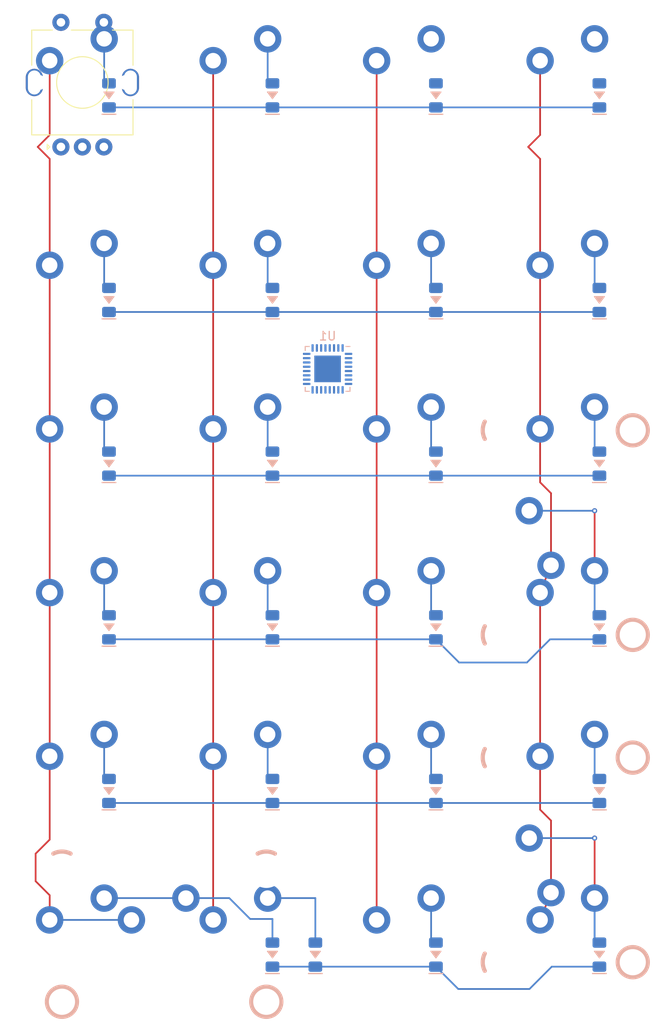
<source format=kicad_pcb>
(kicad_pcb (version 20171130) (host pcbnew "(5.1.11)-1")

  (general
    (thickness 1.6)
    (drawings 0)
    (tracks 88)
    (zones 0)
    (modules 53)
    (nets 72)
  )

  (page A4)
  (layers
    (0 F.Cu signal)
    (31 B.Cu signal)
    (32 B.Adhes user)
    (33 F.Adhes user)
    (34 B.Paste user)
    (35 F.Paste user)
    (36 B.SilkS user)
    (37 F.SilkS user)
    (38 B.Mask user)
    (39 F.Mask user)
    (40 Dwgs.User user)
    (41 Cmts.User user)
    (42 Eco1.User user)
    (43 Eco2.User user)
    (44 Edge.Cuts user)
    (45 Margin user)
    (46 B.CrtYd user)
    (47 F.CrtYd user)
    (48 B.Fab user)
    (49 F.Fab user)
  )

  (setup
    (last_trace_width 0.2)
    (user_trace_width 0.2)
    (user_trace_width 0.4)
    (trace_clearance 0.2)
    (zone_clearance 0.508)
    (zone_45_only no)
    (trace_min 0.2)
    (via_size 0.8)
    (via_drill 0.4)
    (via_min_size 0.4)
    (via_min_drill 0.3)
    (user_via 0.6 0.3)
    (uvia_size 0.3)
    (uvia_drill 0.1)
    (uvias_allowed no)
    (uvia_min_size 0.2)
    (uvia_min_drill 0.1)
    (edge_width 0.05)
    (segment_width 0.2)
    (pcb_text_width 0.3)
    (pcb_text_size 1.5 1.5)
    (mod_edge_width 0.12)
    (mod_text_size 1 1)
    (mod_text_width 0.15)
    (pad_size 1.524 1.524)
    (pad_drill 0.762)
    (pad_to_mask_clearance 0)
    (aux_axis_origin 0 0)
    (grid_origin 24.775 36.075)
    (visible_elements 7FFFFFFF)
    (pcbplotparams
      (layerselection 0x010fc_ffffffff)
      (usegerberextensions false)
      (usegerberattributes true)
      (usegerberadvancedattributes true)
      (creategerberjobfile true)
      (excludeedgelayer true)
      (linewidth 0.100000)
      (plotframeref false)
      (viasonmask false)
      (mode 1)
      (useauxorigin false)
      (hpglpennumber 1)
      (hpglpenspeed 20)
      (hpglpendiameter 15.000000)
      (psnegative false)
      (psa4output false)
      (plotreference true)
      (plotvalue true)
      (plotinvisibletext false)
      (padsonsilk false)
      (subtractmaskfromsilk false)
      (outputformat 1)
      (mirror false)
      (drillshape 1)
      (scaleselection 1)
      (outputdirectory ""))
  )

  (net 0 "")
  (net 1 "Net-(U1-Pad3)")
  (net 2 "Net-(U1-Pad32)")
  (net 3 "Net-(U1-Pad31)")
  (net 4 "Net-(U1-Pad30)")
  (net 5 "Net-(U1-Pad29)")
  (net 6 "Net-(U1-Pad28)")
  (net 7 "Net-(U1-Pad27)")
  (net 8 "Net-(U1-Pad26)")
  (net 9 "Net-(U1-Pad25)")
  (net 10 "Net-(U1-Pad24)")
  (net 11 "Net-(U1-Pad23)")
  (net 12 "Net-(U1-Pad22)")
  (net 13 "Net-(U1-Pad21)")
  (net 14 "Net-(U1-Pad20)")
  (net 15 "Net-(U1-Pad19)")
  (net 16 "Net-(U1-Pad18)")
  (net 17 "Net-(U1-Pad17)")
  (net 18 "Net-(U1-Pad16)")
  (net 19 "Net-(U1-Pad15)")
  (net 20 "Net-(U1-Pad14)")
  (net 21 "Net-(U1-Pad13)")
  (net 22 "Net-(U1-Pad12)")
  (net 23 "Net-(U1-Pad11)")
  (net 24 "Net-(U1-Pad10)")
  (net 25 "Net-(U1-Pad9)")
  (net 26 "Net-(U1-Pad8)")
  (net 27 "Net-(U1-Pad7)")
  (net 28 "Net-(U1-Pad6)")
  (net 29 "Net-(U1-Pad5)")
  (net 30 "Net-(U1-Pad4)")
  (net 31 "Net-(U1-Pad2)")
  (net 32 "Net-(U1-Pad1)")
  (net 33 "Net-(D1-Pad2)")
  (net 34 "Net-(D1-Pad1)")
  (net 35 "Net-(D2-Pad2)")
  (net 36 "Net-(D3-Pad2)")
  (net 37 "Net-(D4-Pad2)")
  (net 38 "Net-(D5-Pad2)")
  (net 39 "Net-(D6-Pad2)")
  (net 40 "Net-(D7-Pad2)")
  (net 41 "Net-(D8-Pad2)")
  (net 42 "Net-(D9-Pad2)")
  (net 43 "Net-(D10-Pad2)")
  (net 44 "Net-(D10-Pad1)")
  (net 45 "Net-(D11-Pad2)")
  (net 46 "Net-(D11-Pad1)")
  (net 47 "Net-(D12-Pad2)")
  (net 48 "Net-(D12-Pad1)")
  (net 49 "Net-(D13-Pad2)")
  (net 50 "Net-(D13-Pad1)")
  (net 51 "Net-(D14-Pad2)")
  (net 52 "Net-(D14-Pad1)")
  (net 53 "Net-(D15-Pad2)")
  (net 54 "Net-(D16-Pad2)")
  (net 55 "Net-(D17-Pad2)")
  (net 56 "Net-(D18-Pad2)")
  (net 57 "Net-(D19-Pad2)")
  (net 58 "Net-(D20-Pad2)")
  (net 59 "Net-(D21-Pad2)")
  (net 60 "Net-(D22-Pad2)")
  (net 61 "Net-(MX1-Pad1)")
  (net 62 "Net-(MX10-Pad1)")
  (net 63 "Net-(MX19-Pad1)")
  (net 64 "Net-(MX14-Pad1)")
  (net 65 "Net-(D23-Pad2)")
  (net 66 "Net-(D24-Pad2)")
  (net 67 "Net-(SW1-PadS1)")
  (net 68 "Net-(SW1-PadS2)")
  (net 69 "Net-(SW1-PadB)")
  (net 70 "Net-(SW1-PadC)")
  (net 71 "Net-(SW1-PadA)")

  (net_class Default "This is the default net class."
    (clearance 0.2)
    (trace_width 0.25)
    (via_dia 0.8)
    (via_drill 0.4)
    (uvia_dia 0.3)
    (uvia_drill 0.1)
    (add_net "Net-(D1-Pad1)")
    (add_net "Net-(D1-Pad2)")
    (add_net "Net-(D10-Pad1)")
    (add_net "Net-(D10-Pad2)")
    (add_net "Net-(D11-Pad1)")
    (add_net "Net-(D11-Pad2)")
    (add_net "Net-(D12-Pad1)")
    (add_net "Net-(D12-Pad2)")
    (add_net "Net-(D13-Pad1)")
    (add_net "Net-(D13-Pad2)")
    (add_net "Net-(D14-Pad1)")
    (add_net "Net-(D14-Pad2)")
    (add_net "Net-(D15-Pad2)")
    (add_net "Net-(D16-Pad2)")
    (add_net "Net-(D17-Pad2)")
    (add_net "Net-(D18-Pad2)")
    (add_net "Net-(D19-Pad2)")
    (add_net "Net-(D2-Pad2)")
    (add_net "Net-(D20-Pad2)")
    (add_net "Net-(D21-Pad2)")
    (add_net "Net-(D22-Pad2)")
    (add_net "Net-(D23-Pad2)")
    (add_net "Net-(D24-Pad2)")
    (add_net "Net-(D3-Pad2)")
    (add_net "Net-(D4-Pad2)")
    (add_net "Net-(D5-Pad2)")
    (add_net "Net-(D6-Pad2)")
    (add_net "Net-(D7-Pad2)")
    (add_net "Net-(D8-Pad2)")
    (add_net "Net-(D9-Pad2)")
    (add_net "Net-(MX1-Pad1)")
    (add_net "Net-(MX10-Pad1)")
    (add_net "Net-(MX14-Pad1)")
    (add_net "Net-(MX19-Pad1)")
    (add_net "Net-(SW1-PadA)")
    (add_net "Net-(SW1-PadB)")
    (add_net "Net-(SW1-PadC)")
    (add_net "Net-(SW1-PadS1)")
    (add_net "Net-(SW1-PadS2)")
    (add_net "Net-(U1-Pad1)")
    (add_net "Net-(U1-Pad10)")
    (add_net "Net-(U1-Pad11)")
    (add_net "Net-(U1-Pad12)")
    (add_net "Net-(U1-Pad13)")
    (add_net "Net-(U1-Pad14)")
    (add_net "Net-(U1-Pad15)")
    (add_net "Net-(U1-Pad16)")
    (add_net "Net-(U1-Pad17)")
    (add_net "Net-(U1-Pad18)")
    (add_net "Net-(U1-Pad19)")
    (add_net "Net-(U1-Pad2)")
    (add_net "Net-(U1-Pad20)")
    (add_net "Net-(U1-Pad21)")
    (add_net "Net-(U1-Pad22)")
    (add_net "Net-(U1-Pad23)")
    (add_net "Net-(U1-Pad24)")
    (add_net "Net-(U1-Pad25)")
    (add_net "Net-(U1-Pad26)")
    (add_net "Net-(U1-Pad27)")
    (add_net "Net-(U1-Pad28)")
    (add_net "Net-(U1-Pad29)")
    (add_net "Net-(U1-Pad3)")
    (add_net "Net-(U1-Pad30)")
    (add_net "Net-(U1-Pad31)")
    (add_net "Net-(U1-Pad32)")
    (add_net "Net-(U1-Pad4)")
    (add_net "Net-(U1-Pad5)")
    (add_net "Net-(U1-Pad6)")
    (add_net "Net-(U1-Pad7)")
    (add_net "Net-(U1-Pad8)")
    (add_net "Net-(U1-Pad9)")
  )

  (module sanproject-keyboard-part:RotaryEncoder_Alps_EC11E-Switch_Vertical_H20mm_Center (layer F.Cu) (tedit 615204FD) (tstamp 631D551D)
    (at 28.575 28.575 90)
    (descr "Alps rotary encoder, EC12E... with switch, vertical shaft, http://www.alps.com/prod/info/E/HTML/Encoder/Incremental/EC11/EC11E15204A3.html")
    (tags "rotary encoder")
    (path /631E12EA)
    (fp_text reference SW1 (at -4.7 -7.2 270) (layer F.Fab)
      (effects (font (size 1 1) (thickness 0.15)))
    )
    (fp_text value Rotary_Encoder_Switch (at 0 7.9 270) (layer F.Fab)
      (effects (font (size 1 1) (thickness 0.15)))
    )
    (fp_circle (center 0 0) (end 3 0) (layer F.Fab) (width 0.12))
    (fp_circle (center 0 0) (end 3 0) (layer F.SilkS) (width 0.12))
    (fp_line (start 8.5 7.1) (end -9 7.1) (layer F.CrtYd) (width 0.05))
    (fp_line (start 8.5 7.1) (end 8.5 -7.1) (layer F.CrtYd) (width 0.05))
    (fp_line (start -9 -7.1) (end -9 7.1) (layer F.CrtYd) (width 0.05))
    (fp_line (start -9 -7.1) (end 8.5 -7.1) (layer F.CrtYd) (width 0.05))
    (fp_line (start -5 -5.8) (end 6 -5.8) (layer F.Fab) (width 0.12))
    (fp_line (start 6 -5.8) (end 6 5.8) (layer F.Fab) (width 0.12))
    (fp_line (start 6 5.8) (end -6 5.8) (layer F.Fab) (width 0.12))
    (fp_line (start -6 5.8) (end -6 -4.7) (layer F.Fab) (width 0.12))
    (fp_line (start -6 -4.7) (end -5 -5.8) (layer F.Fab) (width 0.12))
    (fp_line (start 2 -5.9) (end 6.1 -5.9) (layer F.SilkS) (width 0.12))
    (fp_line (start 6.1 5.9) (end 2 5.9) (layer F.SilkS) (width 0.12))
    (fp_line (start -2 5.9) (end -6.1 5.9) (layer F.SilkS) (width 0.12))
    (fp_line (start -2 -5.9) (end -6.1 -5.9) (layer F.SilkS) (width 0.12))
    (fp_line (start -6.1 -5.9) (end -6.1 5.9) (layer F.SilkS) (width 0.12))
    (fp_line (start -7.5 -3.8) (end -7.8 -4.1) (layer F.SilkS) (width 0.12))
    (fp_line (start -7.8 -4.1) (end -7.2 -4.1) (layer F.SilkS) (width 0.12))
    (fp_line (start -7.2 -4.1) (end -7.5 -3.8) (layer F.SilkS) (width 0.12))
    (fp_line (start 0 -3) (end 0 3) (layer F.Fab) (width 0.12))
    (fp_line (start -3 0) (end 3 0) (layer F.Fab) (width 0.12))
    (fp_line (start 6.1 -5.9) (end 6.1 -3.5) (layer F.SilkS) (width 0.12))
    (fp_line (start 6.1 -1.3) (end 6.1 1.3) (layer F.SilkS) (width 0.12))
    (fp_line (start 6.1 3.5) (end 6.1 5.9) (layer F.SilkS) (width 0.12))
    (fp_line (start 0 -0.5) (end 0 0.5) (layer F.SilkS) (width 0.12))
    (fp_line (start -0.5 0) (end 0.5 0) (layer F.SilkS) (width 0.12))
    (fp_text user %R (at 3.6 3.8 270) (layer F.Fab)
      (effects (font (size 1 1) (thickness 0.15)))
    )
    (pad S1 thru_hole circle (at 7 2.5 90) (size 2 2) (drill 1) (layers *.Cu *.Mask)
      (net 67 "Net-(SW1-PadS1)"))
    (pad S2 thru_hole circle (at 7 -2.5 90) (size 2 2) (drill 1) (layers *.Cu *.Mask)
      (net 68 "Net-(SW1-PadS2)"))
    (pad MP thru_hole oval (at 0 5.6 90) (size 3.2 2) (drill oval 2.8 1.5) (layers *.Cu *.Mask))
    (pad MP thru_hole oval (at 0 -5.6 90) (size 3.2 2) (drill oval 2.8 1.5) (layers *.Cu *.Mask))
    (pad B thru_hole circle (at -7.5 2.5 90) (size 2 2) (drill 1) (layers *.Cu *.Mask)
      (net 69 "Net-(SW1-PadB)"))
    (pad C thru_hole circle (at -7.5 0 90) (size 2 2) (drill 1) (layers *.Cu *.Mask)
      (net 70 "Net-(SW1-PadC)"))
    (pad A thru_hole circle (at -7.5 -2.5 90) (size 2 2) (drill 1) (layers *.Cu *.Mask)
      (net 71 "Net-(SW1-PadA)"))
    (model ${KISYS3DMOD}/Rotary_Encoder.3dshapes/RotaryEncoder_Alps_EC11E-Switch_Vertical_H20mm.wrl
      (at (xyz 0 0 0))
      (scale (xyz 1 1 1))
      (rotate (xyz 0 0 0))
    )
  )

  (module MX_Solder_SawnsProjects:MXOnly-1U-NoLED (layer F.Cu) (tedit 62D7BA69) (tstamp 631D2216)
    (at 85.725 28.575)
    (path /631D44FC)
    (fp_text reference MX27 (at 0 3.175) (layer Dwgs.User)
      (effects (font (size 1 1) (thickness 0.15)))
    )
    (fp_text value 1U (at 0 -7.9375) (layer Dwgs.User)
      (effects (font (size 1 1) (thickness 0.15)))
    )
    (fp_line (start -9.525 9.525) (end -9.525 -9.525) (layer Dwgs.User) (width 0.15))
    (fp_line (start 9.525 9.525) (end -9.525 9.525) (layer Dwgs.User) (width 0.15))
    (fp_line (start 9.525 -9.525) (end 9.525 9.525) (layer Dwgs.User) (width 0.15))
    (fp_line (start -9.525 -9.525) (end 9.525 -9.525) (layer Dwgs.User) (width 0.15))
    (fp_line (start 7 -7) (end 7 -5) (layer Dwgs.User) (width 0.15))
    (fp_line (start -5 -7) (end -7 -7) (layer Dwgs.User) (width 0.15))
    (fp_line (start -7 5) (end -7 7) (layer Dwgs.User) (width 0.15))
    (fp_line (start -7 -7) (end -7 -5) (layer Dwgs.User) (width 0.15))
    (fp_line (start 5 7) (end 7 7) (layer Dwgs.User) (width 0.15))
    (fp_line (start 7 7) (end 7 5) (layer Dwgs.User) (width 0.15))
    (fp_line (start 5 -7) (end 7 -7) (layer Dwgs.User) (width 0.15))
    (fp_line (start -7 7) (end -5 7) (layer Dwgs.User) (width 0.15))
    (fp_text user 3.099mm (at 3.81 1.27) (layer Dwgs.User)
      (effects (font (size 0.5 0.5) (thickness 0.125)))
    )
    (fp_text user REF** (at 0 3.175) (layer Dwgs.User)
      (effects (font (size 1 1) (thickness 0.15)))
    )
    (fp_text user REF** (at 0 3.175) (layer Dwgs.User)
      (effects (font (size 1 1) (thickness 0.15)))
    )
    (pad "" smd circle (at 2.54 -5.08) (size 2.8 2.8) (layers B.Mask))
    (pad 2 smd circle (at 2.54 -5.08) (size 3.2 3.2) (layers B.Cu)
      (net 66 "Net-(D24-Pad2)"))
    (pad "" np_thru_hole circle (at 5.08 0 48.0996) (size 1.75 1.75) (drill 1.75) (layers *.Cu *.Mask))
    (pad "" smd circle (at -3.81 -2.54) (size 2.8 2.8) (layers B.Mask))
    (pad "" smd circle (at 3.099 0) (size 1 1) (layers Dwgs.User))
    (pad 2 thru_hole circle (at 2.54 -5.08) (size 2.4 2.4) (drill 1.8) (layers *.Cu)
      (net 66 "Net-(D24-Pad2)"))
    (pad 1 thru_hole circle (at -3.81 -2.54) (size 2.4 2.4) (drill 1.8) (layers *.Cu)
      (net 63 "Net-(MX19-Pad1)"))
    (pad "" np_thru_hole circle (at 0 0) (size 3.9878 3.9878) (drill 3.9878) (layers *.Cu *.Mask))
    (pad "" np_thru_hole circle (at -5.08 0 48.0996) (size 1.75 1.75) (drill 1.75) (layers *.Cu *.Mask))
    (pad 1 smd circle (at -3.81 -2.54) (size 3.2 3.2) (layers B.Cu)
      (net 63 "Net-(MX19-Pad1)"))
  )

  (module MX_Solder_SawnsProjects:MXOnly-1U-NoLED (layer F.Cu) (tedit 62D7BA69) (tstamp 631D21F9)
    (at 66.675 28.575)
    (path /631D44F6)
    (fp_text reference MX26 (at 0 3.175) (layer Dwgs.User)
      (effects (font (size 1 1) (thickness 0.15)))
    )
    (fp_text value 1U (at 0 -7.9375) (layer Dwgs.User)
      (effects (font (size 1 1) (thickness 0.15)))
    )
    (fp_line (start -9.525 9.525) (end -9.525 -9.525) (layer Dwgs.User) (width 0.15))
    (fp_line (start 9.525 9.525) (end -9.525 9.525) (layer Dwgs.User) (width 0.15))
    (fp_line (start 9.525 -9.525) (end 9.525 9.525) (layer Dwgs.User) (width 0.15))
    (fp_line (start -9.525 -9.525) (end 9.525 -9.525) (layer Dwgs.User) (width 0.15))
    (fp_line (start 7 -7) (end 7 -5) (layer Dwgs.User) (width 0.15))
    (fp_line (start -5 -7) (end -7 -7) (layer Dwgs.User) (width 0.15))
    (fp_line (start -7 5) (end -7 7) (layer Dwgs.User) (width 0.15))
    (fp_line (start -7 -7) (end -7 -5) (layer Dwgs.User) (width 0.15))
    (fp_line (start 5 7) (end 7 7) (layer Dwgs.User) (width 0.15))
    (fp_line (start 7 7) (end 7 5) (layer Dwgs.User) (width 0.15))
    (fp_line (start 5 -7) (end 7 -7) (layer Dwgs.User) (width 0.15))
    (fp_line (start -7 7) (end -5 7) (layer Dwgs.User) (width 0.15))
    (fp_text user 3.099mm (at 3.81 1.27) (layer Dwgs.User)
      (effects (font (size 0.5 0.5) (thickness 0.125)))
    )
    (fp_text user REF** (at 0 3.175) (layer Dwgs.User)
      (effects (font (size 1 1) (thickness 0.15)))
    )
    (fp_text user REF** (at 0 3.175) (layer Dwgs.User)
      (effects (font (size 1 1) (thickness 0.15)))
    )
    (pad "" smd circle (at 2.54 -5.08) (size 2.8 2.8) (layers B.Mask))
    (pad 2 smd circle (at 2.54 -5.08) (size 3.2 3.2) (layers B.Cu)
      (net 65 "Net-(D23-Pad2)"))
    (pad "" np_thru_hole circle (at 5.08 0 48.0996) (size 1.75 1.75) (drill 1.75) (layers *.Cu *.Mask))
    (pad "" smd circle (at -3.81 -2.54) (size 2.8 2.8) (layers B.Mask))
    (pad "" smd circle (at 3.099 0) (size 1 1) (layers Dwgs.User))
    (pad 2 thru_hole circle (at 2.54 -5.08) (size 2.4 2.4) (drill 1.8) (layers *.Cu)
      (net 65 "Net-(D23-Pad2)"))
    (pad 1 thru_hole circle (at -3.81 -2.54) (size 2.4 2.4) (drill 1.8) (layers *.Cu)
      (net 64 "Net-(MX14-Pad1)"))
    (pad "" np_thru_hole circle (at 0 0) (size 3.9878 3.9878) (drill 3.9878) (layers *.Cu *.Mask))
    (pad "" np_thru_hole circle (at -5.08 0 48.0996) (size 1.75 1.75) (drill 1.75) (layers *.Cu *.Mask))
    (pad 1 smd circle (at -3.81 -2.54) (size 3.2 3.2) (layers B.Cu)
      (net 64 "Net-(MX14-Pad1)"))
  )

  (module sanproject-keyboard-part:DIODE_1206_SawnsProjects (layer B.Cu) (tedit 61ED7644) (tstamp 631D1C40)
    (at 88.824 30.075 90)
    (descr SOD-123)
    (tags SOD-123)
    (path /631D4508)
    (attr smd)
    (fp_text reference D24 (at -0.00012 -1.7786 90) (layer B.Fab)
      (effects (font (size 0.6 0.6) (thickness 0.15)) (justify mirror))
    )
    (fp_text value 1N4148W (at -3.556 0) (layer B.Fab)
      (effects (font (size 0.381 0.381) (thickness 0.0762)) (justify mirror))
    )
    (fp_poly (pts (xy -0.4 0) (xy 0.4 0.6) (xy 0.4 -0.6)) (layer B.SilkS) (width 0.1))
    (fp_line (start -2.2 -0.8) (end -2.2 0.8) (layer B.SilkS) (width 0.15))
    (fp_line (start -2.35 1.15) (end -2.35 -1.15) (layer B.CrtYd) (width 0.05))
    (fp_line (start 2.35 -1.15) (end -2.35 -1.15) (layer B.CrtYd) (width 0.05))
    (fp_line (start 2.35 1.15) (end 2.35 -1.15) (layer B.CrtYd) (width 0.05))
    (fp_line (start -2.35 1.15) (end 2.35 1.15) (layer B.CrtYd) (width 0.05))
    (fp_line (start -1.4 0.9) (end 1.4 0.9) (layer B.Fab) (width 0.1))
    (fp_line (start 1.4 0.9) (end 1.4 -0.9) (layer B.Fab) (width 0.1))
    (fp_line (start 1.4 -0.9) (end -1.4 -0.9) (layer B.Fab) (width 0.1))
    (fp_line (start -1.4 -0.9) (end -1.4 0.9) (layer B.Fab) (width 0.1))
    (fp_line (start -0.75 0) (end -0.35 0) (layer B.Fab) (width 0.1))
    (fp_line (start -0.35 0) (end -0.35 0.55) (layer B.Fab) (width 0.1))
    (fp_line (start -0.35 0) (end -0.35 -0.55) (layer B.Fab) (width 0.1))
    (fp_line (start -0.35 0) (end 0.25 0.4) (layer B.Fab) (width 0.1))
    (fp_line (start 0.25 0.4) (end 0.25 -0.4) (layer B.Fab) (width 0.1))
    (fp_line (start 0.25 -0.4) (end -0.35 0) (layer B.Fab) (width 0.1))
    (fp_line (start 0.25 0) (end 0.75 0) (layer B.Fab) (width 0.1))
    (fp_text user %R (at -2.921 0 180) (layer B.Fab)
      (effects (font (size 0.381 0.381) (thickness 0.0762)) (justify mirror))
    )
    (fp_text user K (at -2 0 270) (layer B.Fab)
      (effects (font (size 1 1) (thickness 0.15)) (justify mirror))
    )
    (fp_text user A (at 2 0 270) (layer B.Fab)
      (effects (font (size 1 1) (thickness 0.15)) (justify mirror))
    )
    (pad 2 smd roundrect (at 1.4 0 90) (size 1.2 1.6) (layers B.Cu B.Paste B.Mask) (roundrect_rratio 0.2)
      (net 66 "Net-(D24-Pad2)"))
    (pad 1 smd roundrect (at -1.4 0 90) (size 1.2 1.6) (layers B.Cu B.Paste B.Mask) (roundrect_rratio 0.2)
      (net 34 "Net-(D1-Pad1)"))
    (model "D:/PCB Design/KiCad/Lib/CD4148WP.step"
      (at (xyz 0 0 0))
      (scale (xyz 1 1 1))
      (rotate (xyz -90 0 0))
    )
  )

  (module sanproject-keyboard-part:DIODE_1206_SawnsProjects (layer B.Cu) (tedit 61ED7644) (tstamp 631D1C26)
    (at 69.774 30.075 90)
    (descr SOD-123)
    (tags SOD-123)
    (path /631D4502)
    (attr smd)
    (fp_text reference D23 (at -0.00012 -1.7786 90) (layer B.Fab)
      (effects (font (size 0.6 0.6) (thickness 0.15)) (justify mirror))
    )
    (fp_text value 1N4148W (at -3.556 0) (layer B.Fab)
      (effects (font (size 0.381 0.381) (thickness 0.0762)) (justify mirror))
    )
    (fp_poly (pts (xy -0.4 0) (xy 0.4 0.6) (xy 0.4 -0.6)) (layer B.SilkS) (width 0.1))
    (fp_line (start -2.2 -0.8) (end -2.2 0.8) (layer B.SilkS) (width 0.15))
    (fp_line (start -2.35 1.15) (end -2.35 -1.15) (layer B.CrtYd) (width 0.05))
    (fp_line (start 2.35 -1.15) (end -2.35 -1.15) (layer B.CrtYd) (width 0.05))
    (fp_line (start 2.35 1.15) (end 2.35 -1.15) (layer B.CrtYd) (width 0.05))
    (fp_line (start -2.35 1.15) (end 2.35 1.15) (layer B.CrtYd) (width 0.05))
    (fp_line (start -1.4 0.9) (end 1.4 0.9) (layer B.Fab) (width 0.1))
    (fp_line (start 1.4 0.9) (end 1.4 -0.9) (layer B.Fab) (width 0.1))
    (fp_line (start 1.4 -0.9) (end -1.4 -0.9) (layer B.Fab) (width 0.1))
    (fp_line (start -1.4 -0.9) (end -1.4 0.9) (layer B.Fab) (width 0.1))
    (fp_line (start -0.75 0) (end -0.35 0) (layer B.Fab) (width 0.1))
    (fp_line (start -0.35 0) (end -0.35 0.55) (layer B.Fab) (width 0.1))
    (fp_line (start -0.35 0) (end -0.35 -0.55) (layer B.Fab) (width 0.1))
    (fp_line (start -0.35 0) (end 0.25 0.4) (layer B.Fab) (width 0.1))
    (fp_line (start 0.25 0.4) (end 0.25 -0.4) (layer B.Fab) (width 0.1))
    (fp_line (start 0.25 -0.4) (end -0.35 0) (layer B.Fab) (width 0.1))
    (fp_line (start 0.25 0) (end 0.75 0) (layer B.Fab) (width 0.1))
    (fp_text user %R (at -2.921 0 180) (layer B.Fab)
      (effects (font (size 0.381 0.381) (thickness 0.0762)) (justify mirror))
    )
    (fp_text user K (at -2 0 270) (layer B.Fab)
      (effects (font (size 1 1) (thickness 0.15)) (justify mirror))
    )
    (fp_text user A (at 2 0 270) (layer B.Fab)
      (effects (font (size 1 1) (thickness 0.15)) (justify mirror))
    )
    (pad 2 smd roundrect (at 1.4 0 90) (size 1.2 1.6) (layers B.Cu B.Paste B.Mask) (roundrect_rratio 0.2)
      (net 65 "Net-(D23-Pad2)"))
    (pad 1 smd roundrect (at -1.4 0 90) (size 1.2 1.6) (layers B.Cu B.Paste B.Mask) (roundrect_rratio 0.2)
      (net 34 "Net-(D1-Pad1)"))
    (model "D:/PCB Design/KiCad/Lib/CD4148WP.step"
      (at (xyz 0 0 0))
      (scale (xyz 1 1 1))
      (rotate (xyz -90 0 0))
    )
  )

  (module MX_Solder_SawnsProjects:MXOnly-2U-ReversedStabilizers-NoLED (layer F.Cu) (tedit 62D7BAF1) (tstamp 631DD3EE)
    (at 85.725 80.9625 90)
    (path /6323749A)
    (fp_text reference MX25 (at 0 3.175 90) (layer Dwgs.User)
      (effects (font (size 1 1) (thickness 0.15)))
    )
    (fp_text value 2U (at 0 -7.9375 90) (layer Dwgs.User)
      (effects (font (size 1 1) (thickness 0.15)))
    )
    (fp_line (start -5 -7) (end -7 -7) (layer Dwgs.User) (width 0.15))
    (fp_line (start -7 5) (end -7 7) (layer Dwgs.User) (width 0.15))
    (fp_line (start 5 -7) (end 7 -7) (layer Dwgs.User) (width 0.15))
    (fp_line (start 5 7) (end 7 7) (layer Dwgs.User) (width 0.15))
    (fp_line (start 7 7) (end 7 5) (layer Dwgs.User) (width 0.15))
    (fp_line (start -7 -7) (end -7 -5) (layer Dwgs.User) (width 0.15))
    (fp_line (start -7 7) (end -5 7) (layer Dwgs.User) (width 0.15))
    (fp_line (start 7 -7) (end 7 -5) (layer Dwgs.User) (width 0.15))
    (fp_line (start -19.05 9.525) (end -19.05 -9.525) (layer Dwgs.User) (width 0.15))
    (fp_line (start -19.05 9.525) (end 19.05 9.525) (layer Dwgs.User) (width 0.15))
    (fp_line (start 19.05 -9.525) (end 19.05 9.525) (layer Dwgs.User) (width 0.15))
    (fp_line (start -19.05 -9.525) (end 19.05 -9.525) (layer Dwgs.User) (width 0.15))
    (fp_circle (center -11.90625 6.985) (end -13.65625 6.985) (layer B.SilkS) (width 0.5))
    (fp_circle (center 11.90625 6.985) (end 10.15625 6.985) (layer B.SilkS) (width 0.5))
    (fp_arc (start 11.90625 -8.255) (end 10.90625 -10.255) (angle 53.1) (layer B.SilkS) (width 0.5))
    (fp_arc (start -11.90625 -8.255) (end -12.90625 -10.255) (angle 53.1) (layer B.SilkS) (width 0.5))
    (fp_text user 3.099mm (at 3.81 1.27 90) (layer Dwgs.User)
      (effects (font (size 0.5 0.5) (thickness 0.125)))
    )
    (pad "" np_thru_hole circle (at 5.08 0 138.0996) (size 1.75 1.75) (drill 1.75) (layers *.Cu *.Mask))
    (pad 1 thru_hole circle (at -3.81 -2.54 90) (size 2.4 2.4) (drill 1.8) (layers *.Cu)
      (net 63 "Net-(MX19-Pad1)"))
    (pad 2 thru_hole circle (at 2.54 -5.08 90) (size 2.4 2.4) (drill 1.8) (layers *.Cu)
      (net 58 "Net-(D20-Pad2)"))
    (pad "" np_thru_hole circle (at 0 0 90) (size 3.9878 3.9878) (drill 3.9878) (layers *.Cu *.Mask))
    (pad "" smd circle (at 3.099 0 90) (size 1 1) (layers Dwgs.User))
    (pad 2 smd circle (at 2.54 -5.08 90) (size 3.2 3.2) (layers B.Cu)
      (net 58 "Net-(D20-Pad2)"))
    (pad "" smd circle (at 2.54 -5.08 90) (size 2.8 2.8) (layers B.Mask))
    (pad "" np_thru_hole circle (at -5.08 0 138.0996) (size 1.75 1.75) (drill 1.75) (layers *.Cu *.Mask))
    (pad 1 smd circle (at -3.81 -2.54 90) (size 3.2 3.2) (layers B.Cu)
      (net 63 "Net-(MX19-Pad1)"))
    (pad "" smd circle (at -3.81 -2.54 90) (size 2.8 2.8) (layers B.Mask))
    (pad "" np_thru_hole circle (at 11.90625 -8.255 90) (size 3.9878 3.9878) (drill 3.9878) (layers *.Cu *.Mask))
    (pad "" np_thru_hole circle (at -11.90625 -8.255 90) (size 3.9878 3.9878) (drill 3.9878) (layers *.Cu *.Mask))
    (pad "" np_thru_hole circle (at 11.90625 6.985 90) (size 3.048 3.048) (drill 3.048) (layers *.Cu *.Mask))
    (pad "" np_thru_hole circle (at -11.90625 6.985 90) (size 3.048 3.048) (drill 3.048) (layers *.Cu *.Mask))
  )

  (module MX_Solder_SawnsProjects:MXOnly-2U-ReversedStabilizers-NoLED (layer F.Cu) (tedit 62D7BAF1) (tstamp 631DBDE9)
    (at 85.725 119.0625 90)
    (path /6322E042)
    (fp_text reference MX19 (at 0 3.175 90) (layer Dwgs.User)
      (effects (font (size 1 1) (thickness 0.15)))
    )
    (fp_text value 2U (at 0 -7.9375 90) (layer Dwgs.User)
      (effects (font (size 1 1) (thickness 0.15)))
    )
    (fp_line (start -5 -7) (end -7 -7) (layer Dwgs.User) (width 0.15))
    (fp_line (start -7 5) (end -7 7) (layer Dwgs.User) (width 0.15))
    (fp_line (start 5 -7) (end 7 -7) (layer Dwgs.User) (width 0.15))
    (fp_line (start 5 7) (end 7 7) (layer Dwgs.User) (width 0.15))
    (fp_line (start 7 7) (end 7 5) (layer Dwgs.User) (width 0.15))
    (fp_line (start -7 -7) (end -7 -5) (layer Dwgs.User) (width 0.15))
    (fp_line (start -7 7) (end -5 7) (layer Dwgs.User) (width 0.15))
    (fp_line (start 7 -7) (end 7 -5) (layer Dwgs.User) (width 0.15))
    (fp_line (start -19.05 9.525) (end -19.05 -9.525) (layer Dwgs.User) (width 0.15))
    (fp_line (start -19.05 9.525) (end 19.05 9.525) (layer Dwgs.User) (width 0.15))
    (fp_line (start 19.05 -9.525) (end 19.05 9.525) (layer Dwgs.User) (width 0.15))
    (fp_line (start -19.05 -9.525) (end 19.05 -9.525) (layer Dwgs.User) (width 0.15))
    (fp_circle (center -11.90625 6.985) (end -13.65625 6.985) (layer B.SilkS) (width 0.5))
    (fp_circle (center 11.90625 6.985) (end 10.15625 6.985) (layer B.SilkS) (width 0.5))
    (fp_arc (start 11.90625 -8.255) (end 10.90625 -10.255) (angle 53.1) (layer B.SilkS) (width 0.5))
    (fp_arc (start -11.90625 -8.255) (end -12.90625 -10.255) (angle 53.1) (layer B.SilkS) (width 0.5))
    (fp_text user 3.099mm (at 3.81 1.27 90) (layer Dwgs.User)
      (effects (font (size 0.5 0.5) (thickness 0.125)))
    )
    (pad "" np_thru_hole circle (at 5.08 0 138.0996) (size 1.75 1.75) (drill 1.75) (layers *.Cu *.Mask))
    (pad 1 thru_hole circle (at -3.81 -2.54 90) (size 2.4 2.4) (drill 1.8) (layers *.Cu)
      (net 63 "Net-(MX19-Pad1)"))
    (pad 2 thru_hole circle (at 2.54 -5.08 90) (size 2.4 2.4) (drill 1.8) (layers *.Cu)
      (net 60 "Net-(D22-Pad2)"))
    (pad "" np_thru_hole circle (at 0 0 90) (size 3.9878 3.9878) (drill 3.9878) (layers *.Cu *.Mask))
    (pad "" smd circle (at 3.099 0 90) (size 1 1) (layers Dwgs.User))
    (pad 2 smd circle (at 2.54 -5.08 90) (size 3.2 3.2) (layers B.Cu)
      (net 60 "Net-(D22-Pad2)"))
    (pad "" smd circle (at 2.54 -5.08 90) (size 2.8 2.8) (layers B.Mask))
    (pad "" np_thru_hole circle (at -5.08 0 138.0996) (size 1.75 1.75) (drill 1.75) (layers *.Cu *.Mask))
    (pad 1 smd circle (at -3.81 -2.54 90) (size 3.2 3.2) (layers B.Cu)
      (net 63 "Net-(MX19-Pad1)"))
    (pad "" smd circle (at -3.81 -2.54 90) (size 2.8 2.8) (layers B.Mask))
    (pad "" np_thru_hole circle (at 11.90625 -8.255 90) (size 3.9878 3.9878) (drill 3.9878) (layers *.Cu *.Mask))
    (pad "" np_thru_hole circle (at -11.90625 -8.255 90) (size 3.9878 3.9878) (drill 3.9878) (layers *.Cu *.Mask))
    (pad "" np_thru_hole circle (at 11.90625 6.985 90) (size 3.048 3.048) (drill 3.048) (layers *.Cu *.Mask))
    (pad "" np_thru_hole circle (at -11.90625 6.985 90) (size 3.048 3.048) (drill 3.048) (layers *.Cu *.Mask))
  )

  (module MX_Solder_SawnsProjects:MXOnly-2U-ReversedStabilizers-NoLED (layer F.Cu) (tedit 62D7BAF1) (tstamp 631DA608)
    (at 38.1 128.5875)
    (path /6322C460)
    (fp_text reference MX13 (at 0 3.175) (layer Dwgs.User)
      (effects (font (size 1 1) (thickness 0.15)))
    )
    (fp_text value 2U (at 0 -7.9375) (layer Dwgs.User)
      (effects (font (size 1 1) (thickness 0.15)))
    )
    (fp_line (start -5 -7) (end -7 -7) (layer Dwgs.User) (width 0.15))
    (fp_line (start -7 5) (end -7 7) (layer Dwgs.User) (width 0.15))
    (fp_line (start 5 -7) (end 7 -7) (layer Dwgs.User) (width 0.15))
    (fp_line (start 5 7) (end 7 7) (layer Dwgs.User) (width 0.15))
    (fp_line (start 7 7) (end 7 5) (layer Dwgs.User) (width 0.15))
    (fp_line (start -7 -7) (end -7 -5) (layer Dwgs.User) (width 0.15))
    (fp_line (start -7 7) (end -5 7) (layer Dwgs.User) (width 0.15))
    (fp_line (start 7 -7) (end 7 -5) (layer Dwgs.User) (width 0.15))
    (fp_line (start -19.05 9.525) (end -19.05 -9.525) (layer Dwgs.User) (width 0.15))
    (fp_line (start -19.05 9.525) (end 19.05 9.525) (layer Dwgs.User) (width 0.15))
    (fp_line (start 19.05 -9.525) (end 19.05 9.525) (layer Dwgs.User) (width 0.15))
    (fp_line (start -19.05 -9.525) (end 19.05 -9.525) (layer Dwgs.User) (width 0.15))
    (fp_circle (center -11.90625 6.985) (end -13.65625 6.985) (layer B.SilkS) (width 0.5))
    (fp_circle (center 11.90625 6.985) (end 10.15625 6.985) (layer B.SilkS) (width 0.5))
    (fp_arc (start 11.90625 -8.255) (end 10.90625 -10.255) (angle 53.1) (layer B.SilkS) (width 0.5))
    (fp_arc (start -11.90625 -8.255) (end -12.90625 -10.255) (angle 53.1) (layer B.SilkS) (width 0.5))
    (fp_text user 3.099mm (at 3.81 1.27) (layer Dwgs.User)
      (effects (font (size 0.5 0.5) (thickness 0.125)))
    )
    (pad "" np_thru_hole circle (at 5.08 0 48.0996) (size 1.75 1.75) (drill 1.75) (layers *.Cu *.Mask))
    (pad 1 thru_hole circle (at -3.81 -2.54) (size 2.4 2.4) (drill 1.8) (layers *.Cu)
      (net 61 "Net-(MX1-Pad1)"))
    (pad 2 thru_hole circle (at 2.54 -5.08) (size 2.4 2.4) (drill 1.8) (layers *.Cu)
      (net 39 "Net-(D6-Pad2)"))
    (pad "" np_thru_hole circle (at 0 0) (size 3.9878 3.9878) (drill 3.9878) (layers *.Cu *.Mask))
    (pad "" smd circle (at 3.099 0) (size 1 1) (layers Dwgs.User))
    (pad 2 smd circle (at 2.54 -5.08) (size 3.2 3.2) (layers B.Cu)
      (net 39 "Net-(D6-Pad2)"))
    (pad "" smd circle (at 2.54 -5.08) (size 2.8 2.8) (layers B.Mask))
    (pad "" np_thru_hole circle (at -5.08 0 48.0996) (size 1.75 1.75) (drill 1.75) (layers *.Cu *.Mask))
    (pad 1 smd circle (at -3.81 -2.54) (size 3.2 3.2) (layers B.Cu)
      (net 61 "Net-(MX1-Pad1)"))
    (pad "" smd circle (at -3.81 -2.54) (size 2.8 2.8) (layers B.Mask))
    (pad "" np_thru_hole circle (at 11.90625 -8.255) (size 3.9878 3.9878) (drill 3.9878) (layers *.Cu *.Mask))
    (pad "" np_thru_hole circle (at -11.90625 -8.255) (size 3.9878 3.9878) (drill 3.9878) (layers *.Cu *.Mask))
    (pad "" np_thru_hole circle (at 11.90625 6.985) (size 3.048 3.048) (drill 3.048) (layers *.Cu *.Mask))
    (pad "" np_thru_hole circle (at -11.90625 6.985) (size 3.048 3.048) (drill 3.048) (layers *.Cu *.Mask))
  )

  (module MX_Solder_SawnsProjects:MXOnly-1U-NoLED (layer F.Cu) (tedit 62D7BA69) (tstamp 631D67CF)
    (at 85.725 128.5875)
    (path /631DA29B)
    (fp_text reference MX24 (at 0 3.175) (layer Dwgs.User)
      (effects (font (size 1 1) (thickness 0.15)))
    )
    (fp_text value 1U (at 0 -7.9375) (layer Dwgs.User)
      (effects (font (size 1 1) (thickness 0.15)))
    )
    (fp_line (start -7 7) (end -5 7) (layer Dwgs.User) (width 0.15))
    (fp_line (start 5 -7) (end 7 -7) (layer Dwgs.User) (width 0.15))
    (fp_line (start 7 7) (end 7 5) (layer Dwgs.User) (width 0.15))
    (fp_line (start 5 7) (end 7 7) (layer Dwgs.User) (width 0.15))
    (fp_line (start -7 -7) (end -7 -5) (layer Dwgs.User) (width 0.15))
    (fp_line (start -7 5) (end -7 7) (layer Dwgs.User) (width 0.15))
    (fp_line (start -5 -7) (end -7 -7) (layer Dwgs.User) (width 0.15))
    (fp_line (start 7 -7) (end 7 -5) (layer Dwgs.User) (width 0.15))
    (fp_line (start -9.525 -9.525) (end 9.525 -9.525) (layer Dwgs.User) (width 0.15))
    (fp_line (start 9.525 -9.525) (end 9.525 9.525) (layer Dwgs.User) (width 0.15))
    (fp_line (start 9.525 9.525) (end -9.525 9.525) (layer Dwgs.User) (width 0.15))
    (fp_line (start -9.525 9.525) (end -9.525 -9.525) (layer Dwgs.User) (width 0.15))
    (fp_text user 3.099mm (at 3.81 1.27) (layer Dwgs.User)
      (effects (font (size 0.5 0.5) (thickness 0.125)))
    )
    (fp_text user REF** (at 0 3.175) (layer Dwgs.User)
      (effects (font (size 1 1) (thickness 0.15)))
    )
    (fp_text user REF** (at 0 3.175) (layer Dwgs.User)
      (effects (font (size 1 1) (thickness 0.15)))
    )
    (pad "" smd circle (at 2.54 -5.08) (size 2.8 2.8) (layers B.Mask))
    (pad 2 smd circle (at 2.54 -5.08) (size 3.2 3.2) (layers B.Cu)
      (net 60 "Net-(D22-Pad2)"))
    (pad "" np_thru_hole circle (at 5.08 0 48.0996) (size 1.75 1.75) (drill 1.75) (layers *.Cu *.Mask))
    (pad "" smd circle (at -3.81 -2.54) (size 2.8 2.8) (layers B.Mask))
    (pad "" smd circle (at 3.099 0) (size 1 1) (layers Dwgs.User))
    (pad 2 thru_hole circle (at 2.54 -5.08) (size 2.4 2.4) (drill 1.8) (layers *.Cu)
      (net 60 "Net-(D22-Pad2)"))
    (pad 1 thru_hole circle (at -3.81 -2.54) (size 2.4 2.4) (drill 1.8) (layers *.Cu)
      (net 63 "Net-(MX19-Pad1)"))
    (pad "" np_thru_hole circle (at 0 0) (size 3.9878 3.9878) (drill 3.9878) (layers *.Cu *.Mask))
    (pad "" np_thru_hole circle (at -5.08 0 48.0996) (size 1.75 1.75) (drill 1.75) (layers *.Cu *.Mask))
    (pad 1 smd circle (at -3.81 -2.54) (size 3.2 3.2) (layers B.Cu)
      (net 63 "Net-(MX19-Pad1)"))
  )

  (module MX_Solder_SawnsProjects:MXOnly-1U-NoLED (layer F.Cu) (tedit 62D7BA69) (tstamp 631D67A8)
    (at 85.725 109.5375)
    (path /631DA282)
    (fp_text reference MX23 (at 0 3.175) (layer Dwgs.User)
      (effects (font (size 1 1) (thickness 0.15)))
    )
    (fp_text value 1U (at 0 -7.9375) (layer Dwgs.User)
      (effects (font (size 1 1) (thickness 0.15)))
    )
    (fp_line (start -7 7) (end -5 7) (layer Dwgs.User) (width 0.15))
    (fp_line (start 5 -7) (end 7 -7) (layer Dwgs.User) (width 0.15))
    (fp_line (start 7 7) (end 7 5) (layer Dwgs.User) (width 0.15))
    (fp_line (start 5 7) (end 7 7) (layer Dwgs.User) (width 0.15))
    (fp_line (start -7 -7) (end -7 -5) (layer Dwgs.User) (width 0.15))
    (fp_line (start -7 5) (end -7 7) (layer Dwgs.User) (width 0.15))
    (fp_line (start -5 -7) (end -7 -7) (layer Dwgs.User) (width 0.15))
    (fp_line (start 7 -7) (end 7 -5) (layer Dwgs.User) (width 0.15))
    (fp_line (start -9.525 -9.525) (end 9.525 -9.525) (layer Dwgs.User) (width 0.15))
    (fp_line (start 9.525 -9.525) (end 9.525 9.525) (layer Dwgs.User) (width 0.15))
    (fp_line (start 9.525 9.525) (end -9.525 9.525) (layer Dwgs.User) (width 0.15))
    (fp_line (start -9.525 9.525) (end -9.525 -9.525) (layer Dwgs.User) (width 0.15))
    (fp_text user 3.099mm (at 3.81 1.27) (layer Dwgs.User)
      (effects (font (size 0.5 0.5) (thickness 0.125)))
    )
    (fp_text user REF** (at 0 3.175) (layer Dwgs.User)
      (effects (font (size 1 1) (thickness 0.15)))
    )
    (fp_text user REF** (at 0 3.175) (layer Dwgs.User)
      (effects (font (size 1 1) (thickness 0.15)))
    )
    (pad "" smd circle (at 2.54 -5.08) (size 2.8 2.8) (layers B.Mask))
    (pad 2 smd circle (at 2.54 -5.08) (size 3.2 3.2) (layers B.Cu)
      (net 59 "Net-(D21-Pad2)"))
    (pad "" np_thru_hole circle (at 5.08 0 48.0996) (size 1.75 1.75) (drill 1.75) (layers *.Cu *.Mask))
    (pad "" smd circle (at -3.81 -2.54) (size 2.8 2.8) (layers B.Mask))
    (pad "" smd circle (at 3.099 0) (size 1 1) (layers Dwgs.User))
    (pad 2 thru_hole circle (at 2.54 -5.08) (size 2.4 2.4) (drill 1.8) (layers *.Cu)
      (net 59 "Net-(D21-Pad2)"))
    (pad 1 thru_hole circle (at -3.81 -2.54) (size 2.4 2.4) (drill 1.8) (layers *.Cu)
      (net 63 "Net-(MX19-Pad1)"))
    (pad "" np_thru_hole circle (at 0 0) (size 3.9878 3.9878) (drill 3.9878) (layers *.Cu *.Mask))
    (pad "" np_thru_hole circle (at -5.08 0 48.0996) (size 1.75 1.75) (drill 1.75) (layers *.Cu *.Mask))
    (pad 1 smd circle (at -3.81 -2.54) (size 3.2 3.2) (layers B.Cu)
      (net 63 "Net-(MX19-Pad1)"))
  )

  (module MX_Solder_SawnsProjects:MXOnly-1U-NoLED (layer F.Cu) (tedit 62D7BA69) (tstamp 631D6781)
    (at 85.725 90.4875)
    (path /631DA269)
    (fp_text reference MX22 (at 0 3.175) (layer Dwgs.User)
      (effects (font (size 1 1) (thickness 0.15)))
    )
    (fp_text value 1U (at 0 -7.9375) (layer Dwgs.User)
      (effects (font (size 1 1) (thickness 0.15)))
    )
    (fp_line (start -7 7) (end -5 7) (layer Dwgs.User) (width 0.15))
    (fp_line (start 5 -7) (end 7 -7) (layer Dwgs.User) (width 0.15))
    (fp_line (start 7 7) (end 7 5) (layer Dwgs.User) (width 0.15))
    (fp_line (start 5 7) (end 7 7) (layer Dwgs.User) (width 0.15))
    (fp_line (start -7 -7) (end -7 -5) (layer Dwgs.User) (width 0.15))
    (fp_line (start -7 5) (end -7 7) (layer Dwgs.User) (width 0.15))
    (fp_line (start -5 -7) (end -7 -7) (layer Dwgs.User) (width 0.15))
    (fp_line (start 7 -7) (end 7 -5) (layer Dwgs.User) (width 0.15))
    (fp_line (start -9.525 -9.525) (end 9.525 -9.525) (layer Dwgs.User) (width 0.15))
    (fp_line (start 9.525 -9.525) (end 9.525 9.525) (layer Dwgs.User) (width 0.15))
    (fp_line (start 9.525 9.525) (end -9.525 9.525) (layer Dwgs.User) (width 0.15))
    (fp_line (start -9.525 9.525) (end -9.525 -9.525) (layer Dwgs.User) (width 0.15))
    (fp_text user 3.099mm (at 3.81 1.27) (layer Dwgs.User)
      (effects (font (size 0.5 0.5) (thickness 0.125)))
    )
    (fp_text user REF** (at 0 3.175) (layer Dwgs.User)
      (effects (font (size 1 1) (thickness 0.15)))
    )
    (fp_text user REF** (at 0 3.175) (layer Dwgs.User)
      (effects (font (size 1 1) (thickness 0.15)))
    )
    (pad "" smd circle (at 2.54 -5.08) (size 2.8 2.8) (layers B.Mask))
    (pad 2 smd circle (at 2.54 -5.08) (size 3.2 3.2) (layers B.Cu)
      (net 58 "Net-(D20-Pad2)"))
    (pad "" np_thru_hole circle (at 5.08 0 48.0996) (size 1.75 1.75) (drill 1.75) (layers *.Cu *.Mask))
    (pad "" smd circle (at -3.81 -2.54) (size 2.8 2.8) (layers B.Mask))
    (pad "" smd circle (at 3.099 0) (size 1 1) (layers Dwgs.User))
    (pad 2 thru_hole circle (at 2.54 -5.08) (size 2.4 2.4) (drill 1.8) (layers *.Cu)
      (net 58 "Net-(D20-Pad2)"))
    (pad 1 thru_hole circle (at -3.81 -2.54) (size 2.4 2.4) (drill 1.8) (layers *.Cu)
      (net 63 "Net-(MX19-Pad1)"))
    (pad "" np_thru_hole circle (at 0 0) (size 3.9878 3.9878) (drill 3.9878) (layers *.Cu *.Mask))
    (pad "" np_thru_hole circle (at -5.08 0 48.0996) (size 1.75 1.75) (drill 1.75) (layers *.Cu *.Mask))
    (pad 1 smd circle (at -3.81 -2.54) (size 3.2 3.2) (layers B.Cu)
      (net 63 "Net-(MX19-Pad1)"))
  )

  (module MX_Solder_SawnsProjects:MXOnly-1U-NoLED (layer F.Cu) (tedit 62D7BA69) (tstamp 631D675A)
    (at 85.725 71.4375)
    (path /631D54AC)
    (fp_text reference MX21 (at 0 3.175) (layer Dwgs.User)
      (effects (font (size 1 1) (thickness 0.15)))
    )
    (fp_text value 1U (at 0 -7.9375) (layer Dwgs.User)
      (effects (font (size 1 1) (thickness 0.15)))
    )
    (fp_line (start -7 7) (end -5 7) (layer Dwgs.User) (width 0.15))
    (fp_line (start 5 -7) (end 7 -7) (layer Dwgs.User) (width 0.15))
    (fp_line (start 7 7) (end 7 5) (layer Dwgs.User) (width 0.15))
    (fp_line (start 5 7) (end 7 7) (layer Dwgs.User) (width 0.15))
    (fp_line (start -7 -7) (end -7 -5) (layer Dwgs.User) (width 0.15))
    (fp_line (start -7 5) (end -7 7) (layer Dwgs.User) (width 0.15))
    (fp_line (start -5 -7) (end -7 -7) (layer Dwgs.User) (width 0.15))
    (fp_line (start 7 -7) (end 7 -5) (layer Dwgs.User) (width 0.15))
    (fp_line (start -9.525 -9.525) (end 9.525 -9.525) (layer Dwgs.User) (width 0.15))
    (fp_line (start 9.525 -9.525) (end 9.525 9.525) (layer Dwgs.User) (width 0.15))
    (fp_line (start 9.525 9.525) (end -9.525 9.525) (layer Dwgs.User) (width 0.15))
    (fp_line (start -9.525 9.525) (end -9.525 -9.525) (layer Dwgs.User) (width 0.15))
    (fp_text user 3.099mm (at 3.81 1.27) (layer Dwgs.User)
      (effects (font (size 0.5 0.5) (thickness 0.125)))
    )
    (fp_text user REF** (at 0 3.175) (layer Dwgs.User)
      (effects (font (size 1 1) (thickness 0.15)))
    )
    (fp_text user REF** (at 0 3.175) (layer Dwgs.User)
      (effects (font (size 1 1) (thickness 0.15)))
    )
    (pad "" smd circle (at 2.54 -5.08) (size 2.8 2.8) (layers B.Mask))
    (pad 2 smd circle (at 2.54 -5.08) (size 3.2 3.2) (layers B.Cu)
      (net 57 "Net-(D19-Pad2)"))
    (pad "" np_thru_hole circle (at 5.08 0 48.0996) (size 1.75 1.75) (drill 1.75) (layers *.Cu *.Mask))
    (pad "" smd circle (at -3.81 -2.54) (size 2.8 2.8) (layers B.Mask))
    (pad "" smd circle (at 3.099 0) (size 1 1) (layers Dwgs.User))
    (pad 2 thru_hole circle (at 2.54 -5.08) (size 2.4 2.4) (drill 1.8) (layers *.Cu)
      (net 57 "Net-(D19-Pad2)"))
    (pad 1 thru_hole circle (at -3.81 -2.54) (size 2.4 2.4) (drill 1.8) (layers *.Cu)
      (net 63 "Net-(MX19-Pad1)"))
    (pad "" np_thru_hole circle (at 0 0) (size 3.9878 3.9878) (drill 3.9878) (layers *.Cu *.Mask))
    (pad "" np_thru_hole circle (at -5.08 0 48.0996) (size 1.75 1.75) (drill 1.75) (layers *.Cu *.Mask))
    (pad 1 smd circle (at -3.81 -2.54) (size 3.2 3.2) (layers B.Cu)
      (net 63 "Net-(MX19-Pad1)"))
  )

  (module MX_Solder_SawnsProjects:MXOnly-1U-NoLED (layer F.Cu) (tedit 62D7BA69) (tstamp 631D6733)
    (at 85.725 52.3875)
    (path /631D47EA)
    (fp_text reference MX20 (at 0 3.175) (layer Dwgs.User)
      (effects (font (size 1 1) (thickness 0.15)))
    )
    (fp_text value 1U (at 0 -7.9375) (layer Dwgs.User)
      (effects (font (size 1 1) (thickness 0.15)))
    )
    (fp_line (start -7 7) (end -5 7) (layer Dwgs.User) (width 0.15))
    (fp_line (start 5 -7) (end 7 -7) (layer Dwgs.User) (width 0.15))
    (fp_line (start 7 7) (end 7 5) (layer Dwgs.User) (width 0.15))
    (fp_line (start 5 7) (end 7 7) (layer Dwgs.User) (width 0.15))
    (fp_line (start -7 -7) (end -7 -5) (layer Dwgs.User) (width 0.15))
    (fp_line (start -7 5) (end -7 7) (layer Dwgs.User) (width 0.15))
    (fp_line (start -5 -7) (end -7 -7) (layer Dwgs.User) (width 0.15))
    (fp_line (start 7 -7) (end 7 -5) (layer Dwgs.User) (width 0.15))
    (fp_line (start -9.525 -9.525) (end 9.525 -9.525) (layer Dwgs.User) (width 0.15))
    (fp_line (start 9.525 -9.525) (end 9.525 9.525) (layer Dwgs.User) (width 0.15))
    (fp_line (start 9.525 9.525) (end -9.525 9.525) (layer Dwgs.User) (width 0.15))
    (fp_line (start -9.525 9.525) (end -9.525 -9.525) (layer Dwgs.User) (width 0.15))
    (fp_text user 3.099mm (at 3.81 1.27) (layer Dwgs.User)
      (effects (font (size 0.5 0.5) (thickness 0.125)))
    )
    (fp_text user REF** (at 0 3.175) (layer Dwgs.User)
      (effects (font (size 1 1) (thickness 0.15)))
    )
    (fp_text user REF** (at 0 3.175) (layer Dwgs.User)
      (effects (font (size 1 1) (thickness 0.15)))
    )
    (pad "" smd circle (at 2.54 -5.08) (size 2.8 2.8) (layers B.Mask))
    (pad 2 smd circle (at 2.54 -5.08) (size 3.2 3.2) (layers B.Cu)
      (net 56 "Net-(D18-Pad2)"))
    (pad "" np_thru_hole circle (at 5.08 0 48.0996) (size 1.75 1.75) (drill 1.75) (layers *.Cu *.Mask))
    (pad "" smd circle (at -3.81 -2.54) (size 2.8 2.8) (layers B.Mask))
    (pad "" smd circle (at 3.099 0) (size 1 1) (layers Dwgs.User))
    (pad 2 thru_hole circle (at 2.54 -5.08) (size 2.4 2.4) (drill 1.8) (layers *.Cu)
      (net 56 "Net-(D18-Pad2)"))
    (pad 1 thru_hole circle (at -3.81 -2.54) (size 2.4 2.4) (drill 1.8) (layers *.Cu)
      (net 63 "Net-(MX19-Pad1)"))
    (pad "" np_thru_hole circle (at 0 0) (size 3.9878 3.9878) (drill 3.9878) (layers *.Cu *.Mask))
    (pad "" np_thru_hole circle (at -5.08 0 48.0996) (size 1.75 1.75) (drill 1.75) (layers *.Cu *.Mask))
    (pad 1 smd circle (at -3.81 -2.54) (size 3.2 3.2) (layers B.Cu)
      (net 63 "Net-(MX19-Pad1)"))
  )

  (module MX_Solder_SawnsProjects:MXOnly-1U-NoLED (layer F.Cu) (tedit 62D7BA69) (tstamp 631D66E5)
    (at 66.675 128.5875)
    (path /631DA295)
    (fp_text reference MX18 (at 0 3.175) (layer Dwgs.User)
      (effects (font (size 1 1) (thickness 0.15)))
    )
    (fp_text value 1U (at 0 -7.9375) (layer Dwgs.User)
      (effects (font (size 1 1) (thickness 0.15)))
    )
    (fp_line (start -7 7) (end -5 7) (layer Dwgs.User) (width 0.15))
    (fp_line (start 5 -7) (end 7 -7) (layer Dwgs.User) (width 0.15))
    (fp_line (start 7 7) (end 7 5) (layer Dwgs.User) (width 0.15))
    (fp_line (start 5 7) (end 7 7) (layer Dwgs.User) (width 0.15))
    (fp_line (start -7 -7) (end -7 -5) (layer Dwgs.User) (width 0.15))
    (fp_line (start -7 5) (end -7 7) (layer Dwgs.User) (width 0.15))
    (fp_line (start -5 -7) (end -7 -7) (layer Dwgs.User) (width 0.15))
    (fp_line (start 7 -7) (end 7 -5) (layer Dwgs.User) (width 0.15))
    (fp_line (start -9.525 -9.525) (end 9.525 -9.525) (layer Dwgs.User) (width 0.15))
    (fp_line (start 9.525 -9.525) (end 9.525 9.525) (layer Dwgs.User) (width 0.15))
    (fp_line (start 9.525 9.525) (end -9.525 9.525) (layer Dwgs.User) (width 0.15))
    (fp_line (start -9.525 9.525) (end -9.525 -9.525) (layer Dwgs.User) (width 0.15))
    (fp_text user 3.099mm (at 3.81 1.27) (layer Dwgs.User)
      (effects (font (size 0.5 0.5) (thickness 0.125)))
    )
    (fp_text user REF** (at 0 3.175) (layer Dwgs.User)
      (effects (font (size 1 1) (thickness 0.15)))
    )
    (fp_text user REF** (at 0 3.175) (layer Dwgs.User)
      (effects (font (size 1 1) (thickness 0.15)))
    )
    (pad "" smd circle (at 2.54 -5.08) (size 2.8 2.8) (layers B.Mask))
    (pad 2 smd circle (at 2.54 -5.08) (size 3.2 3.2) (layers B.Cu)
      (net 55 "Net-(D17-Pad2)"))
    (pad "" np_thru_hole circle (at 5.08 0 48.0996) (size 1.75 1.75) (drill 1.75) (layers *.Cu *.Mask))
    (pad "" smd circle (at -3.81 -2.54) (size 2.8 2.8) (layers B.Mask))
    (pad "" smd circle (at 3.099 0) (size 1 1) (layers Dwgs.User))
    (pad 2 thru_hole circle (at 2.54 -5.08) (size 2.4 2.4) (drill 1.8) (layers *.Cu)
      (net 55 "Net-(D17-Pad2)"))
    (pad 1 thru_hole circle (at -3.81 -2.54) (size 2.4 2.4) (drill 1.8) (layers *.Cu)
      (net 64 "Net-(MX14-Pad1)"))
    (pad "" np_thru_hole circle (at 0 0) (size 3.9878 3.9878) (drill 3.9878) (layers *.Cu *.Mask))
    (pad "" np_thru_hole circle (at -5.08 0 48.0996) (size 1.75 1.75) (drill 1.75) (layers *.Cu *.Mask))
    (pad 1 smd circle (at -3.81 -2.54) (size 3.2 3.2) (layers B.Cu)
      (net 64 "Net-(MX14-Pad1)"))
  )

  (module MX_Solder_SawnsProjects:MXOnly-1U-NoLED (layer F.Cu) (tedit 62D7BA69) (tstamp 631D66BE)
    (at 66.675 109.5375)
    (path /631DA27C)
    (fp_text reference MX17 (at 0 3.175) (layer Dwgs.User)
      (effects (font (size 1 1) (thickness 0.15)))
    )
    (fp_text value 1U (at 0 -7.9375) (layer Dwgs.User)
      (effects (font (size 1 1) (thickness 0.15)))
    )
    (fp_line (start -7 7) (end -5 7) (layer Dwgs.User) (width 0.15))
    (fp_line (start 5 -7) (end 7 -7) (layer Dwgs.User) (width 0.15))
    (fp_line (start 7 7) (end 7 5) (layer Dwgs.User) (width 0.15))
    (fp_line (start 5 7) (end 7 7) (layer Dwgs.User) (width 0.15))
    (fp_line (start -7 -7) (end -7 -5) (layer Dwgs.User) (width 0.15))
    (fp_line (start -7 5) (end -7 7) (layer Dwgs.User) (width 0.15))
    (fp_line (start -5 -7) (end -7 -7) (layer Dwgs.User) (width 0.15))
    (fp_line (start 7 -7) (end 7 -5) (layer Dwgs.User) (width 0.15))
    (fp_line (start -9.525 -9.525) (end 9.525 -9.525) (layer Dwgs.User) (width 0.15))
    (fp_line (start 9.525 -9.525) (end 9.525 9.525) (layer Dwgs.User) (width 0.15))
    (fp_line (start 9.525 9.525) (end -9.525 9.525) (layer Dwgs.User) (width 0.15))
    (fp_line (start -9.525 9.525) (end -9.525 -9.525) (layer Dwgs.User) (width 0.15))
    (fp_text user 3.099mm (at 3.81 1.27) (layer Dwgs.User)
      (effects (font (size 0.5 0.5) (thickness 0.125)))
    )
    (fp_text user REF** (at 0 3.175) (layer Dwgs.User)
      (effects (font (size 1 1) (thickness 0.15)))
    )
    (fp_text user REF** (at 0 3.175) (layer Dwgs.User)
      (effects (font (size 1 1) (thickness 0.15)))
    )
    (pad "" smd circle (at 2.54 -5.08) (size 2.8 2.8) (layers B.Mask))
    (pad 2 smd circle (at 2.54 -5.08) (size 3.2 3.2) (layers B.Cu)
      (net 54 "Net-(D16-Pad2)"))
    (pad "" np_thru_hole circle (at 5.08 0 48.0996) (size 1.75 1.75) (drill 1.75) (layers *.Cu *.Mask))
    (pad "" smd circle (at -3.81 -2.54) (size 2.8 2.8) (layers B.Mask))
    (pad "" smd circle (at 3.099 0) (size 1 1) (layers Dwgs.User))
    (pad 2 thru_hole circle (at 2.54 -5.08) (size 2.4 2.4) (drill 1.8) (layers *.Cu)
      (net 54 "Net-(D16-Pad2)"))
    (pad 1 thru_hole circle (at -3.81 -2.54) (size 2.4 2.4) (drill 1.8) (layers *.Cu)
      (net 64 "Net-(MX14-Pad1)"))
    (pad "" np_thru_hole circle (at 0 0) (size 3.9878 3.9878) (drill 3.9878) (layers *.Cu *.Mask))
    (pad "" np_thru_hole circle (at -5.08 0 48.0996) (size 1.75 1.75) (drill 1.75) (layers *.Cu *.Mask))
    (pad 1 smd circle (at -3.81 -2.54) (size 3.2 3.2) (layers B.Cu)
      (net 64 "Net-(MX14-Pad1)"))
  )

  (module MX_Solder_SawnsProjects:MXOnly-1U-NoLED (layer F.Cu) (tedit 62D7BA69) (tstamp 631D6697)
    (at 66.675 90.4875)
    (path /631DA263)
    (fp_text reference MX16 (at 0 3.175) (layer Dwgs.User)
      (effects (font (size 1 1) (thickness 0.15)))
    )
    (fp_text value 1U (at 0 -7.9375) (layer Dwgs.User)
      (effects (font (size 1 1) (thickness 0.15)))
    )
    (fp_line (start -7 7) (end -5 7) (layer Dwgs.User) (width 0.15))
    (fp_line (start 5 -7) (end 7 -7) (layer Dwgs.User) (width 0.15))
    (fp_line (start 7 7) (end 7 5) (layer Dwgs.User) (width 0.15))
    (fp_line (start 5 7) (end 7 7) (layer Dwgs.User) (width 0.15))
    (fp_line (start -7 -7) (end -7 -5) (layer Dwgs.User) (width 0.15))
    (fp_line (start -7 5) (end -7 7) (layer Dwgs.User) (width 0.15))
    (fp_line (start -5 -7) (end -7 -7) (layer Dwgs.User) (width 0.15))
    (fp_line (start 7 -7) (end 7 -5) (layer Dwgs.User) (width 0.15))
    (fp_line (start -9.525 -9.525) (end 9.525 -9.525) (layer Dwgs.User) (width 0.15))
    (fp_line (start 9.525 -9.525) (end 9.525 9.525) (layer Dwgs.User) (width 0.15))
    (fp_line (start 9.525 9.525) (end -9.525 9.525) (layer Dwgs.User) (width 0.15))
    (fp_line (start -9.525 9.525) (end -9.525 -9.525) (layer Dwgs.User) (width 0.15))
    (fp_text user 3.099mm (at 3.81 1.27) (layer Dwgs.User)
      (effects (font (size 0.5 0.5) (thickness 0.125)))
    )
    (fp_text user REF** (at 0 3.175) (layer Dwgs.User)
      (effects (font (size 1 1) (thickness 0.15)))
    )
    (fp_text user REF** (at 0 3.175) (layer Dwgs.User)
      (effects (font (size 1 1) (thickness 0.15)))
    )
    (pad "" smd circle (at 2.54 -5.08) (size 2.8 2.8) (layers B.Mask))
    (pad 2 smd circle (at 2.54 -5.08) (size 3.2 3.2) (layers B.Cu)
      (net 53 "Net-(D15-Pad2)"))
    (pad "" np_thru_hole circle (at 5.08 0 48.0996) (size 1.75 1.75) (drill 1.75) (layers *.Cu *.Mask))
    (pad "" smd circle (at -3.81 -2.54) (size 2.8 2.8) (layers B.Mask))
    (pad "" smd circle (at 3.099 0) (size 1 1) (layers Dwgs.User))
    (pad 2 thru_hole circle (at 2.54 -5.08) (size 2.4 2.4) (drill 1.8) (layers *.Cu)
      (net 53 "Net-(D15-Pad2)"))
    (pad 1 thru_hole circle (at -3.81 -2.54) (size 2.4 2.4) (drill 1.8) (layers *.Cu)
      (net 64 "Net-(MX14-Pad1)"))
    (pad "" np_thru_hole circle (at 0 0) (size 3.9878 3.9878) (drill 3.9878) (layers *.Cu *.Mask))
    (pad "" np_thru_hole circle (at -5.08 0 48.0996) (size 1.75 1.75) (drill 1.75) (layers *.Cu *.Mask))
    (pad 1 smd circle (at -3.81 -2.54) (size 3.2 3.2) (layers B.Cu)
      (net 64 "Net-(MX14-Pad1)"))
  )

  (module MX_Solder_SawnsProjects:MXOnly-1U-NoLED (layer F.Cu) (tedit 62D7BA69) (tstamp 631D6670)
    (at 66.675 71.4375)
    (path /631D54A6)
    (fp_text reference MX15 (at 0 3.175) (layer Dwgs.User)
      (effects (font (size 1 1) (thickness 0.15)))
    )
    (fp_text value 1U (at 0 -7.9375) (layer Dwgs.User)
      (effects (font (size 1 1) (thickness 0.15)))
    )
    (fp_line (start -7 7) (end -5 7) (layer Dwgs.User) (width 0.15))
    (fp_line (start 5 -7) (end 7 -7) (layer Dwgs.User) (width 0.15))
    (fp_line (start 7 7) (end 7 5) (layer Dwgs.User) (width 0.15))
    (fp_line (start 5 7) (end 7 7) (layer Dwgs.User) (width 0.15))
    (fp_line (start -7 -7) (end -7 -5) (layer Dwgs.User) (width 0.15))
    (fp_line (start -7 5) (end -7 7) (layer Dwgs.User) (width 0.15))
    (fp_line (start -5 -7) (end -7 -7) (layer Dwgs.User) (width 0.15))
    (fp_line (start 7 -7) (end 7 -5) (layer Dwgs.User) (width 0.15))
    (fp_line (start -9.525 -9.525) (end 9.525 -9.525) (layer Dwgs.User) (width 0.15))
    (fp_line (start 9.525 -9.525) (end 9.525 9.525) (layer Dwgs.User) (width 0.15))
    (fp_line (start 9.525 9.525) (end -9.525 9.525) (layer Dwgs.User) (width 0.15))
    (fp_line (start -9.525 9.525) (end -9.525 -9.525) (layer Dwgs.User) (width 0.15))
    (fp_text user 3.099mm (at 3.81 1.27) (layer Dwgs.User)
      (effects (font (size 0.5 0.5) (thickness 0.125)))
    )
    (fp_text user REF** (at 0 3.175) (layer Dwgs.User)
      (effects (font (size 1 1) (thickness 0.15)))
    )
    (fp_text user REF** (at 0 3.175) (layer Dwgs.User)
      (effects (font (size 1 1) (thickness 0.15)))
    )
    (pad "" smd circle (at 2.54 -5.08) (size 2.8 2.8) (layers B.Mask))
    (pad 2 smd circle (at 2.54 -5.08) (size 3.2 3.2) (layers B.Cu)
      (net 51 "Net-(D14-Pad2)"))
    (pad "" np_thru_hole circle (at 5.08 0 48.0996) (size 1.75 1.75) (drill 1.75) (layers *.Cu *.Mask))
    (pad "" smd circle (at -3.81 -2.54) (size 2.8 2.8) (layers B.Mask))
    (pad "" smd circle (at 3.099 0) (size 1 1) (layers Dwgs.User))
    (pad 2 thru_hole circle (at 2.54 -5.08) (size 2.4 2.4) (drill 1.8) (layers *.Cu)
      (net 51 "Net-(D14-Pad2)"))
    (pad 1 thru_hole circle (at -3.81 -2.54) (size 2.4 2.4) (drill 1.8) (layers *.Cu)
      (net 64 "Net-(MX14-Pad1)"))
    (pad "" np_thru_hole circle (at 0 0) (size 3.9878 3.9878) (drill 3.9878) (layers *.Cu *.Mask))
    (pad "" np_thru_hole circle (at -5.08 0 48.0996) (size 1.75 1.75) (drill 1.75) (layers *.Cu *.Mask))
    (pad 1 smd circle (at -3.81 -2.54) (size 3.2 3.2) (layers B.Cu)
      (net 64 "Net-(MX14-Pad1)"))
  )

  (module MX_Solder_SawnsProjects:MXOnly-1U-NoLED (layer F.Cu) (tedit 62D7BA69) (tstamp 631D6649)
    (at 66.675 52.3875)
    (path /631D47E4)
    (fp_text reference MX14 (at 0 3.175) (layer Dwgs.User)
      (effects (font (size 1 1) (thickness 0.15)))
    )
    (fp_text value 1U (at 0 -7.9375) (layer Dwgs.User)
      (effects (font (size 1 1) (thickness 0.15)))
    )
    (fp_line (start -7 7) (end -5 7) (layer Dwgs.User) (width 0.15))
    (fp_line (start 5 -7) (end 7 -7) (layer Dwgs.User) (width 0.15))
    (fp_line (start 7 7) (end 7 5) (layer Dwgs.User) (width 0.15))
    (fp_line (start 5 7) (end 7 7) (layer Dwgs.User) (width 0.15))
    (fp_line (start -7 -7) (end -7 -5) (layer Dwgs.User) (width 0.15))
    (fp_line (start -7 5) (end -7 7) (layer Dwgs.User) (width 0.15))
    (fp_line (start -5 -7) (end -7 -7) (layer Dwgs.User) (width 0.15))
    (fp_line (start 7 -7) (end 7 -5) (layer Dwgs.User) (width 0.15))
    (fp_line (start -9.525 -9.525) (end 9.525 -9.525) (layer Dwgs.User) (width 0.15))
    (fp_line (start 9.525 -9.525) (end 9.525 9.525) (layer Dwgs.User) (width 0.15))
    (fp_line (start 9.525 9.525) (end -9.525 9.525) (layer Dwgs.User) (width 0.15))
    (fp_line (start -9.525 9.525) (end -9.525 -9.525) (layer Dwgs.User) (width 0.15))
    (fp_text user 3.099mm (at 3.81 1.27) (layer Dwgs.User)
      (effects (font (size 0.5 0.5) (thickness 0.125)))
    )
    (fp_text user REF** (at 0 3.175) (layer Dwgs.User)
      (effects (font (size 1 1) (thickness 0.15)))
    )
    (fp_text user REF** (at 0 3.175) (layer Dwgs.User)
      (effects (font (size 1 1) (thickness 0.15)))
    )
    (pad "" smd circle (at 2.54 -5.08) (size 2.8 2.8) (layers B.Mask))
    (pad 2 smd circle (at 2.54 -5.08) (size 3.2 3.2) (layers B.Cu)
      (net 49 "Net-(D13-Pad2)"))
    (pad "" np_thru_hole circle (at 5.08 0 48.0996) (size 1.75 1.75) (drill 1.75) (layers *.Cu *.Mask))
    (pad "" smd circle (at -3.81 -2.54) (size 2.8 2.8) (layers B.Mask))
    (pad "" smd circle (at 3.099 0) (size 1 1) (layers Dwgs.User))
    (pad 2 thru_hole circle (at 2.54 -5.08) (size 2.4 2.4) (drill 1.8) (layers *.Cu)
      (net 49 "Net-(D13-Pad2)"))
    (pad 1 thru_hole circle (at -3.81 -2.54) (size 2.4 2.4) (drill 1.8) (layers *.Cu)
      (net 64 "Net-(MX14-Pad1)"))
    (pad "" np_thru_hole circle (at 0 0) (size 3.9878 3.9878) (drill 3.9878) (layers *.Cu *.Mask))
    (pad "" np_thru_hole circle (at -5.08 0 48.0996) (size 1.75 1.75) (drill 1.75) (layers *.Cu *.Mask))
    (pad 1 smd circle (at -3.81 -2.54) (size 3.2 3.2) (layers B.Cu)
      (net 64 "Net-(MX14-Pad1)"))
  )

  (module MX_Solder_SawnsProjects:MXOnly-1U-NoLED (layer F.Cu) (tedit 62D7BA69) (tstamp 631D65FB)
    (at 47.625 128.5875)
    (path /631DA28F)
    (fp_text reference MX12 (at 0 3.175) (layer Dwgs.User)
      (effects (font (size 1 1) (thickness 0.15)))
    )
    (fp_text value 1U (at 0 -7.9375) (layer Dwgs.User)
      (effects (font (size 1 1) (thickness 0.15)))
    )
    (fp_line (start -7 7) (end -5 7) (layer Dwgs.User) (width 0.15))
    (fp_line (start 5 -7) (end 7 -7) (layer Dwgs.User) (width 0.15))
    (fp_line (start 7 7) (end 7 5) (layer Dwgs.User) (width 0.15))
    (fp_line (start 5 7) (end 7 7) (layer Dwgs.User) (width 0.15))
    (fp_line (start -7 -7) (end -7 -5) (layer Dwgs.User) (width 0.15))
    (fp_line (start -7 5) (end -7 7) (layer Dwgs.User) (width 0.15))
    (fp_line (start -5 -7) (end -7 -7) (layer Dwgs.User) (width 0.15))
    (fp_line (start 7 -7) (end 7 -5) (layer Dwgs.User) (width 0.15))
    (fp_line (start -9.525 -9.525) (end 9.525 -9.525) (layer Dwgs.User) (width 0.15))
    (fp_line (start 9.525 -9.525) (end 9.525 9.525) (layer Dwgs.User) (width 0.15))
    (fp_line (start 9.525 9.525) (end -9.525 9.525) (layer Dwgs.User) (width 0.15))
    (fp_line (start -9.525 9.525) (end -9.525 -9.525) (layer Dwgs.User) (width 0.15))
    (fp_text user 3.099mm (at 3.81 1.27) (layer Dwgs.User)
      (effects (font (size 0.5 0.5) (thickness 0.125)))
    )
    (fp_text user REF** (at 0 3.175) (layer Dwgs.User)
      (effects (font (size 1 1) (thickness 0.15)))
    )
    (fp_text user REF** (at 0 3.175) (layer Dwgs.User)
      (effects (font (size 1 1) (thickness 0.15)))
    )
    (pad "" smd circle (at 2.54 -5.08) (size 2.8 2.8) (layers B.Mask))
    (pad 2 smd circle (at 2.54 -5.08) (size 3.2 3.2) (layers B.Cu)
      (net 47 "Net-(D12-Pad2)"))
    (pad "" np_thru_hole circle (at 5.08 0 48.0996) (size 1.75 1.75) (drill 1.75) (layers *.Cu *.Mask))
    (pad "" smd circle (at -3.81 -2.54) (size 2.8 2.8) (layers B.Mask))
    (pad "" smd circle (at 3.099 0) (size 1 1) (layers Dwgs.User))
    (pad 2 thru_hole circle (at 2.54 -5.08) (size 2.4 2.4) (drill 1.8) (layers *.Cu)
      (net 47 "Net-(D12-Pad2)"))
    (pad 1 thru_hole circle (at -3.81 -2.54) (size 2.4 2.4) (drill 1.8) (layers *.Cu)
      (net 62 "Net-(MX10-Pad1)"))
    (pad "" np_thru_hole circle (at 0 0) (size 3.9878 3.9878) (drill 3.9878) (layers *.Cu *.Mask))
    (pad "" np_thru_hole circle (at -5.08 0 48.0996) (size 1.75 1.75) (drill 1.75) (layers *.Cu *.Mask))
    (pad 1 smd circle (at -3.81 -2.54) (size 3.2 3.2) (layers B.Cu)
      (net 62 "Net-(MX10-Pad1)"))
  )

  (module MX_Solder_SawnsProjects:MXOnly-1U-NoLED (layer F.Cu) (tedit 62D7BA69) (tstamp 631D65D4)
    (at 47.625 109.5375)
    (path /631DA276)
    (fp_text reference MX11 (at 0 3.175) (layer Dwgs.User)
      (effects (font (size 1 1) (thickness 0.15)))
    )
    (fp_text value 1U (at 0 -7.9375) (layer Dwgs.User)
      (effects (font (size 1 1) (thickness 0.15)))
    )
    (fp_line (start -7 7) (end -5 7) (layer Dwgs.User) (width 0.15))
    (fp_line (start 5 -7) (end 7 -7) (layer Dwgs.User) (width 0.15))
    (fp_line (start 7 7) (end 7 5) (layer Dwgs.User) (width 0.15))
    (fp_line (start 5 7) (end 7 7) (layer Dwgs.User) (width 0.15))
    (fp_line (start -7 -7) (end -7 -5) (layer Dwgs.User) (width 0.15))
    (fp_line (start -7 5) (end -7 7) (layer Dwgs.User) (width 0.15))
    (fp_line (start -5 -7) (end -7 -7) (layer Dwgs.User) (width 0.15))
    (fp_line (start 7 -7) (end 7 -5) (layer Dwgs.User) (width 0.15))
    (fp_line (start -9.525 -9.525) (end 9.525 -9.525) (layer Dwgs.User) (width 0.15))
    (fp_line (start 9.525 -9.525) (end 9.525 9.525) (layer Dwgs.User) (width 0.15))
    (fp_line (start 9.525 9.525) (end -9.525 9.525) (layer Dwgs.User) (width 0.15))
    (fp_line (start -9.525 9.525) (end -9.525 -9.525) (layer Dwgs.User) (width 0.15))
    (fp_text user 3.099mm (at 3.81 1.27) (layer Dwgs.User)
      (effects (font (size 0.5 0.5) (thickness 0.125)))
    )
    (fp_text user REF** (at 0 3.175) (layer Dwgs.User)
      (effects (font (size 1 1) (thickness 0.15)))
    )
    (fp_text user REF** (at 0 3.175) (layer Dwgs.User)
      (effects (font (size 1 1) (thickness 0.15)))
    )
    (pad "" smd circle (at 2.54 -5.08) (size 2.8 2.8) (layers B.Mask))
    (pad 2 smd circle (at 2.54 -5.08) (size 3.2 3.2) (layers B.Cu)
      (net 45 "Net-(D11-Pad2)"))
    (pad "" np_thru_hole circle (at 5.08 0 48.0996) (size 1.75 1.75) (drill 1.75) (layers *.Cu *.Mask))
    (pad "" smd circle (at -3.81 -2.54) (size 2.8 2.8) (layers B.Mask))
    (pad "" smd circle (at 3.099 0) (size 1 1) (layers Dwgs.User))
    (pad 2 thru_hole circle (at 2.54 -5.08) (size 2.4 2.4) (drill 1.8) (layers *.Cu)
      (net 45 "Net-(D11-Pad2)"))
    (pad 1 thru_hole circle (at -3.81 -2.54) (size 2.4 2.4) (drill 1.8) (layers *.Cu)
      (net 62 "Net-(MX10-Pad1)"))
    (pad "" np_thru_hole circle (at 0 0) (size 3.9878 3.9878) (drill 3.9878) (layers *.Cu *.Mask))
    (pad "" np_thru_hole circle (at -5.08 0 48.0996) (size 1.75 1.75) (drill 1.75) (layers *.Cu *.Mask))
    (pad 1 smd circle (at -3.81 -2.54) (size 3.2 3.2) (layers B.Cu)
      (net 62 "Net-(MX10-Pad1)"))
  )

  (module MX_Solder_SawnsProjects:MXOnly-1U-NoLED (layer F.Cu) (tedit 62D7BA69) (tstamp 631D65AD)
    (at 47.625 90.4875)
    (path /631DA25D)
    (fp_text reference MX10 (at 0 3.175) (layer Dwgs.User)
      (effects (font (size 1 1) (thickness 0.15)))
    )
    (fp_text value 1U (at 0 -7.9375) (layer Dwgs.User)
      (effects (font (size 1 1) (thickness 0.15)))
    )
    (fp_line (start -7 7) (end -5 7) (layer Dwgs.User) (width 0.15))
    (fp_line (start 5 -7) (end 7 -7) (layer Dwgs.User) (width 0.15))
    (fp_line (start 7 7) (end 7 5) (layer Dwgs.User) (width 0.15))
    (fp_line (start 5 7) (end 7 7) (layer Dwgs.User) (width 0.15))
    (fp_line (start -7 -7) (end -7 -5) (layer Dwgs.User) (width 0.15))
    (fp_line (start -7 5) (end -7 7) (layer Dwgs.User) (width 0.15))
    (fp_line (start -5 -7) (end -7 -7) (layer Dwgs.User) (width 0.15))
    (fp_line (start 7 -7) (end 7 -5) (layer Dwgs.User) (width 0.15))
    (fp_line (start -9.525 -9.525) (end 9.525 -9.525) (layer Dwgs.User) (width 0.15))
    (fp_line (start 9.525 -9.525) (end 9.525 9.525) (layer Dwgs.User) (width 0.15))
    (fp_line (start 9.525 9.525) (end -9.525 9.525) (layer Dwgs.User) (width 0.15))
    (fp_line (start -9.525 9.525) (end -9.525 -9.525) (layer Dwgs.User) (width 0.15))
    (fp_text user 3.099mm (at 3.81 1.27) (layer Dwgs.User)
      (effects (font (size 0.5 0.5) (thickness 0.125)))
    )
    (fp_text user REF** (at 0 3.175) (layer Dwgs.User)
      (effects (font (size 1 1) (thickness 0.15)))
    )
    (fp_text user REF** (at 0 3.175) (layer Dwgs.User)
      (effects (font (size 1 1) (thickness 0.15)))
    )
    (pad "" smd circle (at 2.54 -5.08) (size 2.8 2.8) (layers B.Mask))
    (pad 2 smd circle (at 2.54 -5.08) (size 3.2 3.2) (layers B.Cu)
      (net 43 "Net-(D10-Pad2)"))
    (pad "" np_thru_hole circle (at 5.08 0 48.0996) (size 1.75 1.75) (drill 1.75) (layers *.Cu *.Mask))
    (pad "" smd circle (at -3.81 -2.54) (size 2.8 2.8) (layers B.Mask))
    (pad "" smd circle (at 3.099 0) (size 1 1) (layers Dwgs.User))
    (pad 2 thru_hole circle (at 2.54 -5.08) (size 2.4 2.4) (drill 1.8) (layers *.Cu)
      (net 43 "Net-(D10-Pad2)"))
    (pad 1 thru_hole circle (at -3.81 -2.54) (size 2.4 2.4) (drill 1.8) (layers *.Cu)
      (net 62 "Net-(MX10-Pad1)"))
    (pad "" np_thru_hole circle (at 0 0) (size 3.9878 3.9878) (drill 3.9878) (layers *.Cu *.Mask))
    (pad "" np_thru_hole circle (at -5.08 0 48.0996) (size 1.75 1.75) (drill 1.75) (layers *.Cu *.Mask))
    (pad 1 smd circle (at -3.81 -2.54) (size 3.2 3.2) (layers B.Cu)
      (net 62 "Net-(MX10-Pad1)"))
  )

  (module MX_Solder_SawnsProjects:MXOnly-1U-NoLED (layer F.Cu) (tedit 62D7BA69) (tstamp 631D6586)
    (at 47.625 71.4375)
    (path /631D54A0)
    (fp_text reference MX9 (at 0 3.175) (layer Dwgs.User)
      (effects (font (size 1 1) (thickness 0.15)))
    )
    (fp_text value 1U (at 0 -7.9375) (layer Dwgs.User)
      (effects (font (size 1 1) (thickness 0.15)))
    )
    (fp_line (start -7 7) (end -5 7) (layer Dwgs.User) (width 0.15))
    (fp_line (start 5 -7) (end 7 -7) (layer Dwgs.User) (width 0.15))
    (fp_line (start 7 7) (end 7 5) (layer Dwgs.User) (width 0.15))
    (fp_line (start 5 7) (end 7 7) (layer Dwgs.User) (width 0.15))
    (fp_line (start -7 -7) (end -7 -5) (layer Dwgs.User) (width 0.15))
    (fp_line (start -7 5) (end -7 7) (layer Dwgs.User) (width 0.15))
    (fp_line (start -5 -7) (end -7 -7) (layer Dwgs.User) (width 0.15))
    (fp_line (start 7 -7) (end 7 -5) (layer Dwgs.User) (width 0.15))
    (fp_line (start -9.525 -9.525) (end 9.525 -9.525) (layer Dwgs.User) (width 0.15))
    (fp_line (start 9.525 -9.525) (end 9.525 9.525) (layer Dwgs.User) (width 0.15))
    (fp_line (start 9.525 9.525) (end -9.525 9.525) (layer Dwgs.User) (width 0.15))
    (fp_line (start -9.525 9.525) (end -9.525 -9.525) (layer Dwgs.User) (width 0.15))
    (fp_text user 3.099mm (at 3.81 1.27) (layer Dwgs.User)
      (effects (font (size 0.5 0.5) (thickness 0.125)))
    )
    (fp_text user REF** (at 0 3.175) (layer Dwgs.User)
      (effects (font (size 1 1) (thickness 0.15)))
    )
    (fp_text user REF** (at 0 3.175) (layer Dwgs.User)
      (effects (font (size 1 1) (thickness 0.15)))
    )
    (pad "" smd circle (at 2.54 -5.08) (size 2.8 2.8) (layers B.Mask))
    (pad 2 smd circle (at 2.54 -5.08) (size 3.2 3.2) (layers B.Cu)
      (net 42 "Net-(D9-Pad2)"))
    (pad "" np_thru_hole circle (at 5.08 0 48.0996) (size 1.75 1.75) (drill 1.75) (layers *.Cu *.Mask))
    (pad "" smd circle (at -3.81 -2.54) (size 2.8 2.8) (layers B.Mask))
    (pad "" smd circle (at 3.099 0) (size 1 1) (layers Dwgs.User))
    (pad 2 thru_hole circle (at 2.54 -5.08) (size 2.4 2.4) (drill 1.8) (layers *.Cu)
      (net 42 "Net-(D9-Pad2)"))
    (pad 1 thru_hole circle (at -3.81 -2.54) (size 2.4 2.4) (drill 1.8) (layers *.Cu)
      (net 62 "Net-(MX10-Pad1)"))
    (pad "" np_thru_hole circle (at 0 0) (size 3.9878 3.9878) (drill 3.9878) (layers *.Cu *.Mask))
    (pad "" np_thru_hole circle (at -5.08 0 48.0996) (size 1.75 1.75) (drill 1.75) (layers *.Cu *.Mask))
    (pad 1 smd circle (at -3.81 -2.54) (size 3.2 3.2) (layers B.Cu)
      (net 62 "Net-(MX10-Pad1)"))
  )

  (module MX_Solder_SawnsProjects:MXOnly-1U-NoLED (layer F.Cu) (tedit 62D7BA69) (tstamp 631D655F)
    (at 47.625 52.3875)
    (path /631D47DE)
    (fp_text reference MX8 (at 0 3.175) (layer Dwgs.User)
      (effects (font (size 1 1) (thickness 0.15)))
    )
    (fp_text value 1U (at 0 -7.9375) (layer Dwgs.User)
      (effects (font (size 1 1) (thickness 0.15)))
    )
    (fp_line (start -7 7) (end -5 7) (layer Dwgs.User) (width 0.15))
    (fp_line (start 5 -7) (end 7 -7) (layer Dwgs.User) (width 0.15))
    (fp_line (start 7 7) (end 7 5) (layer Dwgs.User) (width 0.15))
    (fp_line (start 5 7) (end 7 7) (layer Dwgs.User) (width 0.15))
    (fp_line (start -7 -7) (end -7 -5) (layer Dwgs.User) (width 0.15))
    (fp_line (start -7 5) (end -7 7) (layer Dwgs.User) (width 0.15))
    (fp_line (start -5 -7) (end -7 -7) (layer Dwgs.User) (width 0.15))
    (fp_line (start 7 -7) (end 7 -5) (layer Dwgs.User) (width 0.15))
    (fp_line (start -9.525 -9.525) (end 9.525 -9.525) (layer Dwgs.User) (width 0.15))
    (fp_line (start 9.525 -9.525) (end 9.525 9.525) (layer Dwgs.User) (width 0.15))
    (fp_line (start 9.525 9.525) (end -9.525 9.525) (layer Dwgs.User) (width 0.15))
    (fp_line (start -9.525 9.525) (end -9.525 -9.525) (layer Dwgs.User) (width 0.15))
    (fp_text user 3.099mm (at 3.81 1.27) (layer Dwgs.User)
      (effects (font (size 0.5 0.5) (thickness 0.125)))
    )
    (fp_text user REF** (at 0 3.175) (layer Dwgs.User)
      (effects (font (size 1 1) (thickness 0.15)))
    )
    (fp_text user REF** (at 0 3.175) (layer Dwgs.User)
      (effects (font (size 1 1) (thickness 0.15)))
    )
    (pad "" smd circle (at 2.54 -5.08) (size 2.8 2.8) (layers B.Mask))
    (pad 2 smd circle (at 2.54 -5.08) (size 3.2 3.2) (layers B.Cu)
      (net 41 "Net-(D8-Pad2)"))
    (pad "" np_thru_hole circle (at 5.08 0 48.0996) (size 1.75 1.75) (drill 1.75) (layers *.Cu *.Mask))
    (pad "" smd circle (at -3.81 -2.54) (size 2.8 2.8) (layers B.Mask))
    (pad "" smd circle (at 3.099 0) (size 1 1) (layers Dwgs.User))
    (pad 2 thru_hole circle (at 2.54 -5.08) (size 2.4 2.4) (drill 1.8) (layers *.Cu)
      (net 41 "Net-(D8-Pad2)"))
    (pad 1 thru_hole circle (at -3.81 -2.54) (size 2.4 2.4) (drill 1.8) (layers *.Cu)
      (net 62 "Net-(MX10-Pad1)"))
    (pad "" np_thru_hole circle (at 0 0) (size 3.9878 3.9878) (drill 3.9878) (layers *.Cu *.Mask))
    (pad "" np_thru_hole circle (at -5.08 0 48.0996) (size 1.75 1.75) (drill 1.75) (layers *.Cu *.Mask))
    (pad 1 smd circle (at -3.81 -2.54) (size 3.2 3.2) (layers B.Cu)
      (net 62 "Net-(MX10-Pad1)"))
  )

  (module MX_Solder_SawnsProjects:MXOnly-1U-NoLED (layer F.Cu) (tedit 62D7BA69) (tstamp 631D84CE)
    (at 47.625 28.575)
    (path /631D033D)
    (fp_text reference MX7 (at 0 3.175) (layer Dwgs.User)
      (effects (font (size 1 1) (thickness 0.15)))
    )
    (fp_text value 1U (at 0 -7.9375) (layer Dwgs.User)
      (effects (font (size 1 1) (thickness 0.15)))
    )
    (fp_line (start -7 7) (end -5 7) (layer Dwgs.User) (width 0.15))
    (fp_line (start 5 -7) (end 7 -7) (layer Dwgs.User) (width 0.15))
    (fp_line (start 7 7) (end 7 5) (layer Dwgs.User) (width 0.15))
    (fp_line (start 5 7) (end 7 7) (layer Dwgs.User) (width 0.15))
    (fp_line (start -7 -7) (end -7 -5) (layer Dwgs.User) (width 0.15))
    (fp_line (start -7 5) (end -7 7) (layer Dwgs.User) (width 0.15))
    (fp_line (start -5 -7) (end -7 -7) (layer Dwgs.User) (width 0.15))
    (fp_line (start 7 -7) (end 7 -5) (layer Dwgs.User) (width 0.15))
    (fp_line (start -9.525 -9.525) (end 9.525 -9.525) (layer Dwgs.User) (width 0.15))
    (fp_line (start 9.525 -9.525) (end 9.525 9.525) (layer Dwgs.User) (width 0.15))
    (fp_line (start 9.525 9.525) (end -9.525 9.525) (layer Dwgs.User) (width 0.15))
    (fp_line (start -9.525 9.525) (end -9.525 -9.525) (layer Dwgs.User) (width 0.15))
    (fp_text user 3.099mm (at 3.81 1.27) (layer Dwgs.User)
      (effects (font (size 0.5 0.5) (thickness 0.125)))
    )
    (fp_text user REF** (at 0 3.175) (layer Dwgs.User)
      (effects (font (size 1 1) (thickness 0.15)))
    )
    (fp_text user REF** (at 0 3.175) (layer Dwgs.User)
      (effects (font (size 1 1) (thickness 0.15)))
    )
    (pad "" smd circle (at 2.54 -5.08) (size 2.8 2.8) (layers B.Mask))
    (pad 2 smd circle (at 2.54 -5.08) (size 3.2 3.2) (layers B.Cu)
      (net 40 "Net-(D7-Pad2)"))
    (pad "" np_thru_hole circle (at 5.08 0 48.0996) (size 1.75 1.75) (drill 1.75) (layers *.Cu *.Mask))
    (pad "" smd circle (at -3.81 -2.54) (size 2.8 2.8) (layers B.Mask))
    (pad "" smd circle (at 3.099 0) (size 1 1) (layers Dwgs.User))
    (pad 2 thru_hole circle (at 2.54 -5.08) (size 2.4 2.4) (drill 1.8) (layers *.Cu)
      (net 40 "Net-(D7-Pad2)"))
    (pad 1 thru_hole circle (at -3.81 -2.54) (size 2.4 2.4) (drill 1.8) (layers *.Cu)
      (net 62 "Net-(MX10-Pad1)"))
    (pad "" np_thru_hole circle (at 0 0) (size 3.9878 3.9878) (drill 3.9878) (layers *.Cu *.Mask))
    (pad "" np_thru_hole circle (at -5.08 0 48.0996) (size 1.75 1.75) (drill 1.75) (layers *.Cu *.Mask))
    (pad 1 smd circle (at -3.81 -2.54) (size 3.2 3.2) (layers B.Cu)
      (net 62 "Net-(MX10-Pad1)"))
  )

  (module MX_Solder_SawnsProjects:MXOnly-1U-NoLED (layer F.Cu) (tedit 62D7BA69) (tstamp 631D6511)
    (at 28.575 128.5875)
    (path /631DA289)
    (fp_text reference MX6 (at 0 3.175) (layer Dwgs.User)
      (effects (font (size 1 1) (thickness 0.15)))
    )
    (fp_text value 1U (at 0 -7.9375) (layer Dwgs.User)
      (effects (font (size 1 1) (thickness 0.15)))
    )
    (fp_line (start -7 7) (end -5 7) (layer Dwgs.User) (width 0.15))
    (fp_line (start 5 -7) (end 7 -7) (layer Dwgs.User) (width 0.15))
    (fp_line (start 7 7) (end 7 5) (layer Dwgs.User) (width 0.15))
    (fp_line (start 5 7) (end 7 7) (layer Dwgs.User) (width 0.15))
    (fp_line (start -7 -7) (end -7 -5) (layer Dwgs.User) (width 0.15))
    (fp_line (start -7 5) (end -7 7) (layer Dwgs.User) (width 0.15))
    (fp_line (start -5 -7) (end -7 -7) (layer Dwgs.User) (width 0.15))
    (fp_line (start 7 -7) (end 7 -5) (layer Dwgs.User) (width 0.15))
    (fp_line (start -9.525 -9.525) (end 9.525 -9.525) (layer Dwgs.User) (width 0.15))
    (fp_line (start 9.525 -9.525) (end 9.525 9.525) (layer Dwgs.User) (width 0.15))
    (fp_line (start 9.525 9.525) (end -9.525 9.525) (layer Dwgs.User) (width 0.15))
    (fp_line (start -9.525 9.525) (end -9.525 -9.525) (layer Dwgs.User) (width 0.15))
    (fp_text user 3.099mm (at 3.81 1.27) (layer Dwgs.User)
      (effects (font (size 0.5 0.5) (thickness 0.125)))
    )
    (fp_text user REF** (at 0 3.175) (layer Dwgs.User)
      (effects (font (size 1 1) (thickness 0.15)))
    )
    (fp_text user REF** (at 0 3.175) (layer Dwgs.User)
      (effects (font (size 1 1) (thickness 0.15)))
    )
    (pad "" smd circle (at 2.54 -5.08) (size 2.8 2.8) (layers B.Mask))
    (pad 2 smd circle (at 2.54 -5.08) (size 3.2 3.2) (layers B.Cu)
      (net 39 "Net-(D6-Pad2)"))
    (pad "" np_thru_hole circle (at 5.08 0 48.0996) (size 1.75 1.75) (drill 1.75) (layers *.Cu *.Mask))
    (pad "" smd circle (at -3.81 -2.54) (size 2.8 2.8) (layers B.Mask))
    (pad "" smd circle (at 3.099 0) (size 1 1) (layers Dwgs.User))
    (pad 2 thru_hole circle (at 2.54 -5.08) (size 2.4 2.4) (drill 1.8) (layers *.Cu)
      (net 39 "Net-(D6-Pad2)"))
    (pad 1 thru_hole circle (at -3.81 -2.54) (size 2.4 2.4) (drill 1.8) (layers *.Cu)
      (net 61 "Net-(MX1-Pad1)"))
    (pad "" np_thru_hole circle (at 0 0) (size 3.9878 3.9878) (drill 3.9878) (layers *.Cu *.Mask))
    (pad "" np_thru_hole circle (at -5.08 0 48.0996) (size 1.75 1.75) (drill 1.75) (layers *.Cu *.Mask))
    (pad 1 smd circle (at -3.81 -2.54) (size 3.2 3.2) (layers B.Cu)
      (net 61 "Net-(MX1-Pad1)"))
  )

  (module MX_Solder_SawnsProjects:MXOnly-1U-NoLED (layer F.Cu) (tedit 62D7BA69) (tstamp 631D64EA)
    (at 28.575 109.5375)
    (path /631DA270)
    (fp_text reference MX5 (at 0 3.175) (layer Dwgs.User)
      (effects (font (size 1 1) (thickness 0.15)))
    )
    (fp_text value 1U (at 0 -7.9375) (layer Dwgs.User)
      (effects (font (size 1 1) (thickness 0.15)))
    )
    (fp_line (start -7 7) (end -5 7) (layer Dwgs.User) (width 0.15))
    (fp_line (start 5 -7) (end 7 -7) (layer Dwgs.User) (width 0.15))
    (fp_line (start 7 7) (end 7 5) (layer Dwgs.User) (width 0.15))
    (fp_line (start 5 7) (end 7 7) (layer Dwgs.User) (width 0.15))
    (fp_line (start -7 -7) (end -7 -5) (layer Dwgs.User) (width 0.15))
    (fp_line (start -7 5) (end -7 7) (layer Dwgs.User) (width 0.15))
    (fp_line (start -5 -7) (end -7 -7) (layer Dwgs.User) (width 0.15))
    (fp_line (start 7 -7) (end 7 -5) (layer Dwgs.User) (width 0.15))
    (fp_line (start -9.525 -9.525) (end 9.525 -9.525) (layer Dwgs.User) (width 0.15))
    (fp_line (start 9.525 -9.525) (end 9.525 9.525) (layer Dwgs.User) (width 0.15))
    (fp_line (start 9.525 9.525) (end -9.525 9.525) (layer Dwgs.User) (width 0.15))
    (fp_line (start -9.525 9.525) (end -9.525 -9.525) (layer Dwgs.User) (width 0.15))
    (fp_text user 3.099mm (at 3.81 1.27) (layer Dwgs.User)
      (effects (font (size 0.5 0.5) (thickness 0.125)))
    )
    (fp_text user REF** (at 0 3.175) (layer Dwgs.User)
      (effects (font (size 1 1) (thickness 0.15)))
    )
    (fp_text user REF** (at 0 3.175) (layer Dwgs.User)
      (effects (font (size 1 1) (thickness 0.15)))
    )
    (pad "" smd circle (at 2.54 -5.08) (size 2.8 2.8) (layers B.Mask))
    (pad 2 smd circle (at 2.54 -5.08) (size 3.2 3.2) (layers B.Cu)
      (net 38 "Net-(D5-Pad2)"))
    (pad "" np_thru_hole circle (at 5.08 0 48.0996) (size 1.75 1.75) (drill 1.75) (layers *.Cu *.Mask))
    (pad "" smd circle (at -3.81 -2.54) (size 2.8 2.8) (layers B.Mask))
    (pad "" smd circle (at 3.099 0) (size 1 1) (layers Dwgs.User))
    (pad 2 thru_hole circle (at 2.54 -5.08) (size 2.4 2.4) (drill 1.8) (layers *.Cu)
      (net 38 "Net-(D5-Pad2)"))
    (pad 1 thru_hole circle (at -3.81 -2.54) (size 2.4 2.4) (drill 1.8) (layers *.Cu)
      (net 61 "Net-(MX1-Pad1)"))
    (pad "" np_thru_hole circle (at 0 0) (size 3.9878 3.9878) (drill 3.9878) (layers *.Cu *.Mask))
    (pad "" np_thru_hole circle (at -5.08 0 48.0996) (size 1.75 1.75) (drill 1.75) (layers *.Cu *.Mask))
    (pad 1 smd circle (at -3.81 -2.54) (size 3.2 3.2) (layers B.Cu)
      (net 61 "Net-(MX1-Pad1)"))
  )

  (module MX_Solder_SawnsProjects:MXOnly-1U-NoLED (layer F.Cu) (tedit 62D7BA69) (tstamp 631D64C3)
    (at 28.575 90.4875)
    (path /631DA257)
    (fp_text reference MX4 (at 0 3.175) (layer Dwgs.User)
      (effects (font (size 1 1) (thickness 0.15)))
    )
    (fp_text value 1U (at 0 -7.9375) (layer Dwgs.User)
      (effects (font (size 1 1) (thickness 0.15)))
    )
    (fp_line (start -7 7) (end -5 7) (layer Dwgs.User) (width 0.15))
    (fp_line (start 5 -7) (end 7 -7) (layer Dwgs.User) (width 0.15))
    (fp_line (start 7 7) (end 7 5) (layer Dwgs.User) (width 0.15))
    (fp_line (start 5 7) (end 7 7) (layer Dwgs.User) (width 0.15))
    (fp_line (start -7 -7) (end -7 -5) (layer Dwgs.User) (width 0.15))
    (fp_line (start -7 5) (end -7 7) (layer Dwgs.User) (width 0.15))
    (fp_line (start -5 -7) (end -7 -7) (layer Dwgs.User) (width 0.15))
    (fp_line (start 7 -7) (end 7 -5) (layer Dwgs.User) (width 0.15))
    (fp_line (start -9.525 -9.525) (end 9.525 -9.525) (layer Dwgs.User) (width 0.15))
    (fp_line (start 9.525 -9.525) (end 9.525 9.525) (layer Dwgs.User) (width 0.15))
    (fp_line (start 9.525 9.525) (end -9.525 9.525) (layer Dwgs.User) (width 0.15))
    (fp_line (start -9.525 9.525) (end -9.525 -9.525) (layer Dwgs.User) (width 0.15))
    (fp_text user 3.099mm (at 3.81 1.27) (layer Dwgs.User)
      (effects (font (size 0.5 0.5) (thickness 0.125)))
    )
    (fp_text user REF** (at 0 3.175) (layer Dwgs.User)
      (effects (font (size 1 1) (thickness 0.15)))
    )
    (fp_text user REF** (at 0 3.175) (layer Dwgs.User)
      (effects (font (size 1 1) (thickness 0.15)))
    )
    (pad "" smd circle (at 2.54 -5.08) (size 2.8 2.8) (layers B.Mask))
    (pad 2 smd circle (at 2.54 -5.08) (size 3.2 3.2) (layers B.Cu)
      (net 37 "Net-(D4-Pad2)"))
    (pad "" np_thru_hole circle (at 5.08 0 48.0996) (size 1.75 1.75) (drill 1.75) (layers *.Cu *.Mask))
    (pad "" smd circle (at -3.81 -2.54) (size 2.8 2.8) (layers B.Mask))
    (pad "" smd circle (at 3.099 0) (size 1 1) (layers Dwgs.User))
    (pad 2 thru_hole circle (at 2.54 -5.08) (size 2.4 2.4) (drill 1.8) (layers *.Cu)
      (net 37 "Net-(D4-Pad2)"))
    (pad 1 thru_hole circle (at -3.81 -2.54) (size 2.4 2.4) (drill 1.8) (layers *.Cu)
      (net 61 "Net-(MX1-Pad1)"))
    (pad "" np_thru_hole circle (at 0 0) (size 3.9878 3.9878) (drill 3.9878) (layers *.Cu *.Mask))
    (pad "" np_thru_hole circle (at -5.08 0 48.0996) (size 1.75 1.75) (drill 1.75) (layers *.Cu *.Mask))
    (pad 1 smd circle (at -3.81 -2.54) (size 3.2 3.2) (layers B.Cu)
      (net 61 "Net-(MX1-Pad1)"))
  )

  (module MX_Solder_SawnsProjects:MXOnly-1U-NoLED (layer F.Cu) (tedit 62D7BA69) (tstamp 631D649C)
    (at 28.575 71.4375)
    (path /631D549A)
    (fp_text reference MX3 (at 0 3.175) (layer Dwgs.User)
      (effects (font (size 1 1) (thickness 0.15)))
    )
    (fp_text value 1U (at 0 -7.9375) (layer Dwgs.User)
      (effects (font (size 1 1) (thickness 0.15)))
    )
    (fp_line (start -7 7) (end -5 7) (layer Dwgs.User) (width 0.15))
    (fp_line (start 5 -7) (end 7 -7) (layer Dwgs.User) (width 0.15))
    (fp_line (start 7 7) (end 7 5) (layer Dwgs.User) (width 0.15))
    (fp_line (start 5 7) (end 7 7) (layer Dwgs.User) (width 0.15))
    (fp_line (start -7 -7) (end -7 -5) (layer Dwgs.User) (width 0.15))
    (fp_line (start -7 5) (end -7 7) (layer Dwgs.User) (width 0.15))
    (fp_line (start -5 -7) (end -7 -7) (layer Dwgs.User) (width 0.15))
    (fp_line (start 7 -7) (end 7 -5) (layer Dwgs.User) (width 0.15))
    (fp_line (start -9.525 -9.525) (end 9.525 -9.525) (layer Dwgs.User) (width 0.15))
    (fp_line (start 9.525 -9.525) (end 9.525 9.525) (layer Dwgs.User) (width 0.15))
    (fp_line (start 9.525 9.525) (end -9.525 9.525) (layer Dwgs.User) (width 0.15))
    (fp_line (start -9.525 9.525) (end -9.525 -9.525) (layer Dwgs.User) (width 0.15))
    (fp_text user 3.099mm (at 3.81 1.27) (layer Dwgs.User)
      (effects (font (size 0.5 0.5) (thickness 0.125)))
    )
    (fp_text user REF** (at 0 3.175) (layer Dwgs.User)
      (effects (font (size 1 1) (thickness 0.15)))
    )
    (fp_text user REF** (at 0 3.175) (layer Dwgs.User)
      (effects (font (size 1 1) (thickness 0.15)))
    )
    (pad "" smd circle (at 2.54 -5.08) (size 2.8 2.8) (layers B.Mask))
    (pad 2 smd circle (at 2.54 -5.08) (size 3.2 3.2) (layers B.Cu)
      (net 36 "Net-(D3-Pad2)"))
    (pad "" np_thru_hole circle (at 5.08 0 48.0996) (size 1.75 1.75) (drill 1.75) (layers *.Cu *.Mask))
    (pad "" smd circle (at -3.81 -2.54) (size 2.8 2.8) (layers B.Mask))
    (pad "" smd circle (at 3.099 0) (size 1 1) (layers Dwgs.User))
    (pad 2 thru_hole circle (at 2.54 -5.08) (size 2.4 2.4) (drill 1.8) (layers *.Cu)
      (net 36 "Net-(D3-Pad2)"))
    (pad 1 thru_hole circle (at -3.81 -2.54) (size 2.4 2.4) (drill 1.8) (layers *.Cu)
      (net 61 "Net-(MX1-Pad1)"))
    (pad "" np_thru_hole circle (at 0 0) (size 3.9878 3.9878) (drill 3.9878) (layers *.Cu *.Mask))
    (pad "" np_thru_hole circle (at -5.08 0 48.0996) (size 1.75 1.75) (drill 1.75) (layers *.Cu *.Mask))
    (pad 1 smd circle (at -3.81 -2.54) (size 3.2 3.2) (layers B.Cu)
      (net 61 "Net-(MX1-Pad1)"))
  )

  (module MX_Solder_SawnsProjects:MXOnly-1U-NoLED (layer F.Cu) (tedit 62D7BA69) (tstamp 631D6475)
    (at 28.575 52.3875)
    (path /631D47D8)
    (fp_text reference MX2 (at 0 3.175) (layer Dwgs.User)
      (effects (font (size 1 1) (thickness 0.15)))
    )
    (fp_text value 1U (at 0 -7.9375) (layer Dwgs.User)
      (effects (font (size 1 1) (thickness 0.15)))
    )
    (fp_line (start -7 7) (end -5 7) (layer Dwgs.User) (width 0.15))
    (fp_line (start 5 -7) (end 7 -7) (layer Dwgs.User) (width 0.15))
    (fp_line (start 7 7) (end 7 5) (layer Dwgs.User) (width 0.15))
    (fp_line (start 5 7) (end 7 7) (layer Dwgs.User) (width 0.15))
    (fp_line (start -7 -7) (end -7 -5) (layer Dwgs.User) (width 0.15))
    (fp_line (start -7 5) (end -7 7) (layer Dwgs.User) (width 0.15))
    (fp_line (start -5 -7) (end -7 -7) (layer Dwgs.User) (width 0.15))
    (fp_line (start 7 -7) (end 7 -5) (layer Dwgs.User) (width 0.15))
    (fp_line (start -9.525 -9.525) (end 9.525 -9.525) (layer Dwgs.User) (width 0.15))
    (fp_line (start 9.525 -9.525) (end 9.525 9.525) (layer Dwgs.User) (width 0.15))
    (fp_line (start 9.525 9.525) (end -9.525 9.525) (layer Dwgs.User) (width 0.15))
    (fp_line (start -9.525 9.525) (end -9.525 -9.525) (layer Dwgs.User) (width 0.15))
    (fp_text user 3.099mm (at 3.81 1.27) (layer Dwgs.User)
      (effects (font (size 0.5 0.5) (thickness 0.125)))
    )
    (fp_text user REF** (at 0 3.175) (layer Dwgs.User)
      (effects (font (size 1 1) (thickness 0.15)))
    )
    (fp_text user REF** (at 0 3.175) (layer Dwgs.User)
      (effects (font (size 1 1) (thickness 0.15)))
    )
    (pad "" smd circle (at 2.54 -5.08) (size 2.8 2.8) (layers B.Mask))
    (pad 2 smd circle (at 2.54 -5.08) (size 3.2 3.2) (layers B.Cu)
      (net 35 "Net-(D2-Pad2)"))
    (pad "" np_thru_hole circle (at 5.08 0 48.0996) (size 1.75 1.75) (drill 1.75) (layers *.Cu *.Mask))
    (pad "" smd circle (at -3.81 -2.54) (size 2.8 2.8) (layers B.Mask))
    (pad "" smd circle (at 3.099 0) (size 1 1) (layers Dwgs.User))
    (pad 2 thru_hole circle (at 2.54 -5.08) (size 2.4 2.4) (drill 1.8) (layers *.Cu)
      (net 35 "Net-(D2-Pad2)"))
    (pad 1 thru_hole circle (at -3.81 -2.54) (size 2.4 2.4) (drill 1.8) (layers *.Cu)
      (net 61 "Net-(MX1-Pad1)"))
    (pad "" np_thru_hole circle (at 0 0) (size 3.9878 3.9878) (drill 3.9878) (layers *.Cu *.Mask))
    (pad "" np_thru_hole circle (at -5.08 0 48.0996) (size 1.75 1.75) (drill 1.75) (layers *.Cu *.Mask))
    (pad 1 smd circle (at -3.81 -2.54) (size 3.2 3.2) (layers B.Cu)
      (net 61 "Net-(MX1-Pad1)"))
  )

  (module MX_Solder_SawnsProjects:MXOnly-1U-NoLED (layer F.Cu) (tedit 62D7BA69) (tstamp 631D8540)
    (at 28.575 28.575)
    (path /631D001A)
    (fp_text reference MX1 (at 0 3.175) (layer Dwgs.User)
      (effects (font (size 1 1) (thickness 0.15)))
    )
    (fp_text value 1U (at 0 -7.9375) (layer Dwgs.User)
      (effects (font (size 1 1) (thickness 0.15)))
    )
    (fp_line (start -7 7) (end -5 7) (layer Dwgs.User) (width 0.15))
    (fp_line (start 5 -7) (end 7 -7) (layer Dwgs.User) (width 0.15))
    (fp_line (start 7 7) (end 7 5) (layer Dwgs.User) (width 0.15))
    (fp_line (start 5 7) (end 7 7) (layer Dwgs.User) (width 0.15))
    (fp_line (start -7 -7) (end -7 -5) (layer Dwgs.User) (width 0.15))
    (fp_line (start -7 5) (end -7 7) (layer Dwgs.User) (width 0.15))
    (fp_line (start -5 -7) (end -7 -7) (layer Dwgs.User) (width 0.15))
    (fp_line (start 7 -7) (end 7 -5) (layer Dwgs.User) (width 0.15))
    (fp_line (start -9.525 -9.525) (end 9.525 -9.525) (layer Dwgs.User) (width 0.15))
    (fp_line (start 9.525 -9.525) (end 9.525 9.525) (layer Dwgs.User) (width 0.15))
    (fp_line (start 9.525 9.525) (end -9.525 9.525) (layer Dwgs.User) (width 0.15))
    (fp_line (start -9.525 9.525) (end -9.525 -9.525) (layer Dwgs.User) (width 0.15))
    (fp_text user 3.099mm (at 3.81 1.27) (layer Dwgs.User)
      (effects (font (size 0.5 0.5) (thickness 0.125)))
    )
    (fp_text user REF** (at 0 3.175) (layer Dwgs.User)
      (effects (font (size 1 1) (thickness 0.15)))
    )
    (fp_text user REF** (at 0 3.175) (layer Dwgs.User)
      (effects (font (size 1 1) (thickness 0.15)))
    )
    (pad "" smd circle (at 2.54 -5.08) (size 2.8 2.8) (layers B.Mask))
    (pad 2 smd circle (at 2.54 -5.08) (size 3.2 3.2) (layers B.Cu)
      (net 33 "Net-(D1-Pad2)"))
    (pad "" np_thru_hole circle (at 5.08 0 48.0996) (size 1.75 1.75) (drill 1.75) (layers *.Cu *.Mask))
    (pad "" smd circle (at -3.81 -2.54) (size 2.8 2.8) (layers B.Mask))
    (pad "" smd circle (at 3.099 0) (size 1 1) (layers Dwgs.User))
    (pad 2 thru_hole circle (at 2.54 -5.08) (size 2.4 2.4) (drill 1.8) (layers *.Cu)
      (net 33 "Net-(D1-Pad2)"))
    (pad 1 thru_hole circle (at -3.81 -2.54) (size 2.4 2.4) (drill 1.8) (layers *.Cu)
      (net 61 "Net-(MX1-Pad1)"))
    (pad "" np_thru_hole circle (at 0 0) (size 3.9878 3.9878) (drill 3.9878) (layers *.Cu *.Mask))
    (pad "" np_thru_hole circle (at -5.08 0 48.0996) (size 1.75 1.75) (drill 1.75) (layers *.Cu *.Mask))
    (pad 1 smd circle (at -3.81 -2.54) (size 3.2 3.2) (layers B.Cu)
      (net 61 "Net-(MX1-Pad1)"))
  )

  (module sanproject-keyboard-part:DIODE_1206_SawnsProjects (layer B.Cu) (tedit 61ED7644) (tstamp 631D6427)
    (at 88.824 130.0875 90)
    (descr SOD-123)
    (tags SOD-123)
    (path /631E5455)
    (attr smd)
    (fp_text reference D22 (at -0.00012 -1.7786 -90) (layer B.Fab)
      (effects (font (size 0.6 0.6) (thickness 0.15)) (justify mirror))
    )
    (fp_text value 1N4148W (at -3.556 0 180) (layer B.Fab)
      (effects (font (size 0.381 0.381) (thickness 0.0762)) (justify mirror))
    )
    (fp_line (start 0.25 0) (end 0.75 0) (layer B.Fab) (width 0.1))
    (fp_line (start 0.25 -0.4) (end -0.35 0) (layer B.Fab) (width 0.1))
    (fp_line (start 0.25 0.4) (end 0.25 -0.4) (layer B.Fab) (width 0.1))
    (fp_line (start -0.35 0) (end 0.25 0.4) (layer B.Fab) (width 0.1))
    (fp_line (start -0.35 0) (end -0.35 -0.55) (layer B.Fab) (width 0.1))
    (fp_line (start -0.35 0) (end -0.35 0.55) (layer B.Fab) (width 0.1))
    (fp_line (start -0.75 0) (end -0.35 0) (layer B.Fab) (width 0.1))
    (fp_line (start -1.4 -0.9) (end -1.4 0.9) (layer B.Fab) (width 0.1))
    (fp_line (start 1.4 -0.9) (end -1.4 -0.9) (layer B.Fab) (width 0.1))
    (fp_line (start 1.4 0.9) (end 1.4 -0.9) (layer B.Fab) (width 0.1))
    (fp_line (start -1.4 0.9) (end 1.4 0.9) (layer B.Fab) (width 0.1))
    (fp_line (start -2.35 1.15) (end 2.35 1.15) (layer B.CrtYd) (width 0.05))
    (fp_line (start 2.35 1.15) (end 2.35 -1.15) (layer B.CrtYd) (width 0.05))
    (fp_line (start 2.35 -1.15) (end -2.35 -1.15) (layer B.CrtYd) (width 0.05))
    (fp_line (start -2.35 1.15) (end -2.35 -1.15) (layer B.CrtYd) (width 0.05))
    (fp_line (start -2.2 -0.8) (end -2.2 0.8) (layer B.SilkS) (width 0.15))
    (fp_poly (pts (xy -0.4 0) (xy 0.4 0.6) (xy 0.4 -0.6)) (layer B.SilkS) (width 0.1))
    (fp_text user %R (at -2.921 0) (layer B.Fab)
      (effects (font (size 0.381 0.381) (thickness 0.0762)) (justify mirror))
    )
    (fp_text user K (at -2 0 90) (layer B.Fab)
      (effects (font (size 1 1) (thickness 0.15)) (justify mirror))
    )
    (fp_text user A (at 2 0 90) (layer B.Fab)
      (effects (font (size 1 1) (thickness 0.15)) (justify mirror))
    )
    (pad 2 smd roundrect (at 1.4 0 90) (size 1.2 1.6) (layers B.Cu B.Paste B.Mask) (roundrect_rratio 0.2)
      (net 60 "Net-(D22-Pad2)"))
    (pad 1 smd roundrect (at -1.4 0 90) (size 1.2 1.6) (layers B.Cu B.Paste B.Mask) (roundrect_rratio 0.2)
      (net 48 "Net-(D12-Pad1)"))
    (model "D:/PCB Design/KiCad/Lib/CD4148WP.step"
      (at (xyz 0 0 0))
      (scale (xyz 1 1 1))
      (rotate (xyz -90 0 0))
    )
  )

  (module sanproject-keyboard-part:DIODE_1206_SawnsProjects (layer B.Cu) (tedit 61ED7644) (tstamp 631D640D)
    (at 88.824 111.0375 90)
    (descr SOD-123)
    (tags SOD-123)
    (path /631E3CC1)
    (attr smd)
    (fp_text reference D21 (at -0.00012 -1.7786 -90) (layer B.Fab)
      (effects (font (size 0.6 0.6) (thickness 0.15)) (justify mirror))
    )
    (fp_text value 1N4148W (at -3.556 0 180) (layer B.Fab)
      (effects (font (size 0.381 0.381) (thickness 0.0762)) (justify mirror))
    )
    (fp_line (start 0.25 0) (end 0.75 0) (layer B.Fab) (width 0.1))
    (fp_line (start 0.25 -0.4) (end -0.35 0) (layer B.Fab) (width 0.1))
    (fp_line (start 0.25 0.4) (end 0.25 -0.4) (layer B.Fab) (width 0.1))
    (fp_line (start -0.35 0) (end 0.25 0.4) (layer B.Fab) (width 0.1))
    (fp_line (start -0.35 0) (end -0.35 -0.55) (layer B.Fab) (width 0.1))
    (fp_line (start -0.35 0) (end -0.35 0.55) (layer B.Fab) (width 0.1))
    (fp_line (start -0.75 0) (end -0.35 0) (layer B.Fab) (width 0.1))
    (fp_line (start -1.4 -0.9) (end -1.4 0.9) (layer B.Fab) (width 0.1))
    (fp_line (start 1.4 -0.9) (end -1.4 -0.9) (layer B.Fab) (width 0.1))
    (fp_line (start 1.4 0.9) (end 1.4 -0.9) (layer B.Fab) (width 0.1))
    (fp_line (start -1.4 0.9) (end 1.4 0.9) (layer B.Fab) (width 0.1))
    (fp_line (start -2.35 1.15) (end 2.35 1.15) (layer B.CrtYd) (width 0.05))
    (fp_line (start 2.35 1.15) (end 2.35 -1.15) (layer B.CrtYd) (width 0.05))
    (fp_line (start 2.35 -1.15) (end -2.35 -1.15) (layer B.CrtYd) (width 0.05))
    (fp_line (start -2.35 1.15) (end -2.35 -1.15) (layer B.CrtYd) (width 0.05))
    (fp_line (start -2.2 -0.8) (end -2.2 0.8) (layer B.SilkS) (width 0.15))
    (fp_poly (pts (xy -0.4 0) (xy 0.4 0.6) (xy 0.4 -0.6)) (layer B.SilkS) (width 0.1))
    (fp_text user %R (at -2.921 0) (layer B.Fab)
      (effects (font (size 0.381 0.381) (thickness 0.0762)) (justify mirror))
    )
    (fp_text user K (at -2 0 90) (layer B.Fab)
      (effects (font (size 1 1) (thickness 0.15)) (justify mirror))
    )
    (fp_text user A (at 2 0 90) (layer B.Fab)
      (effects (font (size 1 1) (thickness 0.15)) (justify mirror))
    )
    (pad 2 smd roundrect (at 1.4 0 90) (size 1.2 1.6) (layers B.Cu B.Paste B.Mask) (roundrect_rratio 0.2)
      (net 59 "Net-(D21-Pad2)"))
    (pad 1 smd roundrect (at -1.4 0 90) (size 1.2 1.6) (layers B.Cu B.Paste B.Mask) (roundrect_rratio 0.2)
      (net 46 "Net-(D11-Pad1)"))
    (model "D:/PCB Design/KiCad/Lib/CD4148WP.step"
      (at (xyz 0 0 0))
      (scale (xyz 1 1 1))
      (rotate (xyz -90 0 0))
    )
  )

  (module sanproject-keyboard-part:DIODE_1206_SawnsProjects (layer B.Cu) (tedit 61ED7644) (tstamp 631D63F3)
    (at 88.824 91.9875 90)
    (descr SOD-123)
    (tags SOD-123)
    (path /631E35C9)
    (attr smd)
    (fp_text reference D20 (at -0.00012 -1.7786 -90) (layer B.Fab)
      (effects (font (size 0.6 0.6) (thickness 0.15)) (justify mirror))
    )
    (fp_text value 1N4148W (at -3.556 0 180) (layer B.Fab)
      (effects (font (size 0.381 0.381) (thickness 0.0762)) (justify mirror))
    )
    (fp_line (start 0.25 0) (end 0.75 0) (layer B.Fab) (width 0.1))
    (fp_line (start 0.25 -0.4) (end -0.35 0) (layer B.Fab) (width 0.1))
    (fp_line (start 0.25 0.4) (end 0.25 -0.4) (layer B.Fab) (width 0.1))
    (fp_line (start -0.35 0) (end 0.25 0.4) (layer B.Fab) (width 0.1))
    (fp_line (start -0.35 0) (end -0.35 -0.55) (layer B.Fab) (width 0.1))
    (fp_line (start -0.35 0) (end -0.35 0.55) (layer B.Fab) (width 0.1))
    (fp_line (start -0.75 0) (end -0.35 0) (layer B.Fab) (width 0.1))
    (fp_line (start -1.4 -0.9) (end -1.4 0.9) (layer B.Fab) (width 0.1))
    (fp_line (start 1.4 -0.9) (end -1.4 -0.9) (layer B.Fab) (width 0.1))
    (fp_line (start 1.4 0.9) (end 1.4 -0.9) (layer B.Fab) (width 0.1))
    (fp_line (start -1.4 0.9) (end 1.4 0.9) (layer B.Fab) (width 0.1))
    (fp_line (start -2.35 1.15) (end 2.35 1.15) (layer B.CrtYd) (width 0.05))
    (fp_line (start 2.35 1.15) (end 2.35 -1.15) (layer B.CrtYd) (width 0.05))
    (fp_line (start 2.35 -1.15) (end -2.35 -1.15) (layer B.CrtYd) (width 0.05))
    (fp_line (start -2.35 1.15) (end -2.35 -1.15) (layer B.CrtYd) (width 0.05))
    (fp_line (start -2.2 -0.8) (end -2.2 0.8) (layer B.SilkS) (width 0.15))
    (fp_poly (pts (xy -0.4 0) (xy 0.4 0.6) (xy 0.4 -0.6)) (layer B.SilkS) (width 0.1))
    (fp_text user %R (at -2.921 0) (layer B.Fab)
      (effects (font (size 0.381 0.381) (thickness 0.0762)) (justify mirror))
    )
    (fp_text user K (at -2 0 90) (layer B.Fab)
      (effects (font (size 1 1) (thickness 0.15)) (justify mirror))
    )
    (fp_text user A (at 2 0 90) (layer B.Fab)
      (effects (font (size 1 1) (thickness 0.15)) (justify mirror))
    )
    (pad 2 smd roundrect (at 1.4 0 90) (size 1.2 1.6) (layers B.Cu B.Paste B.Mask) (roundrect_rratio 0.2)
      (net 58 "Net-(D20-Pad2)"))
    (pad 1 smd roundrect (at -1.4 0 90) (size 1.2 1.6) (layers B.Cu B.Paste B.Mask) (roundrect_rratio 0.2)
      (net 44 "Net-(D10-Pad1)"))
    (model "D:/PCB Design/KiCad/Lib/CD4148WP.step"
      (at (xyz 0 0 0))
      (scale (xyz 1 1 1))
      (rotate (xyz -90 0 0))
    )
  )

  (module sanproject-keyboard-part:DIODE_1206_SawnsProjects (layer B.Cu) (tedit 61ED7644) (tstamp 631D63D9)
    (at 88.824 72.9375 90)
    (descr SOD-123)
    (tags SOD-123)
    (path /631E1FB9)
    (attr smd)
    (fp_text reference D19 (at -0.00012 -1.7786 -90) (layer B.Fab)
      (effects (font (size 0.6 0.6) (thickness 0.15)) (justify mirror))
    )
    (fp_text value 1N4148W (at -3.556 0 180) (layer B.Fab)
      (effects (font (size 0.381 0.381) (thickness 0.0762)) (justify mirror))
    )
    (fp_line (start 0.25 0) (end 0.75 0) (layer B.Fab) (width 0.1))
    (fp_line (start 0.25 -0.4) (end -0.35 0) (layer B.Fab) (width 0.1))
    (fp_line (start 0.25 0.4) (end 0.25 -0.4) (layer B.Fab) (width 0.1))
    (fp_line (start -0.35 0) (end 0.25 0.4) (layer B.Fab) (width 0.1))
    (fp_line (start -0.35 0) (end -0.35 -0.55) (layer B.Fab) (width 0.1))
    (fp_line (start -0.35 0) (end -0.35 0.55) (layer B.Fab) (width 0.1))
    (fp_line (start -0.75 0) (end -0.35 0) (layer B.Fab) (width 0.1))
    (fp_line (start -1.4 -0.9) (end -1.4 0.9) (layer B.Fab) (width 0.1))
    (fp_line (start 1.4 -0.9) (end -1.4 -0.9) (layer B.Fab) (width 0.1))
    (fp_line (start 1.4 0.9) (end 1.4 -0.9) (layer B.Fab) (width 0.1))
    (fp_line (start -1.4 0.9) (end 1.4 0.9) (layer B.Fab) (width 0.1))
    (fp_line (start -2.35 1.15) (end 2.35 1.15) (layer B.CrtYd) (width 0.05))
    (fp_line (start 2.35 1.15) (end 2.35 -1.15) (layer B.CrtYd) (width 0.05))
    (fp_line (start 2.35 -1.15) (end -2.35 -1.15) (layer B.CrtYd) (width 0.05))
    (fp_line (start -2.35 1.15) (end -2.35 -1.15) (layer B.CrtYd) (width 0.05))
    (fp_line (start -2.2 -0.8) (end -2.2 0.8) (layer B.SilkS) (width 0.15))
    (fp_poly (pts (xy -0.4 0) (xy 0.4 0.6) (xy 0.4 -0.6)) (layer B.SilkS) (width 0.1))
    (fp_text user %R (at -2.921 0) (layer B.Fab)
      (effects (font (size 0.381 0.381) (thickness 0.0762)) (justify mirror))
    )
    (fp_text user K (at -2 0 90) (layer B.Fab)
      (effects (font (size 1 1) (thickness 0.15)) (justify mirror))
    )
    (fp_text user A (at 2 0 90) (layer B.Fab)
      (effects (font (size 1 1) (thickness 0.15)) (justify mirror))
    )
    (pad 2 smd roundrect (at 1.4 0 90) (size 1.2 1.6) (layers B.Cu B.Paste B.Mask) (roundrect_rratio 0.2)
      (net 57 "Net-(D19-Pad2)"))
    (pad 1 smd roundrect (at -1.4 0 90) (size 1.2 1.6) (layers B.Cu B.Paste B.Mask) (roundrect_rratio 0.2)
      (net 52 "Net-(D14-Pad1)"))
    (model "D:/PCB Design/KiCad/Lib/CD4148WP.step"
      (at (xyz 0 0 0))
      (scale (xyz 1 1 1))
      (rotate (xyz -90 0 0))
    )
  )

  (module sanproject-keyboard-part:DIODE_1206_SawnsProjects (layer B.Cu) (tedit 61ED7644) (tstamp 631D63BF)
    (at 88.824 53.8875 90)
    (descr SOD-123)
    (tags SOD-123)
    (path /631DFAB1)
    (attr smd)
    (fp_text reference D18 (at -0.00012 -1.7786 -90) (layer B.Fab)
      (effects (font (size 0.6 0.6) (thickness 0.15)) (justify mirror))
    )
    (fp_text value 1N4148W (at -3.556 0 180) (layer B.Fab)
      (effects (font (size 0.381 0.381) (thickness 0.0762)) (justify mirror))
    )
    (fp_line (start 0.25 0) (end 0.75 0) (layer B.Fab) (width 0.1))
    (fp_line (start 0.25 -0.4) (end -0.35 0) (layer B.Fab) (width 0.1))
    (fp_line (start 0.25 0.4) (end 0.25 -0.4) (layer B.Fab) (width 0.1))
    (fp_line (start -0.35 0) (end 0.25 0.4) (layer B.Fab) (width 0.1))
    (fp_line (start -0.35 0) (end -0.35 -0.55) (layer B.Fab) (width 0.1))
    (fp_line (start -0.35 0) (end -0.35 0.55) (layer B.Fab) (width 0.1))
    (fp_line (start -0.75 0) (end -0.35 0) (layer B.Fab) (width 0.1))
    (fp_line (start -1.4 -0.9) (end -1.4 0.9) (layer B.Fab) (width 0.1))
    (fp_line (start 1.4 -0.9) (end -1.4 -0.9) (layer B.Fab) (width 0.1))
    (fp_line (start 1.4 0.9) (end 1.4 -0.9) (layer B.Fab) (width 0.1))
    (fp_line (start -1.4 0.9) (end 1.4 0.9) (layer B.Fab) (width 0.1))
    (fp_line (start -2.35 1.15) (end 2.35 1.15) (layer B.CrtYd) (width 0.05))
    (fp_line (start 2.35 1.15) (end 2.35 -1.15) (layer B.CrtYd) (width 0.05))
    (fp_line (start 2.35 -1.15) (end -2.35 -1.15) (layer B.CrtYd) (width 0.05))
    (fp_line (start -2.35 1.15) (end -2.35 -1.15) (layer B.CrtYd) (width 0.05))
    (fp_line (start -2.2 -0.8) (end -2.2 0.8) (layer B.SilkS) (width 0.15))
    (fp_poly (pts (xy -0.4 0) (xy 0.4 0.6) (xy 0.4 -0.6)) (layer B.SilkS) (width 0.1))
    (fp_text user %R (at -2.921 0) (layer B.Fab)
      (effects (font (size 0.381 0.381) (thickness 0.0762)) (justify mirror))
    )
    (fp_text user K (at -2 0 90) (layer B.Fab)
      (effects (font (size 1 1) (thickness 0.15)) (justify mirror))
    )
    (fp_text user A (at 2 0 90) (layer B.Fab)
      (effects (font (size 1 1) (thickness 0.15)) (justify mirror))
    )
    (pad 2 smd roundrect (at 1.4 0 90) (size 1.2 1.6) (layers B.Cu B.Paste B.Mask) (roundrect_rratio 0.2)
      (net 56 "Net-(D18-Pad2)"))
    (pad 1 smd roundrect (at -1.4 0 90) (size 1.2 1.6) (layers B.Cu B.Paste B.Mask) (roundrect_rratio 0.2)
      (net 50 "Net-(D13-Pad1)"))
    (model "D:/PCB Design/KiCad/Lib/CD4148WP.step"
      (at (xyz 0 0 0))
      (scale (xyz 1 1 1))
      (rotate (xyz -90 0 0))
    )
  )

  (module sanproject-keyboard-part:DIODE_1206_SawnsProjects (layer B.Cu) (tedit 61ED7644) (tstamp 631D63A5)
    (at 69.774 130.0875 90)
    (descr SOD-123)
    (tags SOD-123)
    (path /631E544F)
    (attr smd)
    (fp_text reference D17 (at -0.00012 -1.7786 -90) (layer B.Fab)
      (effects (font (size 0.6 0.6) (thickness 0.15)) (justify mirror))
    )
    (fp_text value 1N4148W (at -3.556 0 180) (layer B.Fab)
      (effects (font (size 0.381 0.381) (thickness 0.0762)) (justify mirror))
    )
    (fp_line (start 0.25 0) (end 0.75 0) (layer B.Fab) (width 0.1))
    (fp_line (start 0.25 -0.4) (end -0.35 0) (layer B.Fab) (width 0.1))
    (fp_line (start 0.25 0.4) (end 0.25 -0.4) (layer B.Fab) (width 0.1))
    (fp_line (start -0.35 0) (end 0.25 0.4) (layer B.Fab) (width 0.1))
    (fp_line (start -0.35 0) (end -0.35 -0.55) (layer B.Fab) (width 0.1))
    (fp_line (start -0.35 0) (end -0.35 0.55) (layer B.Fab) (width 0.1))
    (fp_line (start -0.75 0) (end -0.35 0) (layer B.Fab) (width 0.1))
    (fp_line (start -1.4 -0.9) (end -1.4 0.9) (layer B.Fab) (width 0.1))
    (fp_line (start 1.4 -0.9) (end -1.4 -0.9) (layer B.Fab) (width 0.1))
    (fp_line (start 1.4 0.9) (end 1.4 -0.9) (layer B.Fab) (width 0.1))
    (fp_line (start -1.4 0.9) (end 1.4 0.9) (layer B.Fab) (width 0.1))
    (fp_line (start -2.35 1.15) (end 2.35 1.15) (layer B.CrtYd) (width 0.05))
    (fp_line (start 2.35 1.15) (end 2.35 -1.15) (layer B.CrtYd) (width 0.05))
    (fp_line (start 2.35 -1.15) (end -2.35 -1.15) (layer B.CrtYd) (width 0.05))
    (fp_line (start -2.35 1.15) (end -2.35 -1.15) (layer B.CrtYd) (width 0.05))
    (fp_line (start -2.2 -0.8) (end -2.2 0.8) (layer B.SilkS) (width 0.15))
    (fp_poly (pts (xy -0.4 0) (xy 0.4 0.6) (xy 0.4 -0.6)) (layer B.SilkS) (width 0.1))
    (fp_text user %R (at -2.921 0) (layer B.Fab)
      (effects (font (size 0.381 0.381) (thickness 0.0762)) (justify mirror))
    )
    (fp_text user K (at -2 0 90) (layer B.Fab)
      (effects (font (size 1 1) (thickness 0.15)) (justify mirror))
    )
    (fp_text user A (at 2 0 90) (layer B.Fab)
      (effects (font (size 1 1) (thickness 0.15)) (justify mirror))
    )
    (pad 2 smd roundrect (at 1.4 0 90) (size 1.2 1.6) (layers B.Cu B.Paste B.Mask) (roundrect_rratio 0.2)
      (net 55 "Net-(D17-Pad2)"))
    (pad 1 smd roundrect (at -1.4 0 90) (size 1.2 1.6) (layers B.Cu B.Paste B.Mask) (roundrect_rratio 0.2)
      (net 48 "Net-(D12-Pad1)"))
    (model "D:/PCB Design/KiCad/Lib/CD4148WP.step"
      (at (xyz 0 0 0))
      (scale (xyz 1 1 1))
      (rotate (xyz -90 0 0))
    )
  )

  (module sanproject-keyboard-part:DIODE_1206_SawnsProjects (layer B.Cu) (tedit 61ED7644) (tstamp 631D638B)
    (at 69.774 111.0375 90)
    (descr SOD-123)
    (tags SOD-123)
    (path /631E3CBB)
    (attr smd)
    (fp_text reference D16 (at -0.00012 -1.7786 -90) (layer B.Fab)
      (effects (font (size 0.6 0.6) (thickness 0.15)) (justify mirror))
    )
    (fp_text value 1N4148W (at -3.556 0 180) (layer B.Fab)
      (effects (font (size 0.381 0.381) (thickness 0.0762)) (justify mirror))
    )
    (fp_line (start 0.25 0) (end 0.75 0) (layer B.Fab) (width 0.1))
    (fp_line (start 0.25 -0.4) (end -0.35 0) (layer B.Fab) (width 0.1))
    (fp_line (start 0.25 0.4) (end 0.25 -0.4) (layer B.Fab) (width 0.1))
    (fp_line (start -0.35 0) (end 0.25 0.4) (layer B.Fab) (width 0.1))
    (fp_line (start -0.35 0) (end -0.35 -0.55) (layer B.Fab) (width 0.1))
    (fp_line (start -0.35 0) (end -0.35 0.55) (layer B.Fab) (width 0.1))
    (fp_line (start -0.75 0) (end -0.35 0) (layer B.Fab) (width 0.1))
    (fp_line (start -1.4 -0.9) (end -1.4 0.9) (layer B.Fab) (width 0.1))
    (fp_line (start 1.4 -0.9) (end -1.4 -0.9) (layer B.Fab) (width 0.1))
    (fp_line (start 1.4 0.9) (end 1.4 -0.9) (layer B.Fab) (width 0.1))
    (fp_line (start -1.4 0.9) (end 1.4 0.9) (layer B.Fab) (width 0.1))
    (fp_line (start -2.35 1.15) (end 2.35 1.15) (layer B.CrtYd) (width 0.05))
    (fp_line (start 2.35 1.15) (end 2.35 -1.15) (layer B.CrtYd) (width 0.05))
    (fp_line (start 2.35 -1.15) (end -2.35 -1.15) (layer B.CrtYd) (width 0.05))
    (fp_line (start -2.35 1.15) (end -2.35 -1.15) (layer B.CrtYd) (width 0.05))
    (fp_line (start -2.2 -0.8) (end -2.2 0.8) (layer B.SilkS) (width 0.15))
    (fp_poly (pts (xy -0.4 0) (xy 0.4 0.6) (xy 0.4 -0.6)) (layer B.SilkS) (width 0.1))
    (fp_text user %R (at -2.921 0) (layer B.Fab)
      (effects (font (size 0.381 0.381) (thickness 0.0762)) (justify mirror))
    )
    (fp_text user K (at -2 0 90) (layer B.Fab)
      (effects (font (size 1 1) (thickness 0.15)) (justify mirror))
    )
    (fp_text user A (at 2 0 90) (layer B.Fab)
      (effects (font (size 1 1) (thickness 0.15)) (justify mirror))
    )
    (pad 2 smd roundrect (at 1.4 0 90) (size 1.2 1.6) (layers B.Cu B.Paste B.Mask) (roundrect_rratio 0.2)
      (net 54 "Net-(D16-Pad2)"))
    (pad 1 smd roundrect (at -1.4 0 90) (size 1.2 1.6) (layers B.Cu B.Paste B.Mask) (roundrect_rratio 0.2)
      (net 46 "Net-(D11-Pad1)"))
    (model "D:/PCB Design/KiCad/Lib/CD4148WP.step"
      (at (xyz 0 0 0))
      (scale (xyz 1 1 1))
      (rotate (xyz -90 0 0))
    )
  )

  (module sanproject-keyboard-part:DIODE_1206_SawnsProjects (layer B.Cu) (tedit 61ED7644) (tstamp 631D6371)
    (at 69.774 91.9875 90)
    (descr SOD-123)
    (tags SOD-123)
    (path /631E35C3)
    (attr smd)
    (fp_text reference D15 (at -0.00012 -1.7786 -90) (layer B.Fab)
      (effects (font (size 0.6 0.6) (thickness 0.15)) (justify mirror))
    )
    (fp_text value 1N4148W (at -3.556 0 180) (layer B.Fab)
      (effects (font (size 0.381 0.381) (thickness 0.0762)) (justify mirror))
    )
    (fp_line (start 0.25 0) (end 0.75 0) (layer B.Fab) (width 0.1))
    (fp_line (start 0.25 -0.4) (end -0.35 0) (layer B.Fab) (width 0.1))
    (fp_line (start 0.25 0.4) (end 0.25 -0.4) (layer B.Fab) (width 0.1))
    (fp_line (start -0.35 0) (end 0.25 0.4) (layer B.Fab) (width 0.1))
    (fp_line (start -0.35 0) (end -0.35 -0.55) (layer B.Fab) (width 0.1))
    (fp_line (start -0.35 0) (end -0.35 0.55) (layer B.Fab) (width 0.1))
    (fp_line (start -0.75 0) (end -0.35 0) (layer B.Fab) (width 0.1))
    (fp_line (start -1.4 -0.9) (end -1.4 0.9) (layer B.Fab) (width 0.1))
    (fp_line (start 1.4 -0.9) (end -1.4 -0.9) (layer B.Fab) (width 0.1))
    (fp_line (start 1.4 0.9) (end 1.4 -0.9) (layer B.Fab) (width 0.1))
    (fp_line (start -1.4 0.9) (end 1.4 0.9) (layer B.Fab) (width 0.1))
    (fp_line (start -2.35 1.15) (end 2.35 1.15) (layer B.CrtYd) (width 0.05))
    (fp_line (start 2.35 1.15) (end 2.35 -1.15) (layer B.CrtYd) (width 0.05))
    (fp_line (start 2.35 -1.15) (end -2.35 -1.15) (layer B.CrtYd) (width 0.05))
    (fp_line (start -2.35 1.15) (end -2.35 -1.15) (layer B.CrtYd) (width 0.05))
    (fp_line (start -2.2 -0.8) (end -2.2 0.8) (layer B.SilkS) (width 0.15))
    (fp_poly (pts (xy -0.4 0) (xy 0.4 0.6) (xy 0.4 -0.6)) (layer B.SilkS) (width 0.1))
    (fp_text user %R (at -2.921 0) (layer B.Fab)
      (effects (font (size 0.381 0.381) (thickness 0.0762)) (justify mirror))
    )
    (fp_text user K (at -2 0 90) (layer B.Fab)
      (effects (font (size 1 1) (thickness 0.15)) (justify mirror))
    )
    (fp_text user A (at 2 0 90) (layer B.Fab)
      (effects (font (size 1 1) (thickness 0.15)) (justify mirror))
    )
    (pad 2 smd roundrect (at 1.4 0 90) (size 1.2 1.6) (layers B.Cu B.Paste B.Mask) (roundrect_rratio 0.2)
      (net 53 "Net-(D15-Pad2)"))
    (pad 1 smd roundrect (at -1.4 0 90) (size 1.2 1.6) (layers B.Cu B.Paste B.Mask) (roundrect_rratio 0.2)
      (net 44 "Net-(D10-Pad1)"))
    (model "D:/PCB Design/KiCad/Lib/CD4148WP.step"
      (at (xyz 0 0 0))
      (scale (xyz 1 1 1))
      (rotate (xyz -90 0 0))
    )
  )

  (module sanproject-keyboard-part:DIODE_1206_SawnsProjects (layer B.Cu) (tedit 61ED7644) (tstamp 631D6357)
    (at 69.774 72.9375 90)
    (descr SOD-123)
    (tags SOD-123)
    (path /631E1FB3)
    (attr smd)
    (fp_text reference D14 (at -0.00012 -1.7786 -90) (layer B.Fab)
      (effects (font (size 0.6 0.6) (thickness 0.15)) (justify mirror))
    )
    (fp_text value 1N4148W (at -3.556 0 180) (layer B.Fab)
      (effects (font (size 0.381 0.381) (thickness 0.0762)) (justify mirror))
    )
    (fp_line (start 0.25 0) (end 0.75 0) (layer B.Fab) (width 0.1))
    (fp_line (start 0.25 -0.4) (end -0.35 0) (layer B.Fab) (width 0.1))
    (fp_line (start 0.25 0.4) (end 0.25 -0.4) (layer B.Fab) (width 0.1))
    (fp_line (start -0.35 0) (end 0.25 0.4) (layer B.Fab) (width 0.1))
    (fp_line (start -0.35 0) (end -0.35 -0.55) (layer B.Fab) (width 0.1))
    (fp_line (start -0.35 0) (end -0.35 0.55) (layer B.Fab) (width 0.1))
    (fp_line (start -0.75 0) (end -0.35 0) (layer B.Fab) (width 0.1))
    (fp_line (start -1.4 -0.9) (end -1.4 0.9) (layer B.Fab) (width 0.1))
    (fp_line (start 1.4 -0.9) (end -1.4 -0.9) (layer B.Fab) (width 0.1))
    (fp_line (start 1.4 0.9) (end 1.4 -0.9) (layer B.Fab) (width 0.1))
    (fp_line (start -1.4 0.9) (end 1.4 0.9) (layer B.Fab) (width 0.1))
    (fp_line (start -2.35 1.15) (end 2.35 1.15) (layer B.CrtYd) (width 0.05))
    (fp_line (start 2.35 1.15) (end 2.35 -1.15) (layer B.CrtYd) (width 0.05))
    (fp_line (start 2.35 -1.15) (end -2.35 -1.15) (layer B.CrtYd) (width 0.05))
    (fp_line (start -2.35 1.15) (end -2.35 -1.15) (layer B.CrtYd) (width 0.05))
    (fp_line (start -2.2 -0.8) (end -2.2 0.8) (layer B.SilkS) (width 0.15))
    (fp_poly (pts (xy -0.4 0) (xy 0.4 0.6) (xy 0.4 -0.6)) (layer B.SilkS) (width 0.1))
    (fp_text user %R (at -2.921 0) (layer B.Fab)
      (effects (font (size 0.381 0.381) (thickness 0.0762)) (justify mirror))
    )
    (fp_text user K (at -2 0 90) (layer B.Fab)
      (effects (font (size 1 1) (thickness 0.15)) (justify mirror))
    )
    (fp_text user A (at 2 0 90) (layer B.Fab)
      (effects (font (size 1 1) (thickness 0.15)) (justify mirror))
    )
    (pad 2 smd roundrect (at 1.4 0 90) (size 1.2 1.6) (layers B.Cu B.Paste B.Mask) (roundrect_rratio 0.2)
      (net 51 "Net-(D14-Pad2)"))
    (pad 1 smd roundrect (at -1.4 0 90) (size 1.2 1.6) (layers B.Cu B.Paste B.Mask) (roundrect_rratio 0.2)
      (net 52 "Net-(D14-Pad1)"))
    (model "D:/PCB Design/KiCad/Lib/CD4148WP.step"
      (at (xyz 0 0 0))
      (scale (xyz 1 1 1))
      (rotate (xyz -90 0 0))
    )
  )

  (module sanproject-keyboard-part:DIODE_1206_SawnsProjects (layer B.Cu) (tedit 61ED7644) (tstamp 631D633D)
    (at 69.774 53.8875 90)
    (descr SOD-123)
    (tags SOD-123)
    (path /631DFAAB)
    (attr smd)
    (fp_text reference D13 (at -0.00012 -1.7786 -90) (layer B.Fab)
      (effects (font (size 0.6 0.6) (thickness 0.15)) (justify mirror))
    )
    (fp_text value 1N4148W (at -3.556 0 180) (layer B.Fab)
      (effects (font (size 0.381 0.381) (thickness 0.0762)) (justify mirror))
    )
    (fp_line (start 0.25 0) (end 0.75 0) (layer B.Fab) (width 0.1))
    (fp_line (start 0.25 -0.4) (end -0.35 0) (layer B.Fab) (width 0.1))
    (fp_line (start 0.25 0.4) (end 0.25 -0.4) (layer B.Fab) (width 0.1))
    (fp_line (start -0.35 0) (end 0.25 0.4) (layer B.Fab) (width 0.1))
    (fp_line (start -0.35 0) (end -0.35 -0.55) (layer B.Fab) (width 0.1))
    (fp_line (start -0.35 0) (end -0.35 0.55) (layer B.Fab) (width 0.1))
    (fp_line (start -0.75 0) (end -0.35 0) (layer B.Fab) (width 0.1))
    (fp_line (start -1.4 -0.9) (end -1.4 0.9) (layer B.Fab) (width 0.1))
    (fp_line (start 1.4 -0.9) (end -1.4 -0.9) (layer B.Fab) (width 0.1))
    (fp_line (start 1.4 0.9) (end 1.4 -0.9) (layer B.Fab) (width 0.1))
    (fp_line (start -1.4 0.9) (end 1.4 0.9) (layer B.Fab) (width 0.1))
    (fp_line (start -2.35 1.15) (end 2.35 1.15) (layer B.CrtYd) (width 0.05))
    (fp_line (start 2.35 1.15) (end 2.35 -1.15) (layer B.CrtYd) (width 0.05))
    (fp_line (start 2.35 -1.15) (end -2.35 -1.15) (layer B.CrtYd) (width 0.05))
    (fp_line (start -2.35 1.15) (end -2.35 -1.15) (layer B.CrtYd) (width 0.05))
    (fp_line (start -2.2 -0.8) (end -2.2 0.8) (layer B.SilkS) (width 0.15))
    (fp_poly (pts (xy -0.4 0) (xy 0.4 0.6) (xy 0.4 -0.6)) (layer B.SilkS) (width 0.1))
    (fp_text user %R (at -2.921 0) (layer B.Fab)
      (effects (font (size 0.381 0.381) (thickness 0.0762)) (justify mirror))
    )
    (fp_text user K (at -2 0 90) (layer B.Fab)
      (effects (font (size 1 1) (thickness 0.15)) (justify mirror))
    )
    (fp_text user A (at 2 0 90) (layer B.Fab)
      (effects (font (size 1 1) (thickness 0.15)) (justify mirror))
    )
    (pad 2 smd roundrect (at 1.4 0 90) (size 1.2 1.6) (layers B.Cu B.Paste B.Mask) (roundrect_rratio 0.2)
      (net 49 "Net-(D13-Pad2)"))
    (pad 1 smd roundrect (at -1.4 0 90) (size 1.2 1.6) (layers B.Cu B.Paste B.Mask) (roundrect_rratio 0.2)
      (net 50 "Net-(D13-Pad1)"))
    (model "D:/PCB Design/KiCad/Lib/CD4148WP.step"
      (at (xyz 0 0 0))
      (scale (xyz 1 1 1))
      (rotate (xyz -90 0 0))
    )
  )

  (module sanproject-keyboard-part:DIODE_1206_SawnsProjects (layer B.Cu) (tedit 61ED7644) (tstamp 631D6323)
    (at 55.724 130.0875 90)
    (descr SOD-123)
    (tags SOD-123)
    (path /631E5449)
    (attr smd)
    (fp_text reference D12 (at -0.00012 -1.7786 -90) (layer B.Fab)
      (effects (font (size 0.6 0.6) (thickness 0.15)) (justify mirror))
    )
    (fp_text value 1N4148W (at -3.556 0 180) (layer B.Fab)
      (effects (font (size 0.381 0.381) (thickness 0.0762)) (justify mirror))
    )
    (fp_line (start 0.25 0) (end 0.75 0) (layer B.Fab) (width 0.1))
    (fp_line (start 0.25 -0.4) (end -0.35 0) (layer B.Fab) (width 0.1))
    (fp_line (start 0.25 0.4) (end 0.25 -0.4) (layer B.Fab) (width 0.1))
    (fp_line (start -0.35 0) (end 0.25 0.4) (layer B.Fab) (width 0.1))
    (fp_line (start -0.35 0) (end -0.35 -0.55) (layer B.Fab) (width 0.1))
    (fp_line (start -0.35 0) (end -0.35 0.55) (layer B.Fab) (width 0.1))
    (fp_line (start -0.75 0) (end -0.35 0) (layer B.Fab) (width 0.1))
    (fp_line (start -1.4 -0.9) (end -1.4 0.9) (layer B.Fab) (width 0.1))
    (fp_line (start 1.4 -0.9) (end -1.4 -0.9) (layer B.Fab) (width 0.1))
    (fp_line (start 1.4 0.9) (end 1.4 -0.9) (layer B.Fab) (width 0.1))
    (fp_line (start -1.4 0.9) (end 1.4 0.9) (layer B.Fab) (width 0.1))
    (fp_line (start -2.35 1.15) (end 2.35 1.15) (layer B.CrtYd) (width 0.05))
    (fp_line (start 2.35 1.15) (end 2.35 -1.15) (layer B.CrtYd) (width 0.05))
    (fp_line (start 2.35 -1.15) (end -2.35 -1.15) (layer B.CrtYd) (width 0.05))
    (fp_line (start -2.35 1.15) (end -2.35 -1.15) (layer B.CrtYd) (width 0.05))
    (fp_line (start -2.2 -0.8) (end -2.2 0.8) (layer B.SilkS) (width 0.15))
    (fp_poly (pts (xy -0.4 0) (xy 0.4 0.6) (xy 0.4 -0.6)) (layer B.SilkS) (width 0.1))
    (fp_text user %R (at -2.921 0) (layer B.Fab)
      (effects (font (size 0.381 0.381) (thickness 0.0762)) (justify mirror))
    )
    (fp_text user K (at -2 0 90) (layer B.Fab)
      (effects (font (size 1 1) (thickness 0.15)) (justify mirror))
    )
    (fp_text user A (at 2 0 90) (layer B.Fab)
      (effects (font (size 1 1) (thickness 0.15)) (justify mirror))
    )
    (pad 2 smd roundrect (at 1.4 0 90) (size 1.2 1.6) (layers B.Cu B.Paste B.Mask) (roundrect_rratio 0.2)
      (net 47 "Net-(D12-Pad2)"))
    (pad 1 smd roundrect (at -1.4 0 90) (size 1.2 1.6) (layers B.Cu B.Paste B.Mask) (roundrect_rratio 0.2)
      (net 48 "Net-(D12-Pad1)"))
    (model "D:/PCB Design/KiCad/Lib/CD4148WP.step"
      (at (xyz 0 0 0))
      (scale (xyz 1 1 1))
      (rotate (xyz -90 0 0))
    )
  )

  (module sanproject-keyboard-part:DIODE_1206_SawnsProjects (layer B.Cu) (tedit 61ED7644) (tstamp 631D6309)
    (at 50.724 111.0375 90)
    (descr SOD-123)
    (tags SOD-123)
    (path /631E3CB5)
    (attr smd)
    (fp_text reference D11 (at -0.00012 -1.7786 -90) (layer B.Fab)
      (effects (font (size 0.6 0.6) (thickness 0.15)) (justify mirror))
    )
    (fp_text value 1N4148W (at -3.556 0 180) (layer B.Fab)
      (effects (font (size 0.381 0.381) (thickness 0.0762)) (justify mirror))
    )
    (fp_line (start 0.25 0) (end 0.75 0) (layer B.Fab) (width 0.1))
    (fp_line (start 0.25 -0.4) (end -0.35 0) (layer B.Fab) (width 0.1))
    (fp_line (start 0.25 0.4) (end 0.25 -0.4) (layer B.Fab) (width 0.1))
    (fp_line (start -0.35 0) (end 0.25 0.4) (layer B.Fab) (width 0.1))
    (fp_line (start -0.35 0) (end -0.35 -0.55) (layer B.Fab) (width 0.1))
    (fp_line (start -0.35 0) (end -0.35 0.55) (layer B.Fab) (width 0.1))
    (fp_line (start -0.75 0) (end -0.35 0) (layer B.Fab) (width 0.1))
    (fp_line (start -1.4 -0.9) (end -1.4 0.9) (layer B.Fab) (width 0.1))
    (fp_line (start 1.4 -0.9) (end -1.4 -0.9) (layer B.Fab) (width 0.1))
    (fp_line (start 1.4 0.9) (end 1.4 -0.9) (layer B.Fab) (width 0.1))
    (fp_line (start -1.4 0.9) (end 1.4 0.9) (layer B.Fab) (width 0.1))
    (fp_line (start -2.35 1.15) (end 2.35 1.15) (layer B.CrtYd) (width 0.05))
    (fp_line (start 2.35 1.15) (end 2.35 -1.15) (layer B.CrtYd) (width 0.05))
    (fp_line (start 2.35 -1.15) (end -2.35 -1.15) (layer B.CrtYd) (width 0.05))
    (fp_line (start -2.35 1.15) (end -2.35 -1.15) (layer B.CrtYd) (width 0.05))
    (fp_line (start -2.2 -0.8) (end -2.2 0.8) (layer B.SilkS) (width 0.15))
    (fp_poly (pts (xy -0.4 0) (xy 0.4 0.6) (xy 0.4 -0.6)) (layer B.SilkS) (width 0.1))
    (fp_text user %R (at -2.921 0) (layer B.Fab)
      (effects (font (size 0.381 0.381) (thickness 0.0762)) (justify mirror))
    )
    (fp_text user K (at -2 0 90) (layer B.Fab)
      (effects (font (size 1 1) (thickness 0.15)) (justify mirror))
    )
    (fp_text user A (at 2 0 90) (layer B.Fab)
      (effects (font (size 1 1) (thickness 0.15)) (justify mirror))
    )
    (pad 2 smd roundrect (at 1.4 0 90) (size 1.2 1.6) (layers B.Cu B.Paste B.Mask) (roundrect_rratio 0.2)
      (net 45 "Net-(D11-Pad2)"))
    (pad 1 smd roundrect (at -1.4 0 90) (size 1.2 1.6) (layers B.Cu B.Paste B.Mask) (roundrect_rratio 0.2)
      (net 46 "Net-(D11-Pad1)"))
    (model "D:/PCB Design/KiCad/Lib/CD4148WP.step"
      (at (xyz 0 0 0))
      (scale (xyz 1 1 1))
      (rotate (xyz -90 0 0))
    )
  )

  (module sanproject-keyboard-part:DIODE_1206_SawnsProjects (layer B.Cu) (tedit 61ED7644) (tstamp 631D62EF)
    (at 50.724 91.9875 90)
    (descr SOD-123)
    (tags SOD-123)
    (path /631E35BD)
    (attr smd)
    (fp_text reference D10 (at -0.00012 -1.7786 -90) (layer B.Fab)
      (effects (font (size 0.6 0.6) (thickness 0.15)) (justify mirror))
    )
    (fp_text value 1N4148W (at -3.556 0 180) (layer B.Fab)
      (effects (font (size 0.381 0.381) (thickness 0.0762)) (justify mirror))
    )
    (fp_line (start 0.25 0) (end 0.75 0) (layer B.Fab) (width 0.1))
    (fp_line (start 0.25 -0.4) (end -0.35 0) (layer B.Fab) (width 0.1))
    (fp_line (start 0.25 0.4) (end 0.25 -0.4) (layer B.Fab) (width 0.1))
    (fp_line (start -0.35 0) (end 0.25 0.4) (layer B.Fab) (width 0.1))
    (fp_line (start -0.35 0) (end -0.35 -0.55) (layer B.Fab) (width 0.1))
    (fp_line (start -0.35 0) (end -0.35 0.55) (layer B.Fab) (width 0.1))
    (fp_line (start -0.75 0) (end -0.35 0) (layer B.Fab) (width 0.1))
    (fp_line (start -1.4 -0.9) (end -1.4 0.9) (layer B.Fab) (width 0.1))
    (fp_line (start 1.4 -0.9) (end -1.4 -0.9) (layer B.Fab) (width 0.1))
    (fp_line (start 1.4 0.9) (end 1.4 -0.9) (layer B.Fab) (width 0.1))
    (fp_line (start -1.4 0.9) (end 1.4 0.9) (layer B.Fab) (width 0.1))
    (fp_line (start -2.35 1.15) (end 2.35 1.15) (layer B.CrtYd) (width 0.05))
    (fp_line (start 2.35 1.15) (end 2.35 -1.15) (layer B.CrtYd) (width 0.05))
    (fp_line (start 2.35 -1.15) (end -2.35 -1.15) (layer B.CrtYd) (width 0.05))
    (fp_line (start -2.35 1.15) (end -2.35 -1.15) (layer B.CrtYd) (width 0.05))
    (fp_line (start -2.2 -0.8) (end -2.2 0.8) (layer B.SilkS) (width 0.15))
    (fp_poly (pts (xy -0.4 0) (xy 0.4 0.6) (xy 0.4 -0.6)) (layer B.SilkS) (width 0.1))
    (fp_text user %R (at -2.921 0) (layer B.Fab)
      (effects (font (size 0.381 0.381) (thickness 0.0762)) (justify mirror))
    )
    (fp_text user K (at -2 0 90) (layer B.Fab)
      (effects (font (size 1 1) (thickness 0.15)) (justify mirror))
    )
    (fp_text user A (at 2 0 90) (layer B.Fab)
      (effects (font (size 1 1) (thickness 0.15)) (justify mirror))
    )
    (pad 2 smd roundrect (at 1.4 0 90) (size 1.2 1.6) (layers B.Cu B.Paste B.Mask) (roundrect_rratio 0.2)
      (net 43 "Net-(D10-Pad2)"))
    (pad 1 smd roundrect (at -1.4 0 90) (size 1.2 1.6) (layers B.Cu B.Paste B.Mask) (roundrect_rratio 0.2)
      (net 44 "Net-(D10-Pad1)"))
    (model "D:/PCB Design/KiCad/Lib/CD4148WP.step"
      (at (xyz 0 0 0))
      (scale (xyz 1 1 1))
      (rotate (xyz -90 0 0))
    )
  )

  (module sanproject-keyboard-part:DIODE_1206_SawnsProjects (layer B.Cu) (tedit 61ED7644) (tstamp 631D62D5)
    (at 50.724 72.9375 90)
    (descr SOD-123)
    (tags SOD-123)
    (path /631E1FAD)
    (attr smd)
    (fp_text reference D9 (at -0.00012 -1.7786 -90) (layer B.Fab)
      (effects (font (size 0.6 0.6) (thickness 0.15)) (justify mirror))
    )
    (fp_text value 1N4148W (at -3.556 0 180) (layer B.Fab)
      (effects (font (size 0.381 0.381) (thickness 0.0762)) (justify mirror))
    )
    (fp_line (start 0.25 0) (end 0.75 0) (layer B.Fab) (width 0.1))
    (fp_line (start 0.25 -0.4) (end -0.35 0) (layer B.Fab) (width 0.1))
    (fp_line (start 0.25 0.4) (end 0.25 -0.4) (layer B.Fab) (width 0.1))
    (fp_line (start -0.35 0) (end 0.25 0.4) (layer B.Fab) (width 0.1))
    (fp_line (start -0.35 0) (end -0.35 -0.55) (layer B.Fab) (width 0.1))
    (fp_line (start -0.35 0) (end -0.35 0.55) (layer B.Fab) (width 0.1))
    (fp_line (start -0.75 0) (end -0.35 0) (layer B.Fab) (width 0.1))
    (fp_line (start -1.4 -0.9) (end -1.4 0.9) (layer B.Fab) (width 0.1))
    (fp_line (start 1.4 -0.9) (end -1.4 -0.9) (layer B.Fab) (width 0.1))
    (fp_line (start 1.4 0.9) (end 1.4 -0.9) (layer B.Fab) (width 0.1))
    (fp_line (start -1.4 0.9) (end 1.4 0.9) (layer B.Fab) (width 0.1))
    (fp_line (start -2.35 1.15) (end 2.35 1.15) (layer B.CrtYd) (width 0.05))
    (fp_line (start 2.35 1.15) (end 2.35 -1.15) (layer B.CrtYd) (width 0.05))
    (fp_line (start 2.35 -1.15) (end -2.35 -1.15) (layer B.CrtYd) (width 0.05))
    (fp_line (start -2.35 1.15) (end -2.35 -1.15) (layer B.CrtYd) (width 0.05))
    (fp_line (start -2.2 -0.8) (end -2.2 0.8) (layer B.SilkS) (width 0.15))
    (fp_poly (pts (xy -0.4 0) (xy 0.4 0.6) (xy 0.4 -0.6)) (layer B.SilkS) (width 0.1))
    (fp_text user %R (at -2.921 0) (layer B.Fab)
      (effects (font (size 0.381 0.381) (thickness 0.0762)) (justify mirror))
    )
    (fp_text user K (at -2 0 90) (layer B.Fab)
      (effects (font (size 1 1) (thickness 0.15)) (justify mirror))
    )
    (fp_text user A (at 2 0 90) (layer B.Fab)
      (effects (font (size 1 1) (thickness 0.15)) (justify mirror))
    )
    (pad 2 smd roundrect (at 1.4 0 90) (size 1.2 1.6) (layers B.Cu B.Paste B.Mask) (roundrect_rratio 0.2)
      (net 42 "Net-(D9-Pad2)"))
    (pad 1 smd roundrect (at -1.4 0 90) (size 1.2 1.6) (layers B.Cu B.Paste B.Mask) (roundrect_rratio 0.2)
      (net 52 "Net-(D14-Pad1)"))
    (model "D:/PCB Design/KiCad/Lib/CD4148WP.step"
      (at (xyz 0 0 0))
      (scale (xyz 1 1 1))
      (rotate (xyz -90 0 0))
    )
  )

  (module sanproject-keyboard-part:DIODE_1206_SawnsProjects (layer B.Cu) (tedit 61ED7644) (tstamp 631D62BB)
    (at 50.724 53.8875 90)
    (descr SOD-123)
    (tags SOD-123)
    (path /631DEBA5)
    (attr smd)
    (fp_text reference D8 (at -0.00012 -1.7786 -90) (layer B.Fab)
      (effects (font (size 0.6 0.6) (thickness 0.15)) (justify mirror))
    )
    (fp_text value 1N4148W (at -3.556 0 180) (layer B.Fab)
      (effects (font (size 0.381 0.381) (thickness 0.0762)) (justify mirror))
    )
    (fp_line (start 0.25 0) (end 0.75 0) (layer B.Fab) (width 0.1))
    (fp_line (start 0.25 -0.4) (end -0.35 0) (layer B.Fab) (width 0.1))
    (fp_line (start 0.25 0.4) (end 0.25 -0.4) (layer B.Fab) (width 0.1))
    (fp_line (start -0.35 0) (end 0.25 0.4) (layer B.Fab) (width 0.1))
    (fp_line (start -0.35 0) (end -0.35 -0.55) (layer B.Fab) (width 0.1))
    (fp_line (start -0.35 0) (end -0.35 0.55) (layer B.Fab) (width 0.1))
    (fp_line (start -0.75 0) (end -0.35 0) (layer B.Fab) (width 0.1))
    (fp_line (start -1.4 -0.9) (end -1.4 0.9) (layer B.Fab) (width 0.1))
    (fp_line (start 1.4 -0.9) (end -1.4 -0.9) (layer B.Fab) (width 0.1))
    (fp_line (start 1.4 0.9) (end 1.4 -0.9) (layer B.Fab) (width 0.1))
    (fp_line (start -1.4 0.9) (end 1.4 0.9) (layer B.Fab) (width 0.1))
    (fp_line (start -2.35 1.15) (end 2.35 1.15) (layer B.CrtYd) (width 0.05))
    (fp_line (start 2.35 1.15) (end 2.35 -1.15) (layer B.CrtYd) (width 0.05))
    (fp_line (start 2.35 -1.15) (end -2.35 -1.15) (layer B.CrtYd) (width 0.05))
    (fp_line (start -2.35 1.15) (end -2.35 -1.15) (layer B.CrtYd) (width 0.05))
    (fp_line (start -2.2 -0.8) (end -2.2 0.8) (layer B.SilkS) (width 0.15))
    (fp_poly (pts (xy -0.4 0) (xy 0.4 0.6) (xy 0.4 -0.6)) (layer B.SilkS) (width 0.1))
    (fp_text user %R (at -2.921 0) (layer B.Fab)
      (effects (font (size 0.381 0.381) (thickness 0.0762)) (justify mirror))
    )
    (fp_text user K (at -2 0 90) (layer B.Fab)
      (effects (font (size 1 1) (thickness 0.15)) (justify mirror))
    )
    (fp_text user A (at 2 0 90) (layer B.Fab)
      (effects (font (size 1 1) (thickness 0.15)) (justify mirror))
    )
    (pad 2 smd roundrect (at 1.4 0 90) (size 1.2 1.6) (layers B.Cu B.Paste B.Mask) (roundrect_rratio 0.2)
      (net 41 "Net-(D8-Pad2)"))
    (pad 1 smd roundrect (at -1.4 0 90) (size 1.2 1.6) (layers B.Cu B.Paste B.Mask) (roundrect_rratio 0.2)
      (net 50 "Net-(D13-Pad1)"))
    (model "D:/PCB Design/KiCad/Lib/CD4148WP.step"
      (at (xyz 0 0 0))
      (scale (xyz 1 1 1))
      (rotate (xyz -90 0 0))
    )
  )

  (module sanproject-keyboard-part:DIODE_1206_SawnsProjects (layer B.Cu) (tedit 61ED7644) (tstamp 631D62A1)
    (at 50.724 30.075 90)
    (descr SOD-123)
    (tags SOD-123)
    (path /631DCFA9)
    (attr smd)
    (fp_text reference D7 (at -0.00012 -1.7786 -90) (layer B.Fab)
      (effects (font (size 0.6 0.6) (thickness 0.15)) (justify mirror))
    )
    (fp_text value 1N4148W (at -3.556 0 180) (layer B.Fab)
      (effects (font (size 0.381 0.381) (thickness 0.0762)) (justify mirror))
    )
    (fp_line (start 0.25 0) (end 0.75 0) (layer B.Fab) (width 0.1))
    (fp_line (start 0.25 -0.4) (end -0.35 0) (layer B.Fab) (width 0.1))
    (fp_line (start 0.25 0.4) (end 0.25 -0.4) (layer B.Fab) (width 0.1))
    (fp_line (start -0.35 0) (end 0.25 0.4) (layer B.Fab) (width 0.1))
    (fp_line (start -0.35 0) (end -0.35 -0.55) (layer B.Fab) (width 0.1))
    (fp_line (start -0.35 0) (end -0.35 0.55) (layer B.Fab) (width 0.1))
    (fp_line (start -0.75 0) (end -0.35 0) (layer B.Fab) (width 0.1))
    (fp_line (start -1.4 -0.9) (end -1.4 0.9) (layer B.Fab) (width 0.1))
    (fp_line (start 1.4 -0.9) (end -1.4 -0.9) (layer B.Fab) (width 0.1))
    (fp_line (start 1.4 0.9) (end 1.4 -0.9) (layer B.Fab) (width 0.1))
    (fp_line (start -1.4 0.9) (end 1.4 0.9) (layer B.Fab) (width 0.1))
    (fp_line (start -2.35 1.15) (end 2.35 1.15) (layer B.CrtYd) (width 0.05))
    (fp_line (start 2.35 1.15) (end 2.35 -1.15) (layer B.CrtYd) (width 0.05))
    (fp_line (start 2.35 -1.15) (end -2.35 -1.15) (layer B.CrtYd) (width 0.05))
    (fp_line (start -2.35 1.15) (end -2.35 -1.15) (layer B.CrtYd) (width 0.05))
    (fp_line (start -2.2 -0.8) (end -2.2 0.8) (layer B.SilkS) (width 0.15))
    (fp_poly (pts (xy -0.4 0) (xy 0.4 0.6) (xy 0.4 -0.6)) (layer B.SilkS) (width 0.1))
    (fp_text user %R (at -2.921 0) (layer B.Fab)
      (effects (font (size 0.381 0.381) (thickness 0.0762)) (justify mirror))
    )
    (fp_text user K (at -2 0 90) (layer B.Fab)
      (effects (font (size 1 1) (thickness 0.15)) (justify mirror))
    )
    (fp_text user A (at 2 0 90) (layer B.Fab)
      (effects (font (size 1 1) (thickness 0.15)) (justify mirror))
    )
    (pad 2 smd roundrect (at 1.4 0 90) (size 1.2 1.6) (layers B.Cu B.Paste B.Mask) (roundrect_rratio 0.2)
      (net 40 "Net-(D7-Pad2)"))
    (pad 1 smd roundrect (at -1.4 0 90) (size 1.2 1.6) (layers B.Cu B.Paste B.Mask) (roundrect_rratio 0.2)
      (net 34 "Net-(D1-Pad1)"))
    (model "D:/PCB Design/KiCad/Lib/CD4148WP.step"
      (at (xyz 0 0 0))
      (scale (xyz 1 1 1))
      (rotate (xyz -90 0 0))
    )
  )

  (module sanproject-keyboard-part:DIODE_1206_SawnsProjects (layer B.Cu) (tedit 61ED7644) (tstamp 631D6287)
    (at 50.724 130.0875 90)
    (descr SOD-123)
    (tags SOD-123)
    (path /631E5443)
    (attr smd)
    (fp_text reference D6 (at -0.00012 -1.7786 -90) (layer B.Fab)
      (effects (font (size 0.6 0.6) (thickness 0.15)) (justify mirror))
    )
    (fp_text value 1N4148W (at -3.556 0 180) (layer B.Fab)
      (effects (font (size 0.381 0.381) (thickness 0.0762)) (justify mirror))
    )
    (fp_line (start 0.25 0) (end 0.75 0) (layer B.Fab) (width 0.1))
    (fp_line (start 0.25 -0.4) (end -0.35 0) (layer B.Fab) (width 0.1))
    (fp_line (start 0.25 0.4) (end 0.25 -0.4) (layer B.Fab) (width 0.1))
    (fp_line (start -0.35 0) (end 0.25 0.4) (layer B.Fab) (width 0.1))
    (fp_line (start -0.35 0) (end -0.35 -0.55) (layer B.Fab) (width 0.1))
    (fp_line (start -0.35 0) (end -0.35 0.55) (layer B.Fab) (width 0.1))
    (fp_line (start -0.75 0) (end -0.35 0) (layer B.Fab) (width 0.1))
    (fp_line (start -1.4 -0.9) (end -1.4 0.9) (layer B.Fab) (width 0.1))
    (fp_line (start 1.4 -0.9) (end -1.4 -0.9) (layer B.Fab) (width 0.1))
    (fp_line (start 1.4 0.9) (end 1.4 -0.9) (layer B.Fab) (width 0.1))
    (fp_line (start -1.4 0.9) (end 1.4 0.9) (layer B.Fab) (width 0.1))
    (fp_line (start -2.35 1.15) (end 2.35 1.15) (layer B.CrtYd) (width 0.05))
    (fp_line (start 2.35 1.15) (end 2.35 -1.15) (layer B.CrtYd) (width 0.05))
    (fp_line (start 2.35 -1.15) (end -2.35 -1.15) (layer B.CrtYd) (width 0.05))
    (fp_line (start -2.35 1.15) (end -2.35 -1.15) (layer B.CrtYd) (width 0.05))
    (fp_line (start -2.2 -0.8) (end -2.2 0.8) (layer B.SilkS) (width 0.15))
    (fp_poly (pts (xy -0.4 0) (xy 0.4 0.6) (xy 0.4 -0.6)) (layer B.SilkS) (width 0.1))
    (fp_text user %R (at -2.921 0) (layer B.Fab)
      (effects (font (size 0.381 0.381) (thickness 0.0762)) (justify mirror))
    )
    (fp_text user K (at -2 0 90) (layer B.Fab)
      (effects (font (size 1 1) (thickness 0.15)) (justify mirror))
    )
    (fp_text user A (at 2 0 90) (layer B.Fab)
      (effects (font (size 1 1) (thickness 0.15)) (justify mirror))
    )
    (pad 2 smd roundrect (at 1.4 0 90) (size 1.2 1.6) (layers B.Cu B.Paste B.Mask) (roundrect_rratio 0.2)
      (net 39 "Net-(D6-Pad2)"))
    (pad 1 smd roundrect (at -1.4 0 90) (size 1.2 1.6) (layers B.Cu B.Paste B.Mask) (roundrect_rratio 0.2)
      (net 48 "Net-(D12-Pad1)"))
    (model "D:/PCB Design/KiCad/Lib/CD4148WP.step"
      (at (xyz 0 0 0))
      (scale (xyz 1 1 1))
      (rotate (xyz -90 0 0))
    )
  )

  (module sanproject-keyboard-part:DIODE_1206_SawnsProjects (layer B.Cu) (tedit 61ED7644) (tstamp 631D626D)
    (at 31.674 111.0375 90)
    (descr SOD-123)
    (tags SOD-123)
    (path /631E3CAF)
    (attr smd)
    (fp_text reference D5 (at -0.00012 -1.7786 -90) (layer B.Fab)
      (effects (font (size 0.6 0.6) (thickness 0.15)) (justify mirror))
    )
    (fp_text value 1N4148W (at -3.556 0 180) (layer B.Fab)
      (effects (font (size 0.381 0.381) (thickness 0.0762)) (justify mirror))
    )
    (fp_line (start 0.25 0) (end 0.75 0) (layer B.Fab) (width 0.1))
    (fp_line (start 0.25 -0.4) (end -0.35 0) (layer B.Fab) (width 0.1))
    (fp_line (start 0.25 0.4) (end 0.25 -0.4) (layer B.Fab) (width 0.1))
    (fp_line (start -0.35 0) (end 0.25 0.4) (layer B.Fab) (width 0.1))
    (fp_line (start -0.35 0) (end -0.35 -0.55) (layer B.Fab) (width 0.1))
    (fp_line (start -0.35 0) (end -0.35 0.55) (layer B.Fab) (width 0.1))
    (fp_line (start -0.75 0) (end -0.35 0) (layer B.Fab) (width 0.1))
    (fp_line (start -1.4 -0.9) (end -1.4 0.9) (layer B.Fab) (width 0.1))
    (fp_line (start 1.4 -0.9) (end -1.4 -0.9) (layer B.Fab) (width 0.1))
    (fp_line (start 1.4 0.9) (end 1.4 -0.9) (layer B.Fab) (width 0.1))
    (fp_line (start -1.4 0.9) (end 1.4 0.9) (layer B.Fab) (width 0.1))
    (fp_line (start -2.35 1.15) (end 2.35 1.15) (layer B.CrtYd) (width 0.05))
    (fp_line (start 2.35 1.15) (end 2.35 -1.15) (layer B.CrtYd) (width 0.05))
    (fp_line (start 2.35 -1.15) (end -2.35 -1.15) (layer B.CrtYd) (width 0.05))
    (fp_line (start -2.35 1.15) (end -2.35 -1.15) (layer B.CrtYd) (width 0.05))
    (fp_line (start -2.2 -0.8) (end -2.2 0.8) (layer B.SilkS) (width 0.15))
    (fp_poly (pts (xy -0.4 0) (xy 0.4 0.6) (xy 0.4 -0.6)) (layer B.SilkS) (width 0.1))
    (fp_text user %R (at -2.921 0) (layer B.Fab)
      (effects (font (size 0.381 0.381) (thickness 0.0762)) (justify mirror))
    )
    (fp_text user K (at -2 0 90) (layer B.Fab)
      (effects (font (size 1 1) (thickness 0.15)) (justify mirror))
    )
    (fp_text user A (at 2 0 90) (layer B.Fab)
      (effects (font (size 1 1) (thickness 0.15)) (justify mirror))
    )
    (pad 2 smd roundrect (at 1.4 0 90) (size 1.2 1.6) (layers B.Cu B.Paste B.Mask) (roundrect_rratio 0.2)
      (net 38 "Net-(D5-Pad2)"))
    (pad 1 smd roundrect (at -1.4 0 90) (size 1.2 1.6) (layers B.Cu B.Paste B.Mask) (roundrect_rratio 0.2)
      (net 46 "Net-(D11-Pad1)"))
    (model "D:/PCB Design/KiCad/Lib/CD4148WP.step"
      (at (xyz 0 0 0))
      (scale (xyz 1 1 1))
      (rotate (xyz -90 0 0))
    )
  )

  (module sanproject-keyboard-part:DIODE_1206_SawnsProjects (layer B.Cu) (tedit 61ED7644) (tstamp 631D6253)
    (at 31.674 91.9875 90)
    (descr SOD-123)
    (tags SOD-123)
    (path /631E35B7)
    (attr smd)
    (fp_text reference D4 (at -0.00012 -1.7786 -90) (layer B.Fab)
      (effects (font (size 0.6 0.6) (thickness 0.15)) (justify mirror))
    )
    (fp_text value 1N4148W (at -3.556 0 180) (layer B.Fab)
      (effects (font (size 0.381 0.381) (thickness 0.0762)) (justify mirror))
    )
    (fp_line (start 0.25 0) (end 0.75 0) (layer B.Fab) (width 0.1))
    (fp_line (start 0.25 -0.4) (end -0.35 0) (layer B.Fab) (width 0.1))
    (fp_line (start 0.25 0.4) (end 0.25 -0.4) (layer B.Fab) (width 0.1))
    (fp_line (start -0.35 0) (end 0.25 0.4) (layer B.Fab) (width 0.1))
    (fp_line (start -0.35 0) (end -0.35 -0.55) (layer B.Fab) (width 0.1))
    (fp_line (start -0.35 0) (end -0.35 0.55) (layer B.Fab) (width 0.1))
    (fp_line (start -0.75 0) (end -0.35 0) (layer B.Fab) (width 0.1))
    (fp_line (start -1.4 -0.9) (end -1.4 0.9) (layer B.Fab) (width 0.1))
    (fp_line (start 1.4 -0.9) (end -1.4 -0.9) (layer B.Fab) (width 0.1))
    (fp_line (start 1.4 0.9) (end 1.4 -0.9) (layer B.Fab) (width 0.1))
    (fp_line (start -1.4 0.9) (end 1.4 0.9) (layer B.Fab) (width 0.1))
    (fp_line (start -2.35 1.15) (end 2.35 1.15) (layer B.CrtYd) (width 0.05))
    (fp_line (start 2.35 1.15) (end 2.35 -1.15) (layer B.CrtYd) (width 0.05))
    (fp_line (start 2.35 -1.15) (end -2.35 -1.15) (layer B.CrtYd) (width 0.05))
    (fp_line (start -2.35 1.15) (end -2.35 -1.15) (layer B.CrtYd) (width 0.05))
    (fp_line (start -2.2 -0.8) (end -2.2 0.8) (layer B.SilkS) (width 0.15))
    (fp_poly (pts (xy -0.4 0) (xy 0.4 0.6) (xy 0.4 -0.6)) (layer B.SilkS) (width 0.1))
    (fp_text user %R (at -2.921 0) (layer B.Fab)
      (effects (font (size 0.381 0.381) (thickness 0.0762)) (justify mirror))
    )
    (fp_text user K (at -2 0 90) (layer B.Fab)
      (effects (font (size 1 1) (thickness 0.15)) (justify mirror))
    )
    (fp_text user A (at 2 0 90) (layer B.Fab)
      (effects (font (size 1 1) (thickness 0.15)) (justify mirror))
    )
    (pad 2 smd roundrect (at 1.4 0 90) (size 1.2 1.6) (layers B.Cu B.Paste B.Mask) (roundrect_rratio 0.2)
      (net 37 "Net-(D4-Pad2)"))
    (pad 1 smd roundrect (at -1.4 0 90) (size 1.2 1.6) (layers B.Cu B.Paste B.Mask) (roundrect_rratio 0.2)
      (net 44 "Net-(D10-Pad1)"))
    (model "D:/PCB Design/KiCad/Lib/CD4148WP.step"
      (at (xyz 0 0 0))
      (scale (xyz 1 1 1))
      (rotate (xyz -90 0 0))
    )
  )

  (module sanproject-keyboard-part:DIODE_1206_SawnsProjects (layer B.Cu) (tedit 61ED7644) (tstamp 631D6239)
    (at 31.674 72.9375 90)
    (descr SOD-123)
    (tags SOD-123)
    (path /631E1FA7)
    (attr smd)
    (fp_text reference D3 (at -0.00012 -1.7786 -90) (layer B.Fab)
      (effects (font (size 0.6 0.6) (thickness 0.15)) (justify mirror))
    )
    (fp_text value 1N4148W (at -3.556 0 180) (layer B.Fab)
      (effects (font (size 0.381 0.381) (thickness 0.0762)) (justify mirror))
    )
    (fp_line (start 0.25 0) (end 0.75 0) (layer B.Fab) (width 0.1))
    (fp_line (start 0.25 -0.4) (end -0.35 0) (layer B.Fab) (width 0.1))
    (fp_line (start 0.25 0.4) (end 0.25 -0.4) (layer B.Fab) (width 0.1))
    (fp_line (start -0.35 0) (end 0.25 0.4) (layer B.Fab) (width 0.1))
    (fp_line (start -0.35 0) (end -0.35 -0.55) (layer B.Fab) (width 0.1))
    (fp_line (start -0.35 0) (end -0.35 0.55) (layer B.Fab) (width 0.1))
    (fp_line (start -0.75 0) (end -0.35 0) (layer B.Fab) (width 0.1))
    (fp_line (start -1.4 -0.9) (end -1.4 0.9) (layer B.Fab) (width 0.1))
    (fp_line (start 1.4 -0.9) (end -1.4 -0.9) (layer B.Fab) (width 0.1))
    (fp_line (start 1.4 0.9) (end 1.4 -0.9) (layer B.Fab) (width 0.1))
    (fp_line (start -1.4 0.9) (end 1.4 0.9) (layer B.Fab) (width 0.1))
    (fp_line (start -2.35 1.15) (end 2.35 1.15) (layer B.CrtYd) (width 0.05))
    (fp_line (start 2.35 1.15) (end 2.35 -1.15) (layer B.CrtYd) (width 0.05))
    (fp_line (start 2.35 -1.15) (end -2.35 -1.15) (layer B.CrtYd) (width 0.05))
    (fp_line (start -2.35 1.15) (end -2.35 -1.15) (layer B.CrtYd) (width 0.05))
    (fp_line (start -2.2 -0.8) (end -2.2 0.8) (layer B.SilkS) (width 0.15))
    (fp_poly (pts (xy -0.4 0) (xy 0.4 0.6) (xy 0.4 -0.6)) (layer B.SilkS) (width 0.1))
    (fp_text user %R (at -2.921 0) (layer B.Fab)
      (effects (font (size 0.381 0.381) (thickness 0.0762)) (justify mirror))
    )
    (fp_text user K (at -2 0 90) (layer B.Fab)
      (effects (font (size 1 1) (thickness 0.15)) (justify mirror))
    )
    (fp_text user A (at 2 0 90) (layer B.Fab)
      (effects (font (size 1 1) (thickness 0.15)) (justify mirror))
    )
    (pad 2 smd roundrect (at 1.4 0 90) (size 1.2 1.6) (layers B.Cu B.Paste B.Mask) (roundrect_rratio 0.2)
      (net 36 "Net-(D3-Pad2)"))
    (pad 1 smd roundrect (at -1.4 0 90) (size 1.2 1.6) (layers B.Cu B.Paste B.Mask) (roundrect_rratio 0.2)
      (net 52 "Net-(D14-Pad1)"))
    (model "D:/PCB Design/KiCad/Lib/CD4148WP.step"
      (at (xyz 0 0 0))
      (scale (xyz 1 1 1))
      (rotate (xyz -90 0 0))
    )
  )

  (module sanproject-keyboard-part:DIODE_1206_SawnsProjects (layer B.Cu) (tedit 61ED7644) (tstamp 631D621F)
    (at 31.674 53.8875 90)
    (descr SOD-123)
    (tags SOD-123)
    (path /631DEB9F)
    (attr smd)
    (fp_text reference D2 (at -0.00012 -1.7786 -90) (layer B.Fab)
      (effects (font (size 0.6 0.6) (thickness 0.15)) (justify mirror))
    )
    (fp_text value 1N4148W (at -3.556 0 180) (layer B.Fab)
      (effects (font (size 0.381 0.381) (thickness 0.0762)) (justify mirror))
    )
    (fp_line (start 0.25 0) (end 0.75 0) (layer B.Fab) (width 0.1))
    (fp_line (start 0.25 -0.4) (end -0.35 0) (layer B.Fab) (width 0.1))
    (fp_line (start 0.25 0.4) (end 0.25 -0.4) (layer B.Fab) (width 0.1))
    (fp_line (start -0.35 0) (end 0.25 0.4) (layer B.Fab) (width 0.1))
    (fp_line (start -0.35 0) (end -0.35 -0.55) (layer B.Fab) (width 0.1))
    (fp_line (start -0.35 0) (end -0.35 0.55) (layer B.Fab) (width 0.1))
    (fp_line (start -0.75 0) (end -0.35 0) (layer B.Fab) (width 0.1))
    (fp_line (start -1.4 -0.9) (end -1.4 0.9) (layer B.Fab) (width 0.1))
    (fp_line (start 1.4 -0.9) (end -1.4 -0.9) (layer B.Fab) (width 0.1))
    (fp_line (start 1.4 0.9) (end 1.4 -0.9) (layer B.Fab) (width 0.1))
    (fp_line (start -1.4 0.9) (end 1.4 0.9) (layer B.Fab) (width 0.1))
    (fp_line (start -2.35 1.15) (end 2.35 1.15) (layer B.CrtYd) (width 0.05))
    (fp_line (start 2.35 1.15) (end 2.35 -1.15) (layer B.CrtYd) (width 0.05))
    (fp_line (start 2.35 -1.15) (end -2.35 -1.15) (layer B.CrtYd) (width 0.05))
    (fp_line (start -2.35 1.15) (end -2.35 -1.15) (layer B.CrtYd) (width 0.05))
    (fp_line (start -2.2 -0.8) (end -2.2 0.8) (layer B.SilkS) (width 0.15))
    (fp_poly (pts (xy -0.4 0) (xy 0.4 0.6) (xy 0.4 -0.6)) (layer B.SilkS) (width 0.1))
    (fp_text user %R (at -2.921 0) (layer B.Fab)
      (effects (font (size 0.381 0.381) (thickness 0.0762)) (justify mirror))
    )
    (fp_text user K (at -2 0 90) (layer B.Fab)
      (effects (font (size 1 1) (thickness 0.15)) (justify mirror))
    )
    (fp_text user A (at 2 0 90) (layer B.Fab)
      (effects (font (size 1 1) (thickness 0.15)) (justify mirror))
    )
    (pad 2 smd roundrect (at 1.4 0 90) (size 1.2 1.6) (layers B.Cu B.Paste B.Mask) (roundrect_rratio 0.2)
      (net 35 "Net-(D2-Pad2)"))
    (pad 1 smd roundrect (at -1.4 0 90) (size 1.2 1.6) (layers B.Cu B.Paste B.Mask) (roundrect_rratio 0.2)
      (net 50 "Net-(D13-Pad1)"))
    (model "D:/PCB Design/KiCad/Lib/CD4148WP.step"
      (at (xyz 0 0 0))
      (scale (xyz 1 1 1))
      (rotate (xyz -90 0 0))
    )
  )

  (module sanproject-keyboard-part:DIODE_1206_SawnsProjects (layer B.Cu) (tedit 61ED7644) (tstamp 631D6205)
    (at 31.674 30.075 90)
    (descr SOD-123)
    (tags SOD-123)
    (path /631DC455)
    (attr smd)
    (fp_text reference D1 (at -0.00012 -1.7786 -90) (layer B.Fab)
      (effects (font (size 0.6 0.6) (thickness 0.15)) (justify mirror))
    )
    (fp_text value 1N4148W (at -3.556 0 180) (layer B.Fab)
      (effects (font (size 0.381 0.381) (thickness 0.0762)) (justify mirror))
    )
    (fp_line (start 0.25 0) (end 0.75 0) (layer B.Fab) (width 0.1))
    (fp_line (start 0.25 -0.4) (end -0.35 0) (layer B.Fab) (width 0.1))
    (fp_line (start 0.25 0.4) (end 0.25 -0.4) (layer B.Fab) (width 0.1))
    (fp_line (start -0.35 0) (end 0.25 0.4) (layer B.Fab) (width 0.1))
    (fp_line (start -0.35 0) (end -0.35 -0.55) (layer B.Fab) (width 0.1))
    (fp_line (start -0.35 0) (end -0.35 0.55) (layer B.Fab) (width 0.1))
    (fp_line (start -0.75 0) (end -0.35 0) (layer B.Fab) (width 0.1))
    (fp_line (start -1.4 -0.9) (end -1.4 0.9) (layer B.Fab) (width 0.1))
    (fp_line (start 1.4 -0.9) (end -1.4 -0.9) (layer B.Fab) (width 0.1))
    (fp_line (start 1.4 0.9) (end 1.4 -0.9) (layer B.Fab) (width 0.1))
    (fp_line (start -1.4 0.9) (end 1.4 0.9) (layer B.Fab) (width 0.1))
    (fp_line (start -2.35 1.15) (end 2.35 1.15) (layer B.CrtYd) (width 0.05))
    (fp_line (start 2.35 1.15) (end 2.35 -1.15) (layer B.CrtYd) (width 0.05))
    (fp_line (start 2.35 -1.15) (end -2.35 -1.15) (layer B.CrtYd) (width 0.05))
    (fp_line (start -2.35 1.15) (end -2.35 -1.15) (layer B.CrtYd) (width 0.05))
    (fp_line (start -2.2 -0.8) (end -2.2 0.8) (layer B.SilkS) (width 0.15))
    (fp_poly (pts (xy -0.4 0) (xy 0.4 0.6) (xy 0.4 -0.6)) (layer B.SilkS) (width 0.1))
    (fp_text user %R (at -2.921 0) (layer B.Fab)
      (effects (font (size 0.381 0.381) (thickness 0.0762)) (justify mirror))
    )
    (fp_text user K (at -2 0 90) (layer B.Fab)
      (effects (font (size 1 1) (thickness 0.15)) (justify mirror))
    )
    (fp_text user A (at 2 0 90) (layer B.Fab)
      (effects (font (size 1 1) (thickness 0.15)) (justify mirror))
    )
    (pad 2 smd roundrect (at 1.4 0 90) (size 1.2 1.6) (layers B.Cu B.Paste B.Mask) (roundrect_rratio 0.2)
      (net 33 "Net-(D1-Pad2)"))
    (pad 1 smd roundrect (at -1.4 0 90) (size 1.2 1.6) (layers B.Cu B.Paste B.Mask) (roundrect_rratio 0.2)
      (net 34 "Net-(D1-Pad1)"))
    (model "D:/PCB Design/KiCad/Lib/CD4148WP.step"
      (at (xyz 0 0 0))
      (scale (xyz 1 1 1))
      (rotate (xyz -90 0 0))
    )
  )

  (module Package_DFN_QFN:QFN-32-1EP_5x5mm_P0.5mm_EP3.1x3.1mm (layer B.Cu) (tedit 5DC5F6A4) (tstamp 631D838F)
    (at 57.15 61.9125 180)
    (descr "QFN, 32 Pin (http://ww1.microchip.com/downloads/en/DeviceDoc/8008S.pdf#page=20), generated with kicad-footprint-generator ipc_noLead_generator.py")
    (tags "QFN NoLead")
    (path /631CF99E)
    (attr smd)
    (fp_text reference U1 (at 0 3.82) (layer B.SilkS)
      (effects (font (size 1 1) (thickness 0.15)) (justify mirror))
    )
    (fp_text value ATmega32U2-MU (at 0 -3.82) (layer B.Fab)
      (effects (font (size 1 1) (thickness 0.15)) (justify mirror))
    )
    (fp_line (start 3.12 3.12) (end -3.12 3.12) (layer B.CrtYd) (width 0.05))
    (fp_line (start 3.12 -3.12) (end 3.12 3.12) (layer B.CrtYd) (width 0.05))
    (fp_line (start -3.12 -3.12) (end 3.12 -3.12) (layer B.CrtYd) (width 0.05))
    (fp_line (start -3.12 3.12) (end -3.12 -3.12) (layer B.CrtYd) (width 0.05))
    (fp_line (start -2.5 1.5) (end -1.5 2.5) (layer B.Fab) (width 0.1))
    (fp_line (start -2.5 -2.5) (end -2.5 1.5) (layer B.Fab) (width 0.1))
    (fp_line (start 2.5 -2.5) (end -2.5 -2.5) (layer B.Fab) (width 0.1))
    (fp_line (start 2.5 2.5) (end 2.5 -2.5) (layer B.Fab) (width 0.1))
    (fp_line (start -1.5 2.5) (end 2.5 2.5) (layer B.Fab) (width 0.1))
    (fp_line (start -2.135 2.61) (end -2.61 2.61) (layer B.SilkS) (width 0.12))
    (fp_line (start 2.61 -2.61) (end 2.61 -2.135) (layer B.SilkS) (width 0.12))
    (fp_line (start 2.135 -2.61) (end 2.61 -2.61) (layer B.SilkS) (width 0.12))
    (fp_line (start -2.61 -2.61) (end -2.61 -2.135) (layer B.SilkS) (width 0.12))
    (fp_line (start -2.135 -2.61) (end -2.61 -2.61) (layer B.SilkS) (width 0.12))
    (fp_line (start 2.61 2.61) (end 2.61 2.135) (layer B.SilkS) (width 0.12))
    (fp_line (start 2.135 2.61) (end 2.61 2.61) (layer B.SilkS) (width 0.12))
    (fp_text user %R (at 0 0) (layer B.Fab)
      (effects (font (size 1 1) (thickness 0.15)) (justify mirror))
    )
    (pad "" smd roundrect (at 1.03 -1.03 180) (size 0.83 0.83) (layers B.Paste) (roundrect_rratio 0.25))
    (pad "" smd roundrect (at 1.03 0 180) (size 0.83 0.83) (layers B.Paste) (roundrect_rratio 0.25))
    (pad "" smd roundrect (at 1.03 1.03 180) (size 0.83 0.83) (layers B.Paste) (roundrect_rratio 0.25))
    (pad "" smd roundrect (at 0 -1.03 180) (size 0.83 0.83) (layers B.Paste) (roundrect_rratio 0.25))
    (pad "" smd roundrect (at 0 0 180) (size 0.83 0.83) (layers B.Paste) (roundrect_rratio 0.25))
    (pad "" smd roundrect (at 0 1.03 180) (size 0.83 0.83) (layers B.Paste) (roundrect_rratio 0.25))
    (pad "" smd roundrect (at -1.03 -1.03 180) (size 0.83 0.83) (layers B.Paste) (roundrect_rratio 0.25))
    (pad "" smd roundrect (at -1.03 0 180) (size 0.83 0.83) (layers B.Paste) (roundrect_rratio 0.25))
    (pad "" smd roundrect (at -1.03 1.03 180) (size 0.83 0.83) (layers B.Paste) (roundrect_rratio 0.25))
    (pad 33 smd rect (at 0 0 180) (size 3.1 3.1) (layers B.Cu B.Mask)
      (net 1 "Net-(U1-Pad3)"))
    (pad 32 smd roundrect (at -1.75 2.4375 180) (size 0.25 0.875) (layers B.Cu B.Paste B.Mask) (roundrect_rratio 0.25)
      (net 2 "Net-(U1-Pad32)"))
    (pad 31 smd roundrect (at -1.25 2.4375 180) (size 0.25 0.875) (layers B.Cu B.Paste B.Mask) (roundrect_rratio 0.25)
      (net 3 "Net-(U1-Pad31)"))
    (pad 30 smd roundrect (at -0.75 2.4375 180) (size 0.25 0.875) (layers B.Cu B.Paste B.Mask) (roundrect_rratio 0.25)
      (net 4 "Net-(U1-Pad30)"))
    (pad 29 smd roundrect (at -0.25 2.4375 180) (size 0.25 0.875) (layers B.Cu B.Paste B.Mask) (roundrect_rratio 0.25)
      (net 5 "Net-(U1-Pad29)"))
    (pad 28 smd roundrect (at 0.25 2.4375 180) (size 0.25 0.875) (layers B.Cu B.Paste B.Mask) (roundrect_rratio 0.25)
      (net 6 "Net-(U1-Pad28)"))
    (pad 27 smd roundrect (at 0.75 2.4375 180) (size 0.25 0.875) (layers B.Cu B.Paste B.Mask) (roundrect_rratio 0.25)
      (net 7 "Net-(U1-Pad27)"))
    (pad 26 smd roundrect (at 1.25 2.4375 180) (size 0.25 0.875) (layers B.Cu B.Paste B.Mask) (roundrect_rratio 0.25)
      (net 8 "Net-(U1-Pad26)"))
    (pad 25 smd roundrect (at 1.75 2.4375 180) (size 0.25 0.875) (layers B.Cu B.Paste B.Mask) (roundrect_rratio 0.25)
      (net 9 "Net-(U1-Pad25)"))
    (pad 24 smd roundrect (at 2.4375 1.75 180) (size 0.875 0.25) (layers B.Cu B.Paste B.Mask) (roundrect_rratio 0.25)
      (net 10 "Net-(U1-Pad24)"))
    (pad 23 smd roundrect (at 2.4375 1.25 180) (size 0.875 0.25) (layers B.Cu B.Paste B.Mask) (roundrect_rratio 0.25)
      (net 11 "Net-(U1-Pad23)"))
    (pad 22 smd roundrect (at 2.4375 0.75 180) (size 0.875 0.25) (layers B.Cu B.Paste B.Mask) (roundrect_rratio 0.25)
      (net 12 "Net-(U1-Pad22)"))
    (pad 21 smd roundrect (at 2.4375 0.25 180) (size 0.875 0.25) (layers B.Cu B.Paste B.Mask) (roundrect_rratio 0.25)
      (net 13 "Net-(U1-Pad21)"))
    (pad 20 smd roundrect (at 2.4375 -0.25 180) (size 0.875 0.25) (layers B.Cu B.Paste B.Mask) (roundrect_rratio 0.25)
      (net 14 "Net-(U1-Pad20)"))
    (pad 19 smd roundrect (at 2.4375 -0.75 180) (size 0.875 0.25) (layers B.Cu B.Paste B.Mask) (roundrect_rratio 0.25)
      (net 15 "Net-(U1-Pad19)"))
    (pad 18 smd roundrect (at 2.4375 -1.25 180) (size 0.875 0.25) (layers B.Cu B.Paste B.Mask) (roundrect_rratio 0.25)
      (net 16 "Net-(U1-Pad18)"))
    (pad 17 smd roundrect (at 2.4375 -1.75 180) (size 0.875 0.25) (layers B.Cu B.Paste B.Mask) (roundrect_rratio 0.25)
      (net 17 "Net-(U1-Pad17)"))
    (pad 16 smd roundrect (at 1.75 -2.4375 180) (size 0.25 0.875) (layers B.Cu B.Paste B.Mask) (roundrect_rratio 0.25)
      (net 18 "Net-(U1-Pad16)"))
    (pad 15 smd roundrect (at 1.25 -2.4375 180) (size 0.25 0.875) (layers B.Cu B.Paste B.Mask) (roundrect_rratio 0.25)
      (net 19 "Net-(U1-Pad15)"))
    (pad 14 smd roundrect (at 0.75 -2.4375 180) (size 0.25 0.875) (layers B.Cu B.Paste B.Mask) (roundrect_rratio 0.25)
      (net 20 "Net-(U1-Pad14)"))
    (pad 13 smd roundrect (at 0.25 -2.4375 180) (size 0.25 0.875) (layers B.Cu B.Paste B.Mask) (roundrect_rratio 0.25)
      (net 21 "Net-(U1-Pad13)"))
    (pad 12 smd roundrect (at -0.25 -2.4375 180) (size 0.25 0.875) (layers B.Cu B.Paste B.Mask) (roundrect_rratio 0.25)
      (net 22 "Net-(U1-Pad12)"))
    (pad 11 smd roundrect (at -0.75 -2.4375 180) (size 0.25 0.875) (layers B.Cu B.Paste B.Mask) (roundrect_rratio 0.25)
      (net 23 "Net-(U1-Pad11)"))
    (pad 10 smd roundrect (at -1.25 -2.4375 180) (size 0.25 0.875) (layers B.Cu B.Paste B.Mask) (roundrect_rratio 0.25)
      (net 24 "Net-(U1-Pad10)"))
    (pad 9 smd roundrect (at -1.75 -2.4375 180) (size 0.25 0.875) (layers B.Cu B.Paste B.Mask) (roundrect_rratio 0.25)
      (net 25 "Net-(U1-Pad9)"))
    (pad 8 smd roundrect (at -2.4375 -1.75 180) (size 0.875 0.25) (layers B.Cu B.Paste B.Mask) (roundrect_rratio 0.25)
      (net 26 "Net-(U1-Pad8)"))
    (pad 7 smd roundrect (at -2.4375 -1.25 180) (size 0.875 0.25) (layers B.Cu B.Paste B.Mask) (roundrect_rratio 0.25)
      (net 27 "Net-(U1-Pad7)"))
    (pad 6 smd roundrect (at -2.4375 -0.75 180) (size 0.875 0.25) (layers B.Cu B.Paste B.Mask) (roundrect_rratio 0.25)
      (net 28 "Net-(U1-Pad6)"))
    (pad 5 smd roundrect (at -2.4375 -0.25 180) (size 0.875 0.25) (layers B.Cu B.Paste B.Mask) (roundrect_rratio 0.25)
      (net 29 "Net-(U1-Pad5)"))
    (pad 4 smd roundrect (at -2.4375 0.25 180) (size 0.875 0.25) (layers B.Cu B.Paste B.Mask) (roundrect_rratio 0.25)
      (net 30 "Net-(U1-Pad4)"))
    (pad 3 smd roundrect (at -2.4375 0.75 180) (size 0.875 0.25) (layers B.Cu B.Paste B.Mask) (roundrect_rratio 0.25)
      (net 1 "Net-(U1-Pad3)"))
    (pad 2 smd roundrect (at -2.4375 1.25 180) (size 0.875 0.25) (layers B.Cu B.Paste B.Mask) (roundrect_rratio 0.25)
      (net 31 "Net-(U1-Pad2)"))
    (pad 1 smd roundrect (at -2.4375 1.75 180) (size 0.875 0.25) (layers B.Cu B.Paste B.Mask) (roundrect_rratio 0.25)
      (net 32 "Net-(U1-Pad1)"))
    (model ${KISYS3DMOD}/Package_DFN_QFN.3dshapes/QFN-32-1EP_5x5mm_P0.5mm_EP3.1x3.1mm.wrl
      (at (xyz 0 0 0))
      (scale (xyz 1 1 1))
      (rotate (xyz 0 0 0))
    )
  )

  (segment (start 80.525 36.075) (end 81.915 34.685) (width 0.2) (layer F.Cu) (net 63) (tstamp 631D58A8))
  (segment (start 81.915 37.465) (end 80.525 36.075) (width 0.2) (layer F.Cu) (net 63) (tstamp 631D58A9))
  (segment (start 31.115 23.495) (end 31.115 28.69) (width 0.2) (layer B.Cu) (net 33))
  (segment (start 31.674 31.475) (end 88.824 31.475) (width 0.2) (layer B.Cu) (net 34))
  (segment (start 31.115 47.3075) (end 31.115 52.5025) (width 0.2) (layer B.Cu) (net 35) (tstamp 631E0142))
  (segment (start 31.115 66.3575) (end 31.115 71.5525) (width 0.2) (layer B.Cu) (net 36) (tstamp 631E014F))
  (segment (start 31.115 85.4075) (end 31.115 90.6025) (width 0.2) (layer B.Cu) (net 37) (tstamp 631E0157))
  (segment (start 31.115 104.4575) (end 31.115 109.6525) (width 0.2) (layer B.Cu) (net 38) (tstamp 631E015F))
  (segment (start 31.115 123.5075) (end 40.64 123.5075) (width 0.2) (layer B.Cu) (net 39))
  (segment (start 40.64 123.5075) (end 45.695 123.5075) (width 0.2) (layer B.Cu) (net 39))
  (segment (start 45.695 123.5075) (end 48.125 125.9375) (width 0.2) (layer B.Cu) (net 39))
  (segment (start 48.125 125.9375) (end 50.724 125.9375) (width 0.2) (layer B.Cu) (net 39))
  (segment (start 50.724 125.9375) (end 50.724 128.6875) (width 0.2) (layer B.Cu) (net 39))
  (segment (start 50.165 23.495) (end 50.165 28.69) (width 0.2) (layer B.Cu) (net 40) (tstamp 631E0142))
  (segment (start 50.165 47.3075) (end 50.165 52.5025) (width 0.2) (layer B.Cu) (net 41) (tstamp 631E0149))
  (segment (start 50.165 66.3575) (end 50.165 71.5525) (width 0.2) (layer B.Cu) (net 42) (tstamp 631E0151))
  (segment (start 50.165 85.4075) (end 50.165 90.6025) (width 0.2) (layer B.Cu) (net 43) (tstamp 631E0159))
  (segment (start 31.674 93.3875) (end 69.774 93.3875) (width 0.2) (layer B.Cu) (net 44))
  (segment (start 69.774 93.3875) (end 72.474 96.0875) (width 0.2) (layer B.Cu) (net 44))
  (segment (start 72.474 96.0875) (end 80.375 96.0875) (width 0.2) (layer B.Cu) (net 44))
  (segment (start 83.075 93.3875) (end 88.824 93.3875) (width 0.2) (layer B.Cu) (net 44))
  (segment (start 80.375 96.0875) (end 83.075 93.3875) (width 0.2) (layer B.Cu) (net 44))
  (segment (start 50.165 104.4575) (end 50.165 109.6525) (width 0.2) (layer B.Cu) (net 45) (tstamp 631E0161))
  (segment (start 31.674 112.4375) (end 88.824 112.4375) (width 0.2) (layer B.Cu) (net 46))
  (segment (start 55.724 123.5075) (end 50.165 123.5075) (width 0.2) (layer B.Cu) (net 47))
  (segment (start 55.724 128.6875) (end 55.724 123.5075) (width 0.2) (layer B.Cu) (net 47))
  (segment (start 50.724 131.4875) (end 69.774 131.4875) (width 0.2) (layer B.Cu) (net 48))
  (segment (start 69.774 131.4875) (end 72.374 134.0875) (width 0.2) (layer B.Cu) (net 48))
  (segment (start 72.374 134.0875) (end 80.675 134.0875) (width 0.2) (layer B.Cu) (net 48))
  (segment (start 83.275 131.4875) (end 88.824 131.4875) (width 0.2) (layer B.Cu) (net 48))
  (segment (start 80.675 134.0875) (end 83.275 131.4875) (width 0.2) (layer B.Cu) (net 48))
  (segment (start 69.215 47.3075) (end 69.215 52.5025) (width 0.2) (layer B.Cu) (net 49) (tstamp 631E014B))
  (segment (start 31.674 55.2875) (end 88.824 55.2875) (width 0.2) (layer B.Cu) (net 50))
  (segment (start 69.215 66.3575) (end 69.215 71.5525) (width 0.2) (layer B.Cu) (net 51) (tstamp 631E0153))
  (segment (start 82.440998 74.3375) (end 88.824 74.3375) (width 0.2) (layer B.Cu) (net 52))
  (segment (start 31.674 74.3375) (end 82.440998 74.3375) (width 0.2) (layer B.Cu) (net 52))
  (segment (start 69.215 85.4075) (end 69.215 90.6025) (width 0.2) (layer B.Cu) (net 53) (tstamp 631E015B))
  (segment (start 69.215 104.4575) (end 69.215 109.6525) (width 0.2) (layer B.Cu) (net 54) (tstamp 631E0163))
  (segment (start 69.215 123.5075) (end 69.215 128.7025) (width 0.2) (layer B.Cu) (net 55) (tstamp 631E016B))
  (segment (start 88.265 47.3075) (end 88.265 52.5025) (width 0.2) (layer B.Cu) (net 56) (tstamp 631E014D))
  (segment (start 88.265 66.3575) (end 88.265 71.5525) (width 0.2) (layer B.Cu) (net 57) (tstamp 631E0155))
  (segment (start 88.265 85.4075) (end 88.265 78.4225) (width 0.2) (layer F.Cu) (net 58) (tstamp 631E315A))
  (segment (start 80.645 78.4225) (end 88.265 78.4225) (width 0.2) (layer B.Cu) (net 58) (tstamp 631E315B))
  (via (at 88.265 78.4225) (size 0.6) (drill 0.3) (layers F.Cu B.Cu) (net 58) (tstamp 631E315C))
  (segment (start 88.265 85.4075) (end 88.265 90.6025) (width 0.2) (layer B.Cu) (net 58) (tstamp 631E015D))
  (segment (start 88.265 104.4575) (end 88.265 109.6525) (width 0.2) (layer B.Cu) (net 59) (tstamp 631E0165))
  (segment (start 88.265 123.5075) (end 88.265 128.7025) (width 0.2) (layer B.Cu) (net 60) (tstamp 631E016D))
  (segment (start 80.645 116.5225) (end 88.265 116.5225) (width 0.2) (layer B.Cu) (net 60))
  (segment (start 88.265 123.5075) (end 88.265 128.6775) (width 0.2) (layer B.Cu) (net 60))
  (via (at 88.265 116.5225) (size 0.6) (drill 0.3) (layers F.Cu B.Cu) (net 60))
  (segment (start 88.265 123.5075) (end 88.265 116.5225) (width 0.2) (layer F.Cu) (net 60))
  (segment (start 24.765 57.787498) (end 24.765 68.8975) (width 0.2) (layer F.Cu) (net 61))
  (segment (start 24.765 49.8475) (end 24.765 57.787498) (width 0.2) (layer F.Cu) (net 61))
  (segment (start 24.765 68.8975) (end 24.765 87.9475) (width 0.2) (layer F.Cu) (net 61))
  (segment (start 24.765 87.9475) (end 24.765 106.9975) (width 0.2) (layer F.Cu) (net 61))
  (segment (start 23.125 121.5375) (end 24.765 123.1775) (width 0.2) (layer F.Cu) (net 61))
  (segment (start 23.125 118.3375) (end 23.125 121.5375) (width 0.2) (layer F.Cu) (net 61))
  (segment (start 24.765 116.6975) (end 23.125 118.3375) (width 0.2) (layer F.Cu) (net 61))
  (segment (start 24.765 123.1775) (end 24.765 126.0475) (width 0.2) (layer F.Cu) (net 61))
  (segment (start 24.765 106.9975) (end 24.765 116.6975) (width 0.2) (layer F.Cu) (net 61))
  (segment (start 24.765 126.0475) (end 34.29 126.0475) (width 0.2) (layer B.Cu) (net 61))
  (segment (start 24.765 34.685) (end 24.765 26.035) (width 0.2) (layer F.Cu) (net 61))
  (segment (start 23.375 36.075) (end 24.765 34.685) (width 0.2) (layer F.Cu) (net 61))
  (segment (start 24.765 37.465) (end 23.375 36.075) (width 0.2) (layer F.Cu) (net 61))
  (segment (start 24.765 49.8475) (end 24.765 37.465) (width 0.2) (layer F.Cu) (net 61))
  (segment (start 43.815 106.9975) (end 43.815 126.0475) (width 0.2) (layer F.Cu) (net 62))
  (segment (start 43.815 87.9475) (end 43.815 106.9975) (width 0.2) (layer F.Cu) (net 62))
  (segment (start 43.815 68.8975) (end 43.815 87.9475) (width 0.2) (layer F.Cu) (net 62))
  (segment (start 43.815 49.8475) (end 43.815 68.8975) (width 0.2) (layer F.Cu) (net 62))
  (segment (start 43.815 26.035) (end 43.815 49.8475) (width 0.2) (layer F.Cu) (net 62))
  (segment (start 81.915 106.9975) (end 81.915 113.215) (width 0.2) (layer F.Cu) (net 63) (tstamp 631DF5E4))
  (segment (start 81.915 113.215) (end 83.185 114.485) (width 0.2) (layer F.Cu) (net 63) (tstamp 631DF5E5))
  (segment (start 83.185 114.485) (end 83.185 122.8725) (width 0.2) (layer F.Cu) (net 63) (tstamp 631DF5E6))
  (segment (start 81.915 49.8475) (end 81.915 68.8975) (width 0.2) (layer F.Cu) (net 63))
  (segment (start 81.915 68.8975) (end 81.915 75.115) (width 0.2) (layer F.Cu) (net 63))
  (segment (start 83.185 76.385) (end 83.185 84.7725) (width 0.2) (layer F.Cu) (net 63))
  (segment (start 81.915 75.115) (end 83.185 76.385) (width 0.2) (layer F.Cu) (net 63))
  (segment (start 81.915 87.9475) (end 81.915 106.9975) (width 0.2) (layer F.Cu) (net 63))
  (segment (start 83.185 84.7725) (end 81.915 87.9475) (width 0.2) (layer F.Cu) (net 63))
  (segment (start 83.185 122.8725) (end 81.915 126.0475) (width 0.2) (layer F.Cu) (net 63))
  (segment (start 81.915 26.035) (end 81.915 34.685) (width 0.2) (layer F.Cu) (net 63))
  (segment (start 81.915 37.465) (end 81.915 49.8475) (width 0.2) (layer F.Cu) (net 63))
  (segment (start 62.865 87.9475) (end 62.865 106.9975) (width 0.2) (layer F.Cu) (net 64))
  (segment (start 62.865 89.0775) (end 63.125 89.3375) (width 0.2) (layer F.Cu) (net 64))
  (segment (start 62.865 68.8975) (end 62.865 89.0775) (width 0.2) (layer F.Cu) (net 64))
  (segment (start 62.865 49.8475) (end 62.865 68.8975) (width 0.2) (layer F.Cu) (net 64))
  (segment (start 62.865 106.9975) (end 62.865 126.0475) (width 0.2) (layer F.Cu) (net 64))
  (segment (start 62.865 26.035) (end 62.865 49.8475) (width 0.2) (layer F.Cu) (net 64))

)

</source>
